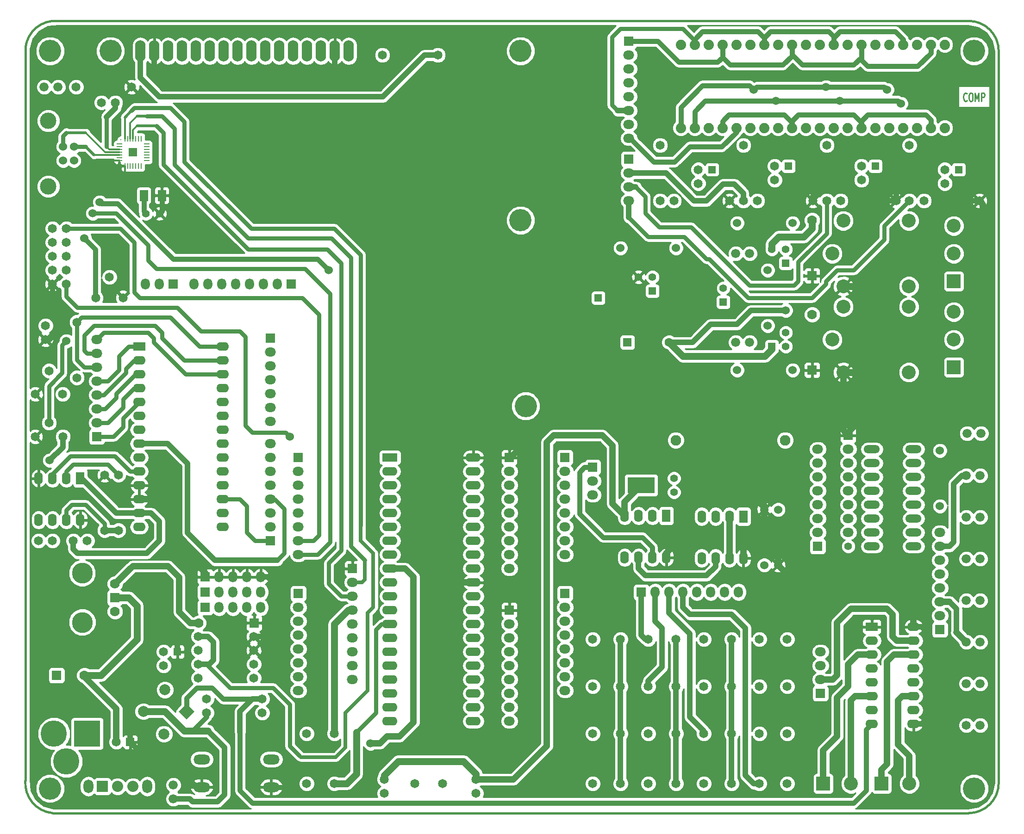
<source format=gtl>
G04 #@! TF.FileFunction,Copper,L1,Top,Signal*
%FSLAX46Y46*%
G04 Gerber Fmt 4.6, Leading zero omitted, Abs format (unit mm)*
G04 Created by KiCad (PCBNEW (2015-01-16 BZR 5376)-product) date 1/19/2016 10:56:03 AM*
%MOMM*%
G01*
G04 APERTURE LIST*
%ADD10C,0.150000*%
%ADD11C,0.381000*%
%ADD12C,0.254000*%
%ADD13C,1.778000*%
%ADD14R,1.778000X1.778000*%
%ADD15C,3.810000*%
%ADD16C,3.800000*%
%ADD17C,1.397000*%
%ADD18R,5.000000X3.000000*%
%ADD19C,1.651000*%
%ADD20C,1.524000*%
%ADD21C,3.000000*%
%ADD22C,4.800600*%
%ADD23R,4.800600X4.800600*%
%ADD24R,2.794000X1.574800*%
%ADD25O,2.794000X1.574800*%
%ADD26O,2.032000X1.651000*%
%ADD27R,1.524000X1.524000*%
%ADD28R,2.286000X1.574800*%
%ADD29O,2.286000X1.574800*%
%ADD30C,1.676400*%
%ADD31O,1.651000X2.032000*%
%ADD32O,3.048000X1.800000*%
%ADD33C,2.000000*%
%ADD34O,2.954020X1.475740*%
%ADD35O,1.930400X3.860800*%
%ADD36C,1.879600*%
%ADD37C,4.064000*%
%ADD38R,2.032000X2.032000*%
%ADD39C,2.032000*%
%ADD40O,1.800000X2.500000*%
%ADD41C,2.540000*%
%ADD42R,1.600000X1.600000*%
%ADD43C,1.600000*%
%ADD44R,1.397000X1.397000*%
%ADD45R,1.000760X0.231140*%
%ADD46R,0.231140X1.000760*%
%ADD47R,1.501140X1.501140*%
%ADD48C,0.299720*%
%ADD49R,2.540000X2.540000*%
%ADD50R,1.574800X2.286000*%
%ADD51O,1.574800X2.286000*%
%ADD52C,1.948180*%
%ADD53R,1.524000X2.032000*%
%ADD54C,1.143000*%
%ADD55C,1.016000*%
%ADD56C,0.304800*%
%ADD57C,0.889000*%
%ADD58C,1.270000*%
%ADD59C,0.762000*%
%ADD60C,0.635000*%
%ADD61C,0.508000*%
G04 APERTURE END LIST*
D10*
D11*
X59500000Y-34500000D02*
X59500000Y-168500000D01*
X232000000Y-29500000D02*
X65500000Y-29500000D01*
X237500000Y-169000000D02*
X237500000Y-35000000D01*
X64500000Y-174500000D02*
X232000000Y-174500000D01*
X59500000Y-168500000D02*
G75*
G03X64500000Y-174500000I5500000J-500000D01*
G01*
X65500000Y-29500000D02*
G75*
G03X59500000Y-34500000I-500000J-5500000D01*
G01*
X237500000Y-35000000D02*
G75*
G03X232000000Y-29500000I-5500000J0D01*
G01*
X232000000Y-174500000D02*
G75*
G03X237500000Y-169000000I0J5500000D01*
G01*
D12*
X231693714Y-44044286D02*
X231645333Y-44116857D01*
X231500190Y-44189429D01*
X231403428Y-44189429D01*
X231258286Y-44116857D01*
X231161524Y-43971714D01*
X231113143Y-43826571D01*
X231064762Y-43536286D01*
X231064762Y-43318571D01*
X231113143Y-43028286D01*
X231161524Y-42883143D01*
X231258286Y-42738000D01*
X231403428Y-42665429D01*
X231500190Y-42665429D01*
X231645333Y-42738000D01*
X231693714Y-42810571D01*
X232322667Y-42665429D02*
X232516190Y-42665429D01*
X232612952Y-42738000D01*
X232709714Y-42883143D01*
X232758095Y-43173429D01*
X232758095Y-43681429D01*
X232709714Y-43971714D01*
X232612952Y-44116857D01*
X232516190Y-44189429D01*
X232322667Y-44189429D01*
X232225905Y-44116857D01*
X232129143Y-43971714D01*
X232080762Y-43681429D01*
X232080762Y-43173429D01*
X232129143Y-42883143D01*
X232225905Y-42738000D01*
X232322667Y-42665429D01*
X233193524Y-44189429D02*
X233193524Y-42665429D01*
X233532190Y-43754000D01*
X233870857Y-42665429D01*
X233870857Y-44189429D01*
X234354667Y-44189429D02*
X234354667Y-42665429D01*
X234741714Y-42665429D01*
X234838476Y-42738000D01*
X234886857Y-42810571D01*
X234935238Y-42955714D01*
X234935238Y-43173429D01*
X234886857Y-43318571D01*
X234838476Y-43391143D01*
X234741714Y-43463714D01*
X234354667Y-43463714D01*
D13*
X75880000Y-137604000D03*
D14*
X75880000Y-135064000D03*
D13*
X75880000Y-132524000D03*
D15*
X69880000Y-139664000D03*
D16*
X69880000Y-130564000D03*
D17*
X178115000Y-115760000D03*
X178115000Y-113220000D03*
D18*
X172115000Y-114490000D03*
D19*
X61315000Y-97805000D03*
X63815000Y-93535000D03*
X66315000Y-97805000D03*
X72364000Y-80160000D03*
X74864000Y-76390000D03*
X77364000Y-80160000D03*
D20*
X68387000Y-55054000D03*
X68387000Y-52514000D03*
X66388020Y-52514000D03*
X66388020Y-55054000D03*
D21*
X63688000Y-59783480D03*
X63688000Y-47784520D03*
D22*
X64704000Y-159956000D03*
D23*
X70800000Y-159956000D03*
D22*
X66990000Y-165036000D03*
D24*
X126172000Y-109410000D03*
D25*
X126172000Y-111950000D03*
X126172000Y-114490000D03*
X126172000Y-117030000D03*
X126172000Y-119570000D03*
X126172000Y-122110000D03*
X126172000Y-124650000D03*
X126172000Y-127190000D03*
X126172000Y-129730000D03*
X126172000Y-132270000D03*
X126172000Y-134810000D03*
X126172000Y-137350000D03*
X126172000Y-139890000D03*
X126172000Y-142430000D03*
X126172000Y-144970000D03*
X126172000Y-147510000D03*
X126172000Y-150050000D03*
X126172000Y-152590000D03*
X126172000Y-155130000D03*
X126172000Y-157670000D03*
X141412000Y-157670000D03*
X141412000Y-155130000D03*
X141412000Y-152590000D03*
X141412000Y-150050000D03*
X141412000Y-147510000D03*
X141412000Y-144970000D03*
X141412000Y-142430000D03*
X141412000Y-139890000D03*
X141412000Y-137350000D03*
X141412000Y-134810000D03*
X141412000Y-132270000D03*
X141412000Y-129730000D03*
X141412000Y-127190000D03*
X141412000Y-124650000D03*
X141412000Y-122110000D03*
X141412000Y-119570000D03*
X141412000Y-117030000D03*
X141412000Y-114490000D03*
X141412000Y-111950000D03*
X141412000Y-109410000D03*
D14*
X119314000Y-129730000D03*
D26*
X119314000Y-132270000D03*
X119314000Y-134810000D03*
X119314000Y-137350000D03*
X119314000Y-139890000D03*
X119314000Y-142430000D03*
X119314000Y-144970000D03*
X119314000Y-147510000D03*
X119314000Y-150050000D03*
D14*
X148016000Y-137350000D03*
D26*
X148016000Y-139890000D03*
X148016000Y-142430000D03*
X148016000Y-144970000D03*
X148016000Y-147510000D03*
X148016000Y-150050000D03*
X148016000Y-152590000D03*
X148016000Y-155130000D03*
X148016000Y-157670000D03*
D19*
X206055000Y-52260000D03*
X206055000Y-62420000D03*
X190815000Y-52260000D03*
X190815000Y-62420000D03*
D20*
X168336000Y-71056000D03*
X178496000Y-71056000D03*
D19*
X175575000Y-52260000D03*
X175575000Y-62420000D03*
D14*
X209992000Y-105346000D03*
D26*
X209992000Y-107886000D03*
X209992000Y-110426000D03*
X209992000Y-112966000D03*
X209992000Y-115506000D03*
X209992000Y-118046000D03*
X209992000Y-120586000D03*
X209992000Y-123126000D03*
D17*
X209992000Y-125666000D03*
D19*
X64450000Y-124650000D03*
X61910000Y-124650000D03*
X70800000Y-124650000D03*
X68260000Y-124650000D03*
X125156000Y-170878000D03*
X125156000Y-168338000D03*
X141920000Y-170878000D03*
X141920000Y-168338000D03*
D27*
X78674000Y-161480000D03*
D19*
X76134000Y-161480000D03*
D14*
X65212000Y-149288000D03*
D13*
X70292000Y-149288000D03*
X203388000Y-83248000D03*
D14*
X203388000Y-93408000D03*
D28*
X214310000Y-140398000D03*
D29*
X214310000Y-142938000D03*
X214310000Y-145478000D03*
X214310000Y-148018000D03*
X214310000Y-150558000D03*
X214310000Y-153098000D03*
X214310000Y-155638000D03*
X214310000Y-158178000D03*
X221930000Y-158178000D03*
X221930000Y-155638000D03*
X221930000Y-153098000D03*
X221930000Y-150558000D03*
X221930000Y-148018000D03*
X221930000Y-145478000D03*
X221930000Y-142938000D03*
X221930000Y-140398000D03*
D30*
X189418000Y-88328000D03*
X191958000Y-88328000D03*
X86548000Y-169354000D03*
X86548000Y-171894000D03*
D20*
X195260000Y-75120000D03*
X195260000Y-85280000D03*
D19*
X92644000Y-153606000D03*
X102804000Y-153606000D03*
X76515000Y-122745000D03*
X76515000Y-112585000D03*
X73975000Y-112585000D03*
X73975000Y-122745000D03*
X102804000Y-156146000D03*
X92644000Y-156146000D03*
D20*
X226756000Y-118300000D03*
X226756000Y-108140000D03*
X189672000Y-93408000D03*
X199832000Y-93408000D03*
X189672000Y-66484000D03*
X199832000Y-66484000D03*
D19*
X61275000Y-105600000D03*
X63815000Y-103060000D03*
X66355000Y-105600000D03*
D14*
X163256000Y-111188000D03*
D26*
X163256000Y-113728000D03*
X163256000Y-116268000D03*
D14*
X92390000Y-131254000D03*
D31*
X94930000Y-131254000D03*
X97470000Y-131254000D03*
X100010000Y-131254000D03*
X102550000Y-131254000D03*
D14*
X92390000Y-134048000D03*
D31*
X94930000Y-134048000D03*
X97470000Y-134048000D03*
X100010000Y-134048000D03*
X102550000Y-134048000D03*
D14*
X92390000Y-136842000D03*
D31*
X94930000Y-136842000D03*
X97470000Y-136842000D03*
X100010000Y-136842000D03*
X102550000Y-136842000D03*
D14*
X169860000Y-33210000D03*
D26*
X169860000Y-35750000D03*
X169860000Y-38290000D03*
X169860000Y-40830000D03*
X169860000Y-43370000D03*
X169860000Y-45910000D03*
X169860000Y-48450000D03*
X169860000Y-50990000D03*
D14*
X158176000Y-109410000D03*
D26*
X158176000Y-111950000D03*
X158176000Y-114490000D03*
X158176000Y-117030000D03*
X158176000Y-119570000D03*
X158176000Y-122110000D03*
X158176000Y-124650000D03*
X158176000Y-127190000D03*
D14*
X158176000Y-134302000D03*
D26*
X158176000Y-136842000D03*
X158176000Y-139382000D03*
X158176000Y-141922000D03*
X158176000Y-144462000D03*
X158176000Y-147002000D03*
X158176000Y-149542000D03*
X158176000Y-152082000D03*
D14*
X109408000Y-134302000D03*
D26*
X109408000Y-136842000D03*
X109408000Y-139382000D03*
X109408000Y-141922000D03*
X109408000Y-144462000D03*
X109408000Y-147002000D03*
X109408000Y-149542000D03*
X109408000Y-152082000D03*
D14*
X109408000Y-109410000D03*
D26*
X109408000Y-111950000D03*
X109408000Y-114490000D03*
X109408000Y-117030000D03*
X109408000Y-119570000D03*
X109408000Y-122110000D03*
X109408000Y-124650000D03*
X109408000Y-127190000D03*
D14*
X226756000Y-140906000D03*
D26*
X226756000Y-138366000D03*
X226756000Y-135826000D03*
X226756000Y-133286000D03*
X226756000Y-130746000D03*
X226756000Y-128206000D03*
X226756000Y-125666000D03*
X226756000Y-123126000D03*
D14*
X148016000Y-109410000D03*
D26*
X148016000Y-111950000D03*
X148016000Y-114490000D03*
X148016000Y-117030000D03*
X148016000Y-119570000D03*
X148016000Y-122110000D03*
X148016000Y-124650000D03*
X148016000Y-127190000D03*
X148016000Y-129730000D03*
D32*
X104455000Y-164655000D03*
X104455000Y-169735000D03*
X91755000Y-164655000D03*
X91755000Y-169735000D03*
D33*
X81072687Y-155892000D03*
X85024000Y-151940687D03*
D10*
G36*
X90389527Y-155892000D02*
X88975313Y-157306214D01*
X87561099Y-155892000D01*
X88975313Y-154477786D01*
X90389527Y-155892000D01*
X90389527Y-155892000D01*
G37*
D33*
X84844395Y-160022918D03*
D34*
X214310000Y-107886000D03*
X214310000Y-110426000D03*
X214310000Y-112966000D03*
X214310000Y-115506000D03*
X214310000Y-118046000D03*
X214310000Y-120586000D03*
X214310000Y-123126000D03*
X214310000Y-125666000D03*
X221930000Y-125666000D03*
X221930000Y-123126000D03*
X221930000Y-120586000D03*
X221930000Y-118046000D03*
X221930000Y-115506000D03*
X221930000Y-112966000D03*
X221930000Y-110426000D03*
X221930000Y-107886000D03*
D35*
X80540000Y-35000000D03*
X83080000Y-35000000D03*
X85620000Y-35000000D03*
X88160000Y-35000000D03*
X90700000Y-35000000D03*
X93240000Y-35000000D03*
X95780000Y-35000000D03*
X98320000Y-35000000D03*
X100860000Y-35000000D03*
X103400000Y-35000000D03*
X105940000Y-35000000D03*
X108480000Y-35000000D03*
X111020000Y-35000000D03*
X113560000Y-35000000D03*
X116100000Y-35000000D03*
X118640000Y-35000000D03*
D36*
X179385000Y-49085000D03*
X181925000Y-49085000D03*
X184465000Y-49085000D03*
X187005000Y-49085000D03*
X189545000Y-49085000D03*
X189545000Y-33845000D03*
X187005000Y-33845000D03*
X184465000Y-33845000D03*
X181925000Y-33845000D03*
X179385000Y-33845000D03*
X192085000Y-49085000D03*
X194625000Y-49085000D03*
X197165000Y-49085000D03*
X199705000Y-49085000D03*
X202245000Y-49085000D03*
X202245000Y-33845000D03*
X199705000Y-33845000D03*
X197165000Y-33845000D03*
X194625000Y-33845000D03*
X192085000Y-33845000D03*
X204785000Y-49085000D03*
X207325000Y-49085000D03*
X209865000Y-49085000D03*
X212405000Y-49085000D03*
X214945000Y-49085000D03*
X214945000Y-33845000D03*
X212405000Y-33845000D03*
X209865000Y-33845000D03*
X207325000Y-33845000D03*
X204785000Y-33845000D03*
X217485000Y-49085000D03*
X220025000Y-49085000D03*
X222565000Y-49085000D03*
X225105000Y-49085000D03*
X227645000Y-49085000D03*
X227645000Y-33845000D03*
X225105000Y-33845000D03*
X222565000Y-33845000D03*
X220025000Y-33845000D03*
X217485000Y-33845000D03*
D19*
X221168000Y-52260000D03*
X221168000Y-62420000D03*
D37*
X233000000Y-170000000D03*
X64000000Y-170000000D03*
X233000000Y-35000000D03*
X64000000Y-35000000D03*
D19*
X135824000Y-169100000D03*
X130744000Y-169100000D03*
X173416000Y-142684000D03*
X178496000Y-142684000D03*
X163256000Y-142684000D03*
X168336000Y-142684000D03*
X183576000Y-142684000D03*
X188656000Y-142684000D03*
X193736000Y-142684000D03*
X198816000Y-142684000D03*
X163256000Y-151320000D03*
X168336000Y-151320000D03*
X173416000Y-151320000D03*
X178496000Y-151320000D03*
X183576000Y-151320000D03*
X188656000Y-151320000D03*
X193736000Y-151320000D03*
X198816000Y-151320000D03*
X163256000Y-159956000D03*
X168336000Y-159956000D03*
X173416000Y-159956000D03*
X178496000Y-159956000D03*
X183576000Y-159956000D03*
X188656000Y-159956000D03*
X193736000Y-159956000D03*
X198816000Y-159956000D03*
X163256000Y-169100000D03*
X168336000Y-169100000D03*
X173416000Y-169100000D03*
X178496000Y-169100000D03*
X183576000Y-169100000D03*
X188656000Y-169100000D03*
X193736000Y-169100000D03*
X198816000Y-169100000D03*
X110932000Y-159956000D03*
X116012000Y-159956000D03*
X110932000Y-169100000D03*
X116012000Y-169100000D03*
D38*
X73588920Y-169608000D03*
D39*
X76388000Y-169608000D03*
X79182000Y-169608000D03*
D40*
X81788040Y-169608000D03*
X70987960Y-169608000D03*
D41*
X209072520Y-81820520D03*
X207071000Y-87820000D03*
X221071480Y-81820520D03*
X221071480Y-93819480D03*
X209072520Y-93819480D03*
X209072520Y-66072520D03*
X207071000Y-72072000D03*
X221071480Y-66072520D03*
X221071480Y-78071480D03*
X209072520Y-78071480D03*
D42*
X169606000Y-88328000D03*
D43*
X177226000Y-88328000D03*
D44*
X87310000Y-144970000D03*
D19*
X84770000Y-144970000D03*
X84770000Y-147510000D03*
X91120000Y-147256000D03*
X101280000Y-147256000D03*
X101280000Y-142176000D03*
X91120000Y-142176000D03*
X101280000Y-144716000D03*
X91120000Y-144716000D03*
X91120000Y-149796000D03*
X101280000Y-149796000D03*
D45*
X76682640Y-55031140D03*
X76682640Y-54530760D03*
X76682640Y-54030380D03*
X76682640Y-53530000D03*
X76682640Y-53029620D03*
X76682640Y-52529240D03*
X76682640Y-52028860D03*
D46*
X77680860Y-51030640D03*
X78181240Y-51030640D03*
X78681620Y-51030640D03*
X79182000Y-51030640D03*
X79682380Y-51030640D03*
X80182760Y-51030640D03*
X80683140Y-51030640D03*
D45*
X81681360Y-52028860D03*
X81681360Y-52529240D03*
X81681360Y-53029620D03*
X81681360Y-53530000D03*
X81681360Y-54030380D03*
X81681360Y-54530760D03*
X81681360Y-55031140D03*
D46*
X80683140Y-56029360D03*
X80182760Y-56029360D03*
X79682380Y-56029360D03*
X79182000Y-56029360D03*
X78681620Y-56029360D03*
X78181240Y-56029360D03*
X77680860Y-56029360D03*
D47*
X79182000Y-53530000D03*
D48*
X76931560Y-51279560D03*
D19*
X73406000Y-44450000D03*
X75946000Y-44450000D03*
D44*
X174178000Y-78930000D03*
D17*
X174178000Y-76390000D03*
X171638000Y-76390000D03*
D44*
X230185000Y-56705000D03*
D19*
X227645000Y-56705000D03*
X227645000Y-59245000D03*
D44*
X199070000Y-56070000D03*
D19*
X196530000Y-56070000D03*
X196530000Y-58610000D03*
D44*
X185100000Y-56705000D03*
D19*
X182560000Y-56705000D03*
X182560000Y-59245000D03*
D44*
X214945000Y-56070000D03*
D19*
X212405000Y-56070000D03*
X212405000Y-58610000D03*
D44*
X198562000Y-73850000D03*
D17*
X198562000Y-71310000D03*
X196022000Y-71310000D03*
D44*
X196022000Y-89090000D03*
D17*
X198562000Y-89090000D03*
X198562000Y-86550000D03*
D14*
X104328000Y-124650000D03*
D26*
X104328000Y-122110000D03*
X104328000Y-119570000D03*
X104328000Y-117030000D03*
X104328000Y-114490000D03*
X104328000Y-111950000D03*
X104328000Y-109410000D03*
X104328000Y-106870000D03*
D14*
X104328000Y-87566000D03*
D26*
X104328000Y-90106000D03*
X104328000Y-92646000D03*
X104328000Y-95186000D03*
X104328000Y-97726000D03*
X104328000Y-100266000D03*
X104328000Y-102806000D03*
D20*
X194625000Y-118935000D03*
X194625000Y-129095000D03*
D19*
X68895000Y-84645000D03*
X68895000Y-94805000D03*
X134935000Y-35750000D03*
X124775000Y-35750000D03*
D20*
X197165000Y-129095000D03*
X197165000Y-118935000D03*
D19*
X223835000Y-62420000D03*
X233995000Y-62420000D03*
X208595000Y-62420000D03*
X218755000Y-62420000D03*
X193355000Y-62420000D03*
X203515000Y-62420000D03*
X178115000Y-62420000D03*
X188275000Y-62420000D03*
D30*
X231582000Y-150812000D03*
X234122000Y-150812000D03*
X231582000Y-143192000D03*
X234122000Y-143192000D03*
X231582000Y-135572000D03*
X234122000Y-135572000D03*
X231582000Y-127952000D03*
X234122000Y-127952000D03*
X231582000Y-120332000D03*
X234122000Y-120332000D03*
X231582000Y-112712000D03*
X234122000Y-112712000D03*
D19*
X63180000Y-87820000D03*
X63180000Y-85280000D03*
D17*
X81534000Y-64770000D03*
X84074000Y-64770000D03*
D14*
X108138000Y-77660000D03*
D31*
X105598000Y-77660000D03*
X103058000Y-77660000D03*
X100518000Y-77660000D03*
X97978000Y-77660000D03*
X95438000Y-77660000D03*
X92898000Y-77660000D03*
X90358000Y-77660000D03*
D49*
X216088000Y-169100000D03*
D41*
X221168000Y-169100000D03*
D19*
X66990000Y-77660000D03*
X64450000Y-77660000D03*
X66990000Y-75120000D03*
X64450000Y-75120000D03*
X66990000Y-72580000D03*
X64450000Y-72580000D03*
X66990000Y-70040000D03*
X64450000Y-70040000D03*
X66990000Y-67500000D03*
X64450000Y-67500000D03*
D30*
X189418000Y-72072000D03*
X191958000Y-72072000D03*
X231730000Y-105000000D03*
X234270000Y-105000000D03*
D50*
X190815000Y-120205000D03*
D51*
X188275000Y-120205000D03*
X185735000Y-120205000D03*
X183195000Y-120205000D03*
X183195000Y-127825000D03*
X185735000Y-127825000D03*
X188275000Y-127825000D03*
X190815000Y-127825000D03*
D50*
X176718000Y-120078000D03*
D51*
X174178000Y-120078000D03*
X171638000Y-120078000D03*
X169098000Y-120078000D03*
X169098000Y-127698000D03*
X171638000Y-127698000D03*
X174178000Y-127698000D03*
X176718000Y-127698000D03*
D52*
X178435040Y-106235000D03*
X198435000Y-106235000D03*
D13*
X203388000Y-65976000D03*
D14*
X203388000Y-76136000D03*
X204404000Y-125666000D03*
D26*
X204404000Y-123126000D03*
X204404000Y-120586000D03*
X204404000Y-118046000D03*
X204404000Y-115506000D03*
X204404000Y-112966000D03*
X204404000Y-110426000D03*
X204404000Y-107886000D03*
D49*
X229296000Y-77152000D03*
D41*
X229296000Y-72072000D03*
X229296000Y-66992000D03*
D14*
X86548000Y-77660000D03*
D31*
X84008000Y-77660000D03*
X81468000Y-77660000D03*
D14*
X172146000Y-134048000D03*
D31*
X174686000Y-134048000D03*
X177226000Y-134048000D03*
X179766000Y-134048000D03*
X182306000Y-134048000D03*
X184846000Y-134048000D03*
X187386000Y-134048000D03*
X189926000Y-134048000D03*
D14*
X169860000Y-54800000D03*
D26*
X169860000Y-57340000D03*
X169860000Y-59880000D03*
X169860000Y-62420000D03*
D49*
X229296000Y-92900000D03*
D41*
X229296000Y-87820000D03*
X229296000Y-82740000D03*
D49*
X205420000Y-169100000D03*
D41*
X210500000Y-169100000D03*
D44*
X187132000Y-80962000D03*
D17*
X187132000Y-78422000D03*
D14*
X204912000Y-152590000D03*
D26*
X204912000Y-150050000D03*
X204912000Y-147510000D03*
X204912000Y-144970000D03*
D28*
X80325000Y-89090000D03*
D29*
X80325000Y-91630000D03*
X80325000Y-94170000D03*
X80325000Y-96710000D03*
X80325000Y-99250000D03*
X80325000Y-101790000D03*
X80325000Y-104330000D03*
X80325000Y-106870000D03*
X80325000Y-109410000D03*
X80325000Y-111950000D03*
X80325000Y-114490000D03*
X80325000Y-117030000D03*
X80325000Y-119570000D03*
X80325000Y-122110000D03*
X95565000Y-122110000D03*
X95565000Y-119570000D03*
X95565000Y-117030000D03*
X95565000Y-114490000D03*
X95565000Y-111950000D03*
X95565000Y-109410000D03*
X95565000Y-106870000D03*
X95565000Y-104330000D03*
X95565000Y-101790000D03*
X95565000Y-99250000D03*
X95565000Y-96710000D03*
X95565000Y-94170000D03*
X95565000Y-91630000D03*
X95565000Y-89090000D03*
D50*
X69530000Y-113220000D03*
D51*
X66990000Y-113220000D03*
X64450000Y-113220000D03*
X61910000Y-113220000D03*
X61910000Y-120840000D03*
X64450000Y-120840000D03*
X66990000Y-120840000D03*
X69530000Y-120840000D03*
D14*
X72578000Y-105600000D03*
D26*
X72578000Y-103060000D03*
X72578000Y-100520000D03*
X72578000Y-97980000D03*
X72578000Y-95440000D03*
X72578000Y-92900000D03*
X72578000Y-90360000D03*
X72578000Y-87820000D03*
D19*
X231582000Y-158432000D03*
D30*
X234122000Y-158432000D03*
D44*
X164272000Y-80200000D03*
D19*
X68768000Y-41592000D03*
X78928000Y-41592000D03*
D30*
X65466000Y-41592000D03*
X62926000Y-41592000D03*
D53*
X81153000Y-61468000D03*
X84455000Y-61468000D03*
D13*
X91186000Y-139700000D03*
D14*
X101346000Y-139700000D03*
D37*
X151000000Y-100000000D03*
X150050500Y-34988500D03*
X150050500Y-65976500D03*
X75057000Y-34988500D03*
D20*
X82804000Y-131826000D03*
X196784000Y-44132000D03*
X208468000Y-44132000D03*
X219644000Y-44640000D03*
X192720000Y-42100000D03*
X205928000Y-41592000D03*
X217104000Y-42100000D03*
X107884000Y-105600000D03*
X122616000Y-161734000D03*
X73086000Y-62674000D03*
X114996000Y-75120000D03*
X71816000Y-64706000D03*
X198562000Y-82486000D03*
X63942000Y-109918000D03*
X70292000Y-69278000D03*
X66990000Y-88074000D03*
D54*
X233995000Y-62420000D02*
X234630000Y-63055000D01*
D55*
X82550000Y-143256000D02*
X82550000Y-132080000D01*
X82550000Y-132080000D02*
X82804000Y-131826000D01*
X78674000Y-161480000D02*
X78674000Y-157414000D01*
X87310000Y-142682000D02*
X87310000Y-144970000D01*
X86106000Y-141478000D02*
X87310000Y-142682000D01*
X83566000Y-141478000D02*
X86106000Y-141478000D01*
X82550000Y-142494000D02*
X83566000Y-141478000D01*
X82550000Y-144272000D02*
X82550000Y-143256000D01*
X82550000Y-143256000D02*
X82550000Y-142494000D01*
X78232000Y-148590000D02*
X82550000Y-144272000D01*
X78232000Y-156972000D02*
X78232000Y-148590000D01*
X78674000Y-157414000D02*
X78232000Y-156972000D01*
X101280000Y-142176000D02*
X104328000Y-142176000D01*
X104328000Y-142176000D02*
X105344000Y-141160000D01*
X105344000Y-141160000D02*
X105344000Y-132778000D01*
X105344000Y-132778000D02*
X103820000Y-131254000D01*
X103820000Y-131254000D02*
X102550000Y-131254000D01*
D56*
X74422000Y-56134000D02*
X74422000Y-57150000D01*
X75946000Y-58674000D02*
X78486000Y-58674000D01*
X74422000Y-57150000D02*
X75946000Y-58674000D01*
X77680860Y-56029360D02*
X77680860Y-58122860D01*
X77680860Y-58122860D02*
X78232000Y-58674000D01*
X78232000Y-58674000D02*
X78486000Y-58674000D01*
X84455000Y-59817000D02*
X84455000Y-61468000D01*
X78486000Y-58674000D02*
X83312000Y-58674000D01*
X83312000Y-58674000D02*
X84455000Y-59817000D01*
D57*
X84455000Y-61468000D02*
X84455000Y-64389000D01*
X84455000Y-64389000D02*
X84074000Y-64770000D01*
D56*
X77680860Y-56029360D02*
X77680860Y-57193140D01*
X76682640Y-55031140D02*
X75016860Y-55031140D01*
X74422000Y-55626000D02*
X74422000Y-56134000D01*
X74422000Y-56134000D02*
X74422000Y-56261000D01*
X75016860Y-55031140D02*
X74422000Y-55626000D01*
D55*
X218755000Y-62420000D02*
X212786000Y-62420000D01*
X203515000Y-61531000D02*
X203515000Y-62420000D01*
X205420000Y-59626000D02*
X203515000Y-61531000D01*
X209992000Y-59626000D02*
X205420000Y-59626000D01*
X212786000Y-62420000D02*
X209992000Y-59626000D01*
X233995000Y-62420000D02*
X227518000Y-62420000D01*
X218755000Y-60769000D02*
X218755000Y-62420000D01*
X219898000Y-59626000D02*
X218755000Y-60769000D01*
X224724000Y-59626000D02*
X219898000Y-59626000D01*
X227518000Y-62420000D02*
X224724000Y-59626000D01*
X209992000Y-105346000D02*
X209992000Y-104838000D01*
D54*
X234630000Y-97218000D02*
X234630000Y-63055000D01*
X230566000Y-101282000D02*
X234630000Y-97218000D01*
X213548000Y-101282000D02*
X230566000Y-101282000D01*
X209992000Y-104838000D02*
X213548000Y-101282000D01*
X209072520Y-93819480D02*
X209072520Y-104426520D01*
X209072520Y-104426520D02*
X209992000Y-105346000D01*
X221930000Y-140398000D02*
X221930000Y-136588000D01*
X200848000Y-132778000D02*
X197165000Y-129095000D01*
X218120000Y-132778000D02*
X200848000Y-132778000D01*
X221930000Y-136588000D02*
X218120000Y-132778000D01*
X194625000Y-118935000D02*
X194625000Y-118173000D01*
X186116000Y-109664000D02*
X178750000Y-109664000D01*
X194625000Y-118173000D02*
X186116000Y-109664000D01*
X176718000Y-127698000D02*
X176718000Y-126936000D01*
X176718000Y-126936000D02*
X179766000Y-123888000D01*
X179766000Y-123888000D02*
X179766000Y-119316000D01*
X179766000Y-119316000D02*
X182052000Y-117030000D01*
X182052000Y-117030000D02*
X182052000Y-111188000D01*
X182052000Y-111188000D02*
X180528000Y-109664000D01*
X180528000Y-109664000D02*
X178750000Y-109664000D01*
X148270000Y-109410000D02*
X148016000Y-109410000D01*
X178750000Y-109664000D02*
X174686000Y-109664000D01*
X174686000Y-109664000D02*
X166431500Y-101409500D01*
X166431500Y-101409500D02*
X156270500Y-101409500D01*
X156270500Y-101409500D02*
X148270000Y-109410000D01*
D55*
X116100000Y-35000000D02*
X116100000Y-38964000D01*
X83080000Y-39648000D02*
X83080000Y-35000000D01*
X84008000Y-40576000D02*
X83080000Y-39648000D01*
X114488000Y-40576000D02*
X84008000Y-40576000D01*
X116100000Y-38964000D02*
X114488000Y-40576000D01*
D57*
X104455000Y-169735000D02*
X106995000Y-169735000D01*
D54*
X138110000Y-132270000D02*
X141412000Y-132270000D01*
X136078000Y-134302000D02*
X138110000Y-132270000D01*
X136078000Y-157162000D02*
X136078000Y-134302000D01*
X130490000Y-162750000D02*
X136078000Y-157162000D01*
D57*
X126172000Y-162750000D02*
X130490000Y-162750000D01*
X123124000Y-165798000D02*
X126172000Y-162750000D01*
X123124000Y-167830000D02*
X123124000Y-165798000D01*
X119822000Y-171132000D02*
X123124000Y-167830000D01*
X108392000Y-171132000D02*
X119822000Y-171132000D01*
X106995000Y-169735000D02*
X108392000Y-171132000D01*
X92390000Y-131254000D02*
X92390000Y-130492000D01*
D54*
X92390000Y-130492000D02*
X86040000Y-124142000D01*
X86040000Y-124142000D02*
X86040000Y-119316000D01*
X86040000Y-119316000D02*
X83754000Y-117030000D01*
X83754000Y-117030000D02*
X80325000Y-117030000D01*
D57*
X63180000Y-87820000D02*
X63942000Y-87820000D01*
X64450000Y-80708000D02*
X64450000Y-77660000D01*
X65720000Y-81978000D02*
X64450000Y-80708000D01*
X65720000Y-86042000D02*
X65720000Y-81978000D01*
X63942000Y-87820000D02*
X65720000Y-86042000D01*
D55*
X84516000Y-165290000D02*
X82484000Y-165290000D01*
X82484000Y-165290000D02*
X78674000Y-161480000D01*
X102550000Y-131254000D02*
X103820000Y-131254000D01*
X105344000Y-141160000D02*
X104328000Y-142176000D01*
X105344000Y-132778000D02*
X105344000Y-141160000D01*
X103820000Y-131254000D02*
X105344000Y-132778000D01*
D54*
X91755000Y-169735000D02*
X90739000Y-169735000D01*
X86294000Y-165290000D02*
X84516000Y-165290000D01*
X90739000Y-169735000D02*
X86294000Y-165290000D01*
D58*
X209072520Y-78071480D02*
X212943480Y-78071480D01*
X212120520Y-93819480D02*
X209072520Y-93819480D01*
X215072000Y-90868000D02*
X212120520Y-93819480D01*
X215072000Y-80200000D02*
X215072000Y-90868000D01*
X212943480Y-78071480D02*
X215072000Y-80200000D01*
D54*
X194625000Y-118935000D02*
X194625000Y-120713000D01*
X194625000Y-120713000D02*
X197165000Y-123253000D01*
X197165000Y-123253000D02*
X197165000Y-129095000D01*
X190815000Y-127825000D02*
X190815000Y-124777000D01*
X194625000Y-120967000D02*
X194625000Y-118935000D01*
X190815000Y-124777000D02*
X194625000Y-120967000D01*
D55*
X221930000Y-140398000D02*
X223454000Y-140398000D01*
X223454000Y-158178000D02*
X221930000Y-158178000D01*
X224724000Y-156908000D02*
X223454000Y-158178000D01*
X224724000Y-141668000D02*
X224724000Y-156908000D01*
X223454000Y-140398000D02*
X224724000Y-141668000D01*
D57*
X88975313Y-155892000D02*
X88975313Y-153464687D01*
X95692000Y-153606000D02*
X102804000Y-153606000D01*
X93660000Y-151574000D02*
X95692000Y-153606000D01*
X90866000Y-151574000D02*
X93660000Y-151574000D01*
X88975313Y-153464687D02*
X90866000Y-151574000D01*
D55*
X98740000Y-159702000D02*
X98740000Y-155892000D01*
X98740000Y-155892000D02*
X101026000Y-153606000D01*
X101026000Y-153606000D02*
X102804000Y-153606000D01*
D57*
X213294000Y-159194000D02*
X214310000Y-158178000D01*
X213294000Y-170370000D02*
X213294000Y-159194000D01*
X211008000Y-172656000D02*
X213294000Y-170370000D01*
X101026000Y-172656000D02*
X211008000Y-172656000D01*
X98740000Y-170370000D02*
X101026000Y-172656000D01*
X98740000Y-159448000D02*
X98740000Y-159702000D01*
X98740000Y-159702000D02*
X98740000Y-170370000D01*
X189545000Y-49085000D02*
X189545000Y-49847000D01*
X170114000Y-50990000D02*
X169860000Y-50990000D01*
X174432000Y-55308000D02*
X170114000Y-50990000D01*
X178242000Y-55308000D02*
X174432000Y-55308000D01*
X181036000Y-52514000D02*
X178242000Y-55308000D01*
X186878000Y-52514000D02*
X181036000Y-52514000D01*
X189545000Y-49847000D02*
X186878000Y-52514000D01*
X169860000Y-33210000D02*
X175194000Y-33210000D01*
X179004000Y-37020000D02*
X180528000Y-37020000D01*
X175194000Y-33210000D02*
X179004000Y-37020000D01*
X187005000Y-33845000D02*
X187005000Y-36131000D01*
X187005000Y-36131000D02*
X186116000Y-37020000D01*
X186116000Y-37020000D02*
X180528000Y-37020000D01*
X199705000Y-33845000D02*
X199705000Y-35877000D01*
X188402000Y-37528000D02*
X187005000Y-36131000D01*
X198054000Y-37528000D02*
X188402000Y-37528000D01*
X199705000Y-35877000D02*
X198054000Y-37528000D01*
X212405000Y-33845000D02*
X212405000Y-36131000D01*
X199705000Y-35623000D02*
X199705000Y-33845000D01*
X201610000Y-37528000D02*
X199705000Y-35623000D01*
X211008000Y-37528000D02*
X201610000Y-37528000D01*
X212405000Y-36131000D02*
X211008000Y-37528000D01*
X225105000Y-33845000D02*
X225105000Y-35369000D01*
X212405000Y-36639000D02*
X212405000Y-33845000D01*
X213548000Y-37782000D02*
X212405000Y-36639000D01*
X222692000Y-37782000D02*
X213548000Y-37782000D01*
X225105000Y-35369000D02*
X222692000Y-37782000D01*
X199705000Y-49085000D02*
X199705000Y-48069000D01*
X187005000Y-47815000D02*
X187005000Y-49085000D01*
X188148000Y-46672000D02*
X187005000Y-47815000D01*
X198308000Y-46672000D02*
X188148000Y-46672000D01*
X199705000Y-48069000D02*
X198308000Y-46672000D01*
X212405000Y-49085000D02*
X212405000Y-48069000D01*
X199705000Y-47815000D02*
X199705000Y-49085000D01*
X200848000Y-46672000D02*
X199705000Y-47815000D01*
X211008000Y-46672000D02*
X200848000Y-46672000D01*
X212405000Y-48069000D02*
X211008000Y-46672000D01*
X225105000Y-49085000D02*
X225105000Y-47561000D01*
X212405000Y-47815000D02*
X212405000Y-49085000D01*
X213548000Y-46672000D02*
X212405000Y-47815000D01*
X224216000Y-46672000D02*
X213548000Y-46672000D01*
X225105000Y-47561000D02*
X224216000Y-46672000D01*
X196784000Y-44132000D02*
X183830000Y-44132000D01*
X181925000Y-46037000D02*
X181925000Y-49085000D01*
X183830000Y-44132000D02*
X181925000Y-46037000D01*
X208468000Y-44132000D02*
X196784000Y-44132000D01*
X219136000Y-44132000D02*
X208468000Y-44132000D01*
X219644000Y-44640000D02*
X219136000Y-44132000D01*
X192720000Y-42100000D02*
X191958000Y-41338000D01*
X179385000Y-45275000D02*
X179385000Y-49085000D01*
X183322000Y-41338000D02*
X179385000Y-45275000D01*
X191958000Y-41338000D02*
X183322000Y-41338000D01*
X205928000Y-41592000D02*
X193228000Y-41592000D01*
X193228000Y-41592000D02*
X192720000Y-42100000D01*
X216596000Y-41592000D02*
X205928000Y-41592000D01*
X217104000Y-42100000D02*
X216596000Y-41592000D01*
D59*
X181925000Y-33845000D02*
X181925000Y-33083000D01*
D55*
X167828000Y-45910000D02*
X169860000Y-45910000D01*
D59*
X166812000Y-44894000D02*
X167828000Y-45910000D01*
X166812000Y-32448000D02*
X166812000Y-44894000D01*
X168336000Y-30924000D02*
X166812000Y-32448000D01*
X179766000Y-30924000D02*
X168336000Y-30924000D01*
X181925000Y-33083000D02*
X179766000Y-30924000D01*
D57*
X194625000Y-33845000D02*
X194625000Y-32575000D01*
X194625000Y-32575000D02*
X193482000Y-31432000D01*
X181925000Y-32829000D02*
X181925000Y-33845000D01*
X183322000Y-31432000D02*
X181925000Y-32829000D01*
X193482000Y-31432000D02*
X183322000Y-31432000D01*
X207325000Y-33845000D02*
X207325000Y-32321000D01*
X195768000Y-31432000D02*
X194625000Y-32575000D01*
X206436000Y-31432000D02*
X195768000Y-31432000D01*
X207325000Y-32321000D02*
X206436000Y-31432000D01*
X220025000Y-33845000D02*
X220025000Y-32829000D01*
X207325000Y-32575000D02*
X207325000Y-33845000D01*
X208468000Y-31432000D02*
X207325000Y-32575000D01*
X218628000Y-31432000D02*
X208468000Y-31432000D01*
X220025000Y-32829000D02*
X218628000Y-31432000D01*
D59*
X68895000Y-84645000D02*
X68895000Y-91503000D01*
X70292000Y-92900000D02*
X72578000Y-92900000D01*
X68895000Y-91503000D02*
X70292000Y-92900000D01*
X95565000Y-89090000D02*
X91374000Y-89090000D01*
X69784000Y-83756000D02*
X68895000Y-84645000D01*
X86040000Y-83756000D02*
X69784000Y-83756000D01*
X91374000Y-89090000D02*
X86040000Y-83756000D01*
X109662000Y-164020000D02*
X107884000Y-162242000D01*
X96962000Y-151574000D02*
X92644000Y-147256000D01*
X104836000Y-151574000D02*
X96962000Y-151574000D01*
X107884000Y-154622000D02*
X104836000Y-151574000D01*
X107884000Y-162242000D02*
X107884000Y-154622000D01*
X92644000Y-147256000D02*
X91120000Y-147256000D01*
D60*
X122362000Y-137604000D02*
X122108000Y-137858000D01*
X120838000Y-124650000D02*
X123124000Y-126936000D01*
X123124000Y-126936000D02*
X123124000Y-136842000D01*
X123124000Y-136842000D02*
X122362000Y-137604000D01*
X120838000Y-121602000D02*
X120838000Y-124650000D01*
X109916000Y-164274000D02*
X109662000Y-164020000D01*
X116266000Y-164274000D02*
X109916000Y-164274000D01*
X118044000Y-162496000D02*
X116266000Y-164274000D01*
X118044000Y-156146000D02*
X118044000Y-162496000D01*
X122108000Y-152082000D02*
X118044000Y-156146000D01*
X122108000Y-137858000D02*
X122108000Y-152082000D01*
D59*
X120838000Y-72326000D02*
X120838000Y-121602000D01*
X120838000Y-121602000D02*
X120838000Y-121856000D01*
X116012000Y-67500000D02*
X120838000Y-72326000D01*
X100794000Y-67500000D02*
X116012000Y-67500000D01*
X88580000Y-55286000D02*
X100794000Y-67500000D01*
X88580000Y-47942000D02*
X88580000Y-55286000D01*
D60*
X92644000Y-147256000D02*
X91120000Y-147256000D01*
D59*
X78928000Y-45910000D02*
X79436000Y-45402000D01*
D61*
X77680860Y-47157140D02*
X78928000Y-45910000D01*
D56*
X77680860Y-51030640D02*
X77680860Y-47157140D01*
D59*
X86040000Y-45402000D02*
X88580000Y-47942000D01*
X79436000Y-45402000D02*
X86040000Y-45402000D01*
D55*
X91120000Y-142176000D02*
X92898000Y-142176000D01*
X92898000Y-142176000D02*
X93914000Y-143192000D01*
X93914000Y-143192000D02*
X93914000Y-146494000D01*
X93914000Y-146494000D02*
X93152000Y-147256000D01*
X93152000Y-147256000D02*
X91120000Y-147256000D01*
D58*
X119314000Y-137350000D02*
X118552000Y-137350000D01*
X116012000Y-139890000D02*
X116012000Y-159956000D01*
X118552000Y-137350000D02*
X116012000Y-139890000D01*
D59*
X126172000Y-139890000D02*
X124648000Y-139890000D01*
X123632000Y-156146000D02*
X120076000Y-159702000D01*
X123632000Y-140906000D02*
X123632000Y-156146000D01*
X124648000Y-139890000D02*
X123632000Y-140906000D01*
D58*
X118298000Y-169100000D02*
X116012000Y-169100000D01*
X120076000Y-159702000D02*
X120076000Y-167322000D01*
X120076000Y-167322000D02*
X118298000Y-169100000D01*
D54*
X214310000Y-145478000D02*
X211770000Y-145478000D01*
X205420000Y-163004000D02*
X205420000Y-169100000D01*
X207960000Y-160464000D02*
X205420000Y-163004000D01*
X207960000Y-153352000D02*
X207960000Y-160464000D01*
X209992000Y-151320000D02*
X207960000Y-153352000D01*
X209992000Y-147256000D02*
X209992000Y-151320000D01*
X211770000Y-145478000D02*
X209992000Y-147256000D01*
X214310000Y-153098000D02*
X211262000Y-153098000D01*
X210500000Y-153860000D02*
X210500000Y-169100000D01*
X211262000Y-153098000D02*
X210500000Y-153860000D01*
X204912000Y-150050000D02*
X207198000Y-150050000D01*
X218882000Y-142938000D02*
X221930000Y-142938000D01*
X218120000Y-142176000D02*
X218882000Y-142938000D01*
X218120000Y-138112000D02*
X218120000Y-142176000D01*
X217104000Y-137096000D02*
X218120000Y-138112000D01*
X210500000Y-137096000D02*
X217104000Y-137096000D01*
X207960000Y-139636000D02*
X210500000Y-137096000D01*
X207960000Y-149288000D02*
X207960000Y-139636000D01*
X207198000Y-150050000D02*
X207960000Y-149288000D01*
X221930000Y-145478000D02*
X218374000Y-145478000D01*
X216088000Y-166560000D02*
X216088000Y-169100000D01*
X217104000Y-165544000D02*
X216088000Y-166560000D01*
X217104000Y-146748000D02*
X217104000Y-165544000D01*
X218374000Y-145478000D02*
X217104000Y-146748000D01*
X221930000Y-153098000D02*
X219898000Y-153098000D01*
X221168000Y-164020000D02*
X221168000Y-169100000D01*
X219136000Y-161988000D02*
X221168000Y-164020000D01*
X219136000Y-153860000D02*
X219136000Y-161988000D01*
X219898000Y-153098000D02*
X219136000Y-153860000D01*
D57*
X161735000Y-111188000D02*
X160845500Y-112077500D01*
X160845500Y-112077500D02*
X160845500Y-119697500D01*
X160845500Y-119697500D02*
X165163500Y-124015500D01*
X165163500Y-124015500D02*
X172339000Y-124015500D01*
X172339000Y-124015500D02*
X174178000Y-125854500D01*
X174178000Y-125854500D02*
X174178000Y-127698000D01*
X163256000Y-111188000D02*
X161735000Y-111188000D01*
D55*
X185735000Y-127825000D02*
X185735000Y-129349000D01*
X171638000Y-129730000D02*
X171638000Y-127698000D01*
X172908000Y-131000000D02*
X171638000Y-129730000D01*
X184084000Y-131000000D02*
X172908000Y-131000000D01*
X185735000Y-129349000D02*
X184084000Y-131000000D01*
D59*
X109408000Y-124650000D02*
X112202000Y-124650000D01*
X76896000Y-67500000D02*
X66990000Y-67500000D01*
X79436000Y-70040000D02*
X76896000Y-67500000D01*
X79436000Y-79184000D02*
X79436000Y-70040000D01*
X80452000Y-80200000D02*
X79436000Y-79184000D01*
X110170000Y-80200000D02*
X80452000Y-80200000D01*
X113218000Y-83248000D02*
X110170000Y-80200000D01*
X113218000Y-123634000D02*
X113218000Y-83248000D01*
X112202000Y-124650000D02*
X113218000Y-123634000D01*
X66990000Y-79946000D02*
X66990000Y-77660000D01*
X69022000Y-81978000D02*
X66990000Y-79946000D01*
X87310000Y-81978000D02*
X69022000Y-81978000D01*
X91628000Y-86296000D02*
X87310000Y-81978000D01*
X98740000Y-86296000D02*
X91628000Y-86296000D01*
X99756000Y-87312000D02*
X98740000Y-86296000D01*
X99756000Y-103568000D02*
X99756000Y-87312000D01*
X101026000Y-104838000D02*
X99756000Y-103568000D01*
X107122000Y-104838000D02*
X101026000Y-104838000D01*
X107884000Y-105600000D02*
X107122000Y-104838000D01*
D54*
X122616000Y-161734000D02*
X124394000Y-161734000D01*
X127950000Y-160464000D02*
X130490000Y-157924000D01*
X125664000Y-160464000D02*
X127950000Y-160464000D01*
X124394000Y-161734000D02*
X125664000Y-160464000D01*
X128966000Y-129730000D02*
X126172000Y-129730000D01*
X130490000Y-131254000D02*
X128966000Y-129730000D01*
X130490000Y-157924000D02*
X130490000Y-131254000D01*
D57*
X73340000Y-62928000D02*
X73086000Y-62674000D01*
X76388000Y-62928000D02*
X73340000Y-62928000D01*
X86548000Y-73088000D02*
X76388000Y-62928000D01*
X112964000Y-73088000D02*
X86548000Y-73088000D01*
X114996000Y-75120000D02*
X112964000Y-73088000D01*
D60*
X119314000Y-132270000D02*
X121092000Y-132270000D01*
X121600000Y-131762000D02*
X121600000Y-128206000D01*
X121092000Y-132270000D02*
X121600000Y-131762000D01*
D56*
X78681620Y-51030640D02*
X78681620Y-48188380D01*
X78681620Y-48188380D02*
X79944000Y-46926000D01*
D61*
X79944000Y-46926000D02*
X81722000Y-46926000D01*
D59*
X84516000Y-46926000D02*
X81722000Y-46926000D01*
X86802000Y-49212000D02*
X84516000Y-46926000D01*
X86802000Y-55816000D02*
X86802000Y-49212000D01*
X100264000Y-69278000D02*
X86802000Y-55816000D01*
X115504000Y-69278000D02*
X100264000Y-69278000D01*
X119060000Y-72834000D02*
X115504000Y-69278000D01*
X119060000Y-125666000D02*
X119060000Y-72834000D01*
X121600000Y-128206000D02*
X119060000Y-125666000D01*
X109408000Y-127190000D02*
X112964000Y-127190000D01*
X76134000Y-64706000D02*
X71816000Y-64706000D01*
X81976000Y-70548000D02*
X76134000Y-64706000D01*
X81976000Y-73342000D02*
X81976000Y-70548000D01*
X83500000Y-74866000D02*
X81976000Y-73342000D01*
X110678000Y-74866000D02*
X83500000Y-74866000D01*
X115250000Y-79438000D02*
X110678000Y-74866000D01*
X115250000Y-124904000D02*
X115250000Y-79438000D01*
X112964000Y-127190000D02*
X115250000Y-124904000D01*
D56*
X79182000Y-51030640D02*
X79182000Y-49466000D01*
D59*
X117282000Y-134810000D02*
X114996000Y-132524000D01*
X114996000Y-132524000D02*
X114996000Y-128714000D01*
X114996000Y-128714000D02*
X117282000Y-126428000D01*
X117282000Y-126428000D02*
X117282000Y-73850000D01*
X117282000Y-73850000D02*
X114742000Y-71310000D01*
X114742000Y-71310000D02*
X100264000Y-71310000D01*
X100264000Y-71310000D02*
X84770000Y-55816000D01*
X84770000Y-55816000D02*
X84770000Y-49974000D01*
X84770000Y-49974000D02*
X83500000Y-48704000D01*
X117282000Y-134810000D02*
X119314000Y-134810000D01*
D61*
X79944000Y-48704000D02*
X83500000Y-48704000D01*
D56*
X79182000Y-49466000D02*
X79944000Y-48704000D01*
D57*
X72324000Y-78232000D02*
X72324000Y-80120000D01*
X72324000Y-80120000D02*
X72364000Y-80160000D01*
D59*
X74356000Y-47498000D02*
X74356000Y-47056000D01*
D55*
X75946000Y-45466000D02*
X75946000Y-44450000D01*
X74356000Y-47056000D02*
X75946000Y-45466000D01*
D57*
X92644000Y-156146000D02*
X92644000Y-156908000D01*
X92644000Y-156908000D02*
X90104000Y-159448000D01*
D55*
X177226000Y-88328000D02*
X181544000Y-88328000D01*
X192212000Y-82486000D02*
X198562000Y-82486000D01*
X189672000Y-85026000D02*
X192212000Y-82486000D01*
X184846000Y-85026000D02*
X189672000Y-85026000D01*
X181544000Y-88328000D02*
X184846000Y-85026000D01*
D54*
X148778000Y-168338000D02*
X141920000Y-168338000D01*
X154874000Y-162242000D02*
X148778000Y-168338000D01*
X154874000Y-106616000D02*
X154874000Y-162242000D01*
X156144000Y-105346000D02*
X154874000Y-106616000D01*
X163639500Y-105346000D02*
X156144000Y-105346000D01*
D55*
X134935000Y-35750000D02*
X132522000Y-35750000D01*
X132522000Y-35750000D02*
X124902000Y-43370000D01*
X124902000Y-43370000D02*
X84008000Y-43370000D01*
X84008000Y-43370000D02*
X80540000Y-39902000D01*
X80540000Y-39902000D02*
X80540000Y-35000000D01*
X80325000Y-119570000D02*
X82484000Y-119570000D01*
X68260000Y-126174000D02*
X68260000Y-124650000D01*
X69022000Y-126936000D02*
X68260000Y-126174000D01*
X81722000Y-126936000D02*
X69022000Y-126936000D01*
X84008000Y-124650000D02*
X81722000Y-126936000D01*
X84008000Y-121094000D02*
X84008000Y-124650000D01*
X82484000Y-119570000D02*
X84008000Y-121094000D01*
X66355000Y-107505000D02*
X66355000Y-105600000D01*
X63942000Y-109918000D02*
X66355000Y-107505000D01*
D57*
X72324000Y-78930000D02*
X72324000Y-78232000D01*
X72324000Y-78232000D02*
X72324000Y-71310000D01*
X72324000Y-71310000D02*
X70292000Y-69278000D01*
D56*
X76682640Y-53029620D02*
X74871620Y-53029620D01*
D59*
X74356000Y-52514000D02*
X74356000Y-47498000D01*
X74356000Y-47498000D02*
X74356000Y-47180000D01*
D56*
X74871620Y-53029620D02*
X74356000Y-52514000D01*
D55*
X80325000Y-119570000D02*
X76134000Y-119570000D01*
X69784000Y-113220000D02*
X69530000Y-113220000D01*
X76134000Y-119570000D02*
X69784000Y-113220000D01*
D54*
X70292000Y-149288000D02*
X70292000Y-149542000D01*
X76134000Y-155384000D02*
X76134000Y-161480000D01*
X70292000Y-149542000D02*
X76134000Y-155384000D01*
D55*
X86548000Y-171894000D02*
X89596000Y-171894000D01*
X95946000Y-162496000D02*
X92898000Y-159448000D01*
X95946000Y-171132000D02*
X95946000Y-162496000D01*
X94676000Y-172402000D02*
X95946000Y-171132000D01*
X90104000Y-172402000D02*
X94676000Y-172402000D01*
X89596000Y-171894000D02*
X90104000Y-172402000D01*
D58*
X92898000Y-159448000D02*
X90104000Y-159448000D01*
X90104000Y-159448000D02*
X88580000Y-159448000D01*
X85024000Y-155892000D02*
X81072687Y-155892000D01*
X88580000Y-159448000D02*
X85024000Y-155892000D01*
X70292000Y-149288000D02*
X73340000Y-149288000D01*
X78420000Y-135064000D02*
X75880000Y-135064000D01*
X79944000Y-136588000D02*
X78420000Y-135064000D01*
X79944000Y-142684000D02*
X79944000Y-136588000D01*
X73340000Y-149288000D02*
X79944000Y-142684000D01*
X141920000Y-168338000D02*
X141920000Y-167322000D01*
X141920000Y-167322000D02*
X139634000Y-165036000D01*
X139634000Y-165036000D02*
X127696000Y-165036000D01*
X127696000Y-165036000D02*
X125156000Y-167576000D01*
X125156000Y-167576000D02*
X125156000Y-168338000D01*
X196022000Y-89090000D02*
X196022000Y-89598000D01*
X179766000Y-90868000D02*
X177226000Y-88328000D01*
X194752000Y-90868000D02*
X179766000Y-90868000D01*
X196022000Y-89598000D02*
X194752000Y-90868000D01*
D54*
X188275000Y-127825000D02*
X188275000Y-120205000D01*
X165036000Y-105346000D02*
X166878000Y-107188000D01*
X166878000Y-107188000D02*
X166878000Y-117858000D01*
X166878000Y-117858000D02*
X169098000Y-120078000D01*
X163639500Y-105346000D02*
X165036000Y-105346000D01*
X169098000Y-117507000D02*
X172115000Y-114490000D01*
X169098000Y-120078000D02*
X169098000Y-117507000D01*
D59*
X68387000Y-52514000D02*
X70546000Y-52514000D01*
D56*
X76682640Y-54030380D02*
X72062380Y-54030380D01*
D61*
X72062380Y-54030380D02*
X70546000Y-52514000D01*
D55*
X226756000Y-125666000D02*
X228534000Y-125666000D01*
X230820000Y-112712000D02*
X231582000Y-112712000D01*
X229296000Y-114236000D02*
X230820000Y-112712000D01*
X229296000Y-124904000D02*
X229296000Y-114236000D01*
X228534000Y-125666000D02*
X229296000Y-124904000D01*
D54*
X226756000Y-135826000D02*
X228534000Y-135826000D01*
X229804000Y-141414000D02*
X231582000Y-143192000D01*
D55*
X229804000Y-137096000D02*
X229804000Y-141414000D01*
X228534000Y-135826000D02*
X229804000Y-137096000D01*
X188656000Y-159956000D02*
X188656000Y-169100000D01*
X188656000Y-151320000D02*
X188656000Y-159956000D01*
X188656000Y-142684000D02*
X188656000Y-151320000D01*
X168336000Y-159956000D02*
X168336000Y-169100000D01*
X168336000Y-151320000D02*
X168336000Y-159956000D01*
X168336000Y-142684000D02*
X168336000Y-151320000D01*
X178496000Y-159956000D02*
X178496000Y-169100000D01*
X178496000Y-151320000D02*
X178496000Y-159956000D01*
X178496000Y-142684000D02*
X178496000Y-151320000D01*
X183576000Y-159956000D02*
X183576000Y-159448000D01*
X177226000Y-137858000D02*
X177226000Y-134048000D01*
X181036000Y-141668000D02*
X177226000Y-137858000D01*
X181036000Y-156908000D02*
X181036000Y-141668000D01*
X183576000Y-159448000D02*
X181036000Y-156908000D01*
X173416000Y-151320000D02*
X173416000Y-150304000D01*
X174686000Y-139382000D02*
X174686000Y-134048000D01*
X175956000Y-140652000D02*
X174686000Y-139382000D01*
X175956000Y-147764000D02*
X175956000Y-140652000D01*
X173416000Y-150304000D02*
X175956000Y-147764000D01*
X193736000Y-169100000D02*
X192720000Y-169100000D01*
X179766000Y-136842000D02*
X179766000Y-134048000D01*
X181036000Y-138112000D02*
X179766000Y-136842000D01*
X188656000Y-138112000D02*
X181036000Y-138112000D01*
X191196000Y-140652000D02*
X188656000Y-138112000D01*
X191196000Y-167576000D02*
X191196000Y-140652000D01*
X192720000Y-169100000D02*
X191196000Y-167576000D01*
X173416000Y-142684000D02*
X172908000Y-142684000D01*
X172146000Y-141922000D02*
X172146000Y-134048000D01*
X172908000Y-142684000D02*
X172146000Y-141922000D01*
D59*
X73975000Y-122745000D02*
X73975000Y-121475000D01*
X66990000Y-119062000D02*
X66990000Y-120840000D01*
X68006000Y-118046000D02*
X66990000Y-119062000D01*
X70546000Y-118046000D02*
X68006000Y-118046000D01*
X73975000Y-121475000D02*
X70546000Y-118046000D01*
D55*
X76515000Y-122745000D02*
X73975000Y-122745000D01*
D59*
X63815000Y-96329000D02*
X63815000Y-103060000D01*
X66228000Y-93916000D02*
X63815000Y-96329000D01*
X66228000Y-88836000D02*
X66228000Y-93916000D01*
X66990000Y-88074000D02*
X66228000Y-88836000D01*
X95565000Y-94170000D02*
X88834000Y-94170000D01*
X73848000Y-86550000D02*
X72578000Y-87820000D01*
X81976000Y-86550000D02*
X73848000Y-86550000D01*
X82992000Y-87566000D02*
X81976000Y-86550000D01*
X82992000Y-88328000D02*
X82992000Y-87566000D01*
X88834000Y-94170000D02*
X82992000Y-88328000D01*
X95565000Y-91630000D02*
X88580000Y-91630000D01*
X70800000Y-90360000D02*
X72578000Y-90360000D01*
X70292000Y-89852000D02*
X70800000Y-90360000D01*
X70292000Y-87058000D02*
X70292000Y-89852000D01*
X72070000Y-85280000D02*
X70292000Y-87058000D01*
X83246000Y-85280000D02*
X72070000Y-85280000D01*
X84516000Y-86550000D02*
X83246000Y-85280000D01*
X84516000Y-87566000D02*
X84516000Y-86550000D01*
X88580000Y-91630000D02*
X84516000Y-87566000D01*
X80325000Y-111950000D02*
X78674000Y-111950000D01*
X64450000Y-112458000D02*
X64450000Y-113220000D01*
X67752000Y-109156000D02*
X64450000Y-112458000D01*
X75880000Y-109156000D02*
X67752000Y-109156000D01*
X78674000Y-111950000D02*
X75880000Y-109156000D01*
X95565000Y-117030000D02*
X98740000Y-117030000D01*
X101534000Y-124650000D02*
X104328000Y-124650000D01*
X100010000Y-123126000D02*
X101534000Y-124650000D01*
X100010000Y-118300000D02*
X100010000Y-123126000D01*
X98740000Y-117030000D02*
X100010000Y-118300000D01*
X76515000Y-112585000D02*
X74864000Y-110934000D01*
X66990000Y-111950000D02*
X66990000Y-113220000D01*
X68260000Y-110680000D02*
X66990000Y-111950000D01*
X74610000Y-110680000D02*
X68260000Y-110680000D01*
X74864000Y-110934000D02*
X74610000Y-110680000D01*
X72578000Y-103060000D02*
X74610000Y-103060000D01*
X79436000Y-96710000D02*
X80325000Y-96710000D01*
X77404000Y-98742000D02*
X79436000Y-96710000D01*
X77404000Y-100266000D02*
X77404000Y-98742000D01*
X74610000Y-103060000D02*
X77404000Y-100266000D01*
X72578000Y-95440000D02*
X74610000Y-95440000D01*
X78420000Y-89090000D02*
X80325000Y-89090000D01*
X76642000Y-90868000D02*
X78420000Y-89090000D01*
X76642000Y-93408000D02*
X76642000Y-90868000D01*
X74610000Y-95440000D02*
X76642000Y-93408000D01*
X72578000Y-97980000D02*
X73848000Y-97980000D01*
X79436000Y-91630000D02*
X80325000Y-91630000D01*
X77912000Y-93154000D02*
X79436000Y-91630000D01*
X77912000Y-93916000D02*
X77912000Y-93154000D01*
X73848000Y-97980000D02*
X77912000Y-93916000D01*
X72578000Y-100520000D02*
X74102000Y-100520000D01*
X79690000Y-94170000D02*
X80325000Y-94170000D01*
X76134000Y-97726000D02*
X79690000Y-94170000D01*
X76134000Y-98488000D02*
X76134000Y-97726000D01*
X74102000Y-100520000D02*
X76134000Y-98488000D01*
X72578000Y-105600000D02*
X75626000Y-105600000D01*
X77404000Y-102171000D02*
X80325000Y-99250000D01*
X77404000Y-103822000D02*
X77404000Y-102171000D01*
X75626000Y-105600000D02*
X77404000Y-103822000D01*
X104328000Y-117030000D02*
X105090000Y-117030000D01*
D55*
X85532000Y-106870000D02*
X80325000Y-106870000D01*
X89154000Y-110492000D02*
X85532000Y-106870000D01*
X89154000Y-123192000D02*
X89154000Y-110492000D01*
X94168000Y-128206000D02*
X89154000Y-123192000D01*
X105598000Y-128206000D02*
X94168000Y-128206000D01*
D59*
X106868000Y-126936000D02*
X105598000Y-128206000D01*
X106868000Y-118808000D02*
X106868000Y-126936000D01*
X105090000Y-117030000D02*
X106868000Y-118808000D01*
D57*
X81153000Y-61468000D02*
X81153000Y-64389000D01*
X81153000Y-64389000D02*
X81534000Y-64770000D01*
D59*
X66388020Y-52514000D02*
X66388020Y-50575980D01*
X66388020Y-50575980D02*
X66990000Y-49974000D01*
D56*
X76682640Y-53530000D02*
X74102000Y-53530000D01*
X66990000Y-49974000D02*
X66388020Y-50575980D01*
D61*
X70546000Y-49974000D02*
X66990000Y-49974000D01*
D56*
X74102000Y-53530000D02*
X70546000Y-49974000D01*
D54*
X91186000Y-139700000D02*
X89662000Y-139700000D01*
X79118000Y-129286000D02*
X75880000Y-132524000D01*
X85598000Y-129286000D02*
X79118000Y-129286000D01*
X87630000Y-131318000D02*
X85598000Y-129286000D01*
X87630000Y-137668000D02*
X87630000Y-131318000D01*
X89662000Y-139700000D02*
X87630000Y-137668000D01*
D58*
X196022000Y-71310000D02*
X196022000Y-70294000D01*
X203388000Y-67500000D02*
X203388000Y-65976000D01*
X201864000Y-69024000D02*
X203388000Y-67500000D01*
X197292000Y-69024000D02*
X201864000Y-69024000D01*
X196022000Y-70294000D02*
X197292000Y-69024000D01*
D59*
X221168000Y-62420000D02*
X219136000Y-64452000D01*
D55*
X169860000Y-65468000D02*
X169860000Y-62420000D01*
D59*
X173416000Y-69024000D02*
X169860000Y-65468000D01*
X180020000Y-69024000D02*
X173416000Y-69024000D01*
X184084000Y-73088000D02*
X180020000Y-69024000D01*
X184592000Y-73088000D02*
X184084000Y-73088000D01*
X191704000Y-80200000D02*
X184592000Y-73088000D01*
X203388000Y-80200000D02*
X191704000Y-80200000D01*
X205928000Y-77660000D02*
X203388000Y-80200000D01*
X205928000Y-77152000D02*
X205928000Y-77660000D01*
X207960000Y-75120000D02*
X205928000Y-77152000D01*
X211008000Y-75120000D02*
X207960000Y-75120000D01*
X216596000Y-69532000D02*
X211008000Y-75120000D01*
X216596000Y-66992000D02*
X216596000Y-69532000D01*
X219136000Y-64452000D02*
X216596000Y-66992000D01*
X200848000Y-75882000D02*
X200848000Y-77152000D01*
D55*
X171130000Y-59880000D02*
X169860000Y-59880000D01*
D59*
X172908000Y-61658000D02*
X171130000Y-59880000D01*
X172908000Y-64706000D02*
X172908000Y-61658000D01*
X175448000Y-67246000D02*
X172908000Y-64706000D01*
X181290000Y-67246000D02*
X175448000Y-67246000D01*
X191958000Y-77914000D02*
X181290000Y-67246000D01*
X200086000Y-77914000D02*
X191958000Y-77914000D01*
X200848000Y-77152000D02*
X200086000Y-77914000D01*
X206055000Y-62420000D02*
X206055000Y-68389000D01*
X200848000Y-73596000D02*
X200848000Y-75882000D01*
X200848000Y-75882000D02*
X200848000Y-76136000D01*
X206055000Y-68389000D02*
X200848000Y-73596000D01*
D55*
X190815000Y-62420000D02*
X190815000Y-61023000D01*
X176718000Y-57340000D02*
X169860000Y-57340000D01*
X181798000Y-62420000D02*
X176718000Y-57340000D01*
X184084000Y-62420000D02*
X181798000Y-62420000D01*
X187132000Y-59372000D02*
X184084000Y-62420000D01*
X189164000Y-59372000D02*
X187132000Y-59372000D01*
X190815000Y-61023000D02*
X189164000Y-59372000D01*
D12*
G36*
X78449393Y-79331770D02*
X78390215Y-79313390D01*
X78210610Y-79492995D01*
X78210610Y-79133785D01*
X78133344Y-78885024D01*
X77586869Y-78687660D01*
X77006465Y-78714447D01*
X76594656Y-78885024D01*
X76517390Y-79133785D01*
X77364000Y-79980395D01*
X78210610Y-79133785D01*
X78210610Y-79492995D01*
X77543605Y-80160000D01*
X77557747Y-80174142D01*
X77378142Y-80353747D01*
X77364000Y-80339605D01*
X77349857Y-80353747D01*
X77170252Y-80174142D01*
X77184395Y-80160000D01*
X76337785Y-79313390D01*
X76089024Y-79390656D01*
X75891660Y-79937131D01*
X75918447Y-80517535D01*
X76089024Y-80929344D01*
X76194161Y-80962000D01*
X73612386Y-80962000D01*
X73824246Y-80451786D01*
X73824753Y-79870763D01*
X73602874Y-79333774D01*
X73403500Y-79134051D01*
X73403500Y-78930000D01*
X73403500Y-78232000D01*
X73403500Y-76679849D01*
X73625126Y-77216226D01*
X74035613Y-77627430D01*
X74572214Y-77850246D01*
X75153237Y-77850753D01*
X75690226Y-77628874D01*
X76101430Y-77218387D01*
X76324246Y-76681786D01*
X76324753Y-76100763D01*
X76102874Y-75563774D01*
X75692387Y-75152570D01*
X75155786Y-74929754D01*
X74574763Y-74929247D01*
X74037774Y-75151126D01*
X73626570Y-75561613D01*
X73403754Y-76098214D01*
X73403500Y-76389298D01*
X73403500Y-71310000D01*
X73321328Y-70896893D01*
X73087322Y-70546678D01*
X71689113Y-69148469D01*
X71689242Y-69001339D01*
X71488704Y-68516000D01*
X76475159Y-68516000D01*
X78420000Y-70460840D01*
X78420000Y-79184000D01*
X78449393Y-79331770D01*
X78449393Y-79331770D01*
G37*
X78449393Y-79331770D02*
X78390215Y-79313390D01*
X78210610Y-79492995D01*
X78210610Y-79133785D01*
X78133344Y-78885024D01*
X77586869Y-78687660D01*
X77006465Y-78714447D01*
X76594656Y-78885024D01*
X76517390Y-79133785D01*
X77364000Y-79980395D01*
X78210610Y-79133785D01*
X78210610Y-79492995D01*
X77543605Y-80160000D01*
X77557747Y-80174142D01*
X77378142Y-80353747D01*
X77364000Y-80339605D01*
X77349857Y-80353747D01*
X77170252Y-80174142D01*
X77184395Y-80160000D01*
X76337785Y-79313390D01*
X76089024Y-79390656D01*
X75891660Y-79937131D01*
X75918447Y-80517535D01*
X76089024Y-80929344D01*
X76194161Y-80962000D01*
X73612386Y-80962000D01*
X73824246Y-80451786D01*
X73824753Y-79870763D01*
X73602874Y-79333774D01*
X73403500Y-79134051D01*
X73403500Y-78930000D01*
X73403500Y-78232000D01*
X73403500Y-76679849D01*
X73625126Y-77216226D01*
X74035613Y-77627430D01*
X74572214Y-77850246D01*
X75153237Y-77850753D01*
X75690226Y-77628874D01*
X76101430Y-77218387D01*
X76324246Y-76681786D01*
X76324753Y-76100763D01*
X76102874Y-75563774D01*
X75692387Y-75152570D01*
X75155786Y-74929754D01*
X74574763Y-74929247D01*
X74037774Y-75151126D01*
X73626570Y-75561613D01*
X73403754Y-76098214D01*
X73403500Y-76389298D01*
X73403500Y-71310000D01*
X73321328Y-70896893D01*
X73087322Y-70546678D01*
X71689113Y-69148469D01*
X71689242Y-69001339D01*
X71488704Y-68516000D01*
X76475159Y-68516000D01*
X78420000Y-70460840D01*
X78420000Y-79184000D01*
X78449393Y-79331770D01*
G36*
X120163159Y-128206000D02*
X120076691Y-128206000D01*
X119599750Y-128206000D01*
X119441000Y-128364750D01*
X119441000Y-129603000D01*
X119461000Y-129603000D01*
X119461000Y-129857000D01*
X119441000Y-129857000D01*
X119441000Y-129877000D01*
X119187000Y-129877000D01*
X119187000Y-129857000D01*
X119187000Y-129603000D01*
X119187000Y-128364750D01*
X119028250Y-128206000D01*
X118551309Y-128206000D01*
X118298690Y-128206000D01*
X118065301Y-128302673D01*
X117886673Y-128481302D01*
X117790000Y-128714691D01*
X117790000Y-129444250D01*
X117948750Y-129603000D01*
X119187000Y-129603000D01*
X119187000Y-129857000D01*
X117948750Y-129857000D01*
X117790000Y-130015750D01*
X117790000Y-130745309D01*
X117886673Y-130978698D01*
X118065301Y-131157327D01*
X118134915Y-131186162D01*
X118058426Y-131237271D01*
X117741829Y-131711091D01*
X117630655Y-132270000D01*
X117741829Y-132828909D01*
X118058426Y-133302729D01*
X118413526Y-133540000D01*
X118058426Y-133777271D01*
X118047248Y-133794000D01*
X117702840Y-133794000D01*
X116012000Y-132103159D01*
X116012000Y-129134840D01*
X118000420Y-127146421D01*
X118000420Y-127146420D01*
X118147580Y-126926179D01*
X118220661Y-126816807D01*
X118220662Y-126816806D01*
X118297999Y-126428000D01*
X118298000Y-126428000D01*
X118298000Y-126319198D01*
X118341580Y-126384420D01*
X120163159Y-128206000D01*
X120163159Y-128206000D01*
G37*
X120163159Y-128206000D02*
X120076691Y-128206000D01*
X119599750Y-128206000D01*
X119441000Y-128364750D01*
X119441000Y-129603000D01*
X119461000Y-129603000D01*
X119461000Y-129857000D01*
X119441000Y-129857000D01*
X119441000Y-129877000D01*
X119187000Y-129877000D01*
X119187000Y-129857000D01*
X119187000Y-129603000D01*
X119187000Y-128364750D01*
X119028250Y-128206000D01*
X118551309Y-128206000D01*
X118298690Y-128206000D01*
X118065301Y-128302673D01*
X117886673Y-128481302D01*
X117790000Y-128714691D01*
X117790000Y-129444250D01*
X117948750Y-129603000D01*
X119187000Y-129603000D01*
X119187000Y-129857000D01*
X117948750Y-129857000D01*
X117790000Y-130015750D01*
X117790000Y-130745309D01*
X117886673Y-130978698D01*
X118065301Y-131157327D01*
X118134915Y-131186162D01*
X118058426Y-131237271D01*
X117741829Y-131711091D01*
X117630655Y-132270000D01*
X117741829Y-132828909D01*
X118058426Y-133302729D01*
X118413526Y-133540000D01*
X118058426Y-133777271D01*
X118047248Y-133794000D01*
X117702840Y-133794000D01*
X116012000Y-132103159D01*
X116012000Y-129134840D01*
X118000420Y-127146421D01*
X118000420Y-127146420D01*
X118147580Y-126926179D01*
X118220661Y-126816807D01*
X118220662Y-126816806D01*
X118297999Y-126428000D01*
X118298000Y-126428000D01*
X118298000Y-126319198D01*
X118341580Y-126384420D01*
X120163159Y-128206000D01*
G36*
X220929198Y-144208000D02*
X220834163Y-144271500D01*
X218374000Y-144271500D01*
X217912292Y-144363339D01*
X217520876Y-144624876D01*
X216250876Y-145894876D01*
X215989339Y-146286292D01*
X215897500Y-146748000D01*
X215897500Y-147298479D01*
X215706222Y-147012211D01*
X215310801Y-146748000D01*
X215706222Y-146483789D01*
X216014559Y-146022329D01*
X216122833Y-145478000D01*
X216014559Y-144933671D01*
X215706222Y-144472211D01*
X215310801Y-144208000D01*
X215706222Y-143943789D01*
X216014559Y-143482329D01*
X216122833Y-142938000D01*
X216014559Y-142393671D01*
X215706222Y-141932211D01*
X215538884Y-141820400D01*
X215579310Y-141820400D01*
X215812699Y-141723727D01*
X215991327Y-141545098D01*
X216088000Y-141311709D01*
X216088000Y-140683750D01*
X216088000Y-140112250D01*
X216088000Y-139484291D01*
X215991327Y-139250902D01*
X215812699Y-139072273D01*
X215579310Y-138975600D01*
X215326691Y-138975600D01*
X214595750Y-138975600D01*
X214437000Y-139134350D01*
X214437000Y-140271000D01*
X215929250Y-140271000D01*
X216088000Y-140112250D01*
X216088000Y-140683750D01*
X215929250Y-140525000D01*
X214437000Y-140525000D01*
X214437000Y-140545000D01*
X214183000Y-140545000D01*
X214183000Y-140525000D01*
X214183000Y-140271000D01*
X214183000Y-139134350D01*
X214024250Y-138975600D01*
X213293309Y-138975600D01*
X213040690Y-138975600D01*
X212807301Y-139072273D01*
X212628673Y-139250902D01*
X212532000Y-139484291D01*
X212532000Y-140112250D01*
X212690750Y-140271000D01*
X214183000Y-140271000D01*
X214183000Y-140525000D01*
X212690750Y-140525000D01*
X212532000Y-140683750D01*
X212532000Y-141311709D01*
X212628673Y-141545098D01*
X212807301Y-141723727D01*
X213040690Y-141820400D01*
X213081115Y-141820400D01*
X212913778Y-141932211D01*
X212605441Y-142393671D01*
X212497167Y-142938000D01*
X212605441Y-143482329D01*
X212913778Y-143943789D01*
X213309198Y-144208000D01*
X213214163Y-144271500D01*
X211770000Y-144271500D01*
X211308292Y-144363339D01*
X211151512Y-144468095D01*
X210916876Y-144624875D01*
X209166500Y-146375251D01*
X209166500Y-140135748D01*
X210999748Y-138302500D01*
X216604252Y-138302500D01*
X216913500Y-138611748D01*
X216913500Y-142176000D01*
X217005339Y-142637708D01*
X217266876Y-143029124D01*
X218028876Y-143791125D01*
X218263512Y-143947904D01*
X218420292Y-144052661D01*
X218420293Y-144052661D01*
X218882000Y-144144500D01*
X220834163Y-144144500D01*
X220929198Y-144208000D01*
X220929198Y-144208000D01*
G37*
X220929198Y-144208000D02*
X220834163Y-144271500D01*
X218374000Y-144271500D01*
X217912292Y-144363339D01*
X217520876Y-144624876D01*
X216250876Y-145894876D01*
X215989339Y-146286292D01*
X215897500Y-146748000D01*
X215897500Y-147298479D01*
X215706222Y-147012211D01*
X215310801Y-146748000D01*
X215706222Y-146483789D01*
X216014559Y-146022329D01*
X216122833Y-145478000D01*
X216014559Y-144933671D01*
X215706222Y-144472211D01*
X215310801Y-144208000D01*
X215706222Y-143943789D01*
X216014559Y-143482329D01*
X216122833Y-142938000D01*
X216014559Y-142393671D01*
X215706222Y-141932211D01*
X215538884Y-141820400D01*
X215579310Y-141820400D01*
X215812699Y-141723727D01*
X215991327Y-141545098D01*
X216088000Y-141311709D01*
X216088000Y-140683750D01*
X216088000Y-140112250D01*
X216088000Y-139484291D01*
X215991327Y-139250902D01*
X215812699Y-139072273D01*
X215579310Y-138975600D01*
X215326691Y-138975600D01*
X214595750Y-138975600D01*
X214437000Y-139134350D01*
X214437000Y-140271000D01*
X215929250Y-140271000D01*
X216088000Y-140112250D01*
X216088000Y-140683750D01*
X215929250Y-140525000D01*
X214437000Y-140525000D01*
X214437000Y-140545000D01*
X214183000Y-140545000D01*
X214183000Y-140525000D01*
X214183000Y-140271000D01*
X214183000Y-139134350D01*
X214024250Y-138975600D01*
X213293309Y-138975600D01*
X213040690Y-138975600D01*
X212807301Y-139072273D01*
X212628673Y-139250902D01*
X212532000Y-139484291D01*
X212532000Y-140112250D01*
X212690750Y-140271000D01*
X214183000Y-140271000D01*
X214183000Y-140525000D01*
X212690750Y-140525000D01*
X212532000Y-140683750D01*
X212532000Y-141311709D01*
X212628673Y-141545098D01*
X212807301Y-141723727D01*
X213040690Y-141820400D01*
X213081115Y-141820400D01*
X212913778Y-141932211D01*
X212605441Y-142393671D01*
X212497167Y-142938000D01*
X212605441Y-143482329D01*
X212913778Y-143943789D01*
X213309198Y-144208000D01*
X213214163Y-144271500D01*
X211770000Y-144271500D01*
X211308292Y-144363339D01*
X211151512Y-144468095D01*
X210916876Y-144624875D01*
X209166500Y-146375251D01*
X209166500Y-140135748D01*
X210999748Y-138302500D01*
X216604252Y-138302500D01*
X216913500Y-138611748D01*
X216913500Y-142176000D01*
X217005339Y-142637708D01*
X217266876Y-143029124D01*
X218028876Y-143791125D01*
X218263512Y-143947904D01*
X218420292Y-144052661D01*
X218420293Y-144052661D01*
X218882000Y-144144500D01*
X220834163Y-144144500D01*
X220929198Y-144208000D01*
G36*
X236674500Y-168918696D02*
X236303733Y-170782664D01*
X235890762Y-171400718D01*
X235890762Y-45328800D01*
X235890762Y-41417200D01*
X235667462Y-41417200D01*
X235667462Y-34471828D01*
X235262291Y-33491239D01*
X234512707Y-32740345D01*
X233532827Y-32333464D01*
X232471828Y-32332538D01*
X231491239Y-32737709D01*
X230740345Y-33487293D01*
X230333464Y-34467173D01*
X230332538Y-35528172D01*
X230737709Y-36508761D01*
X231487293Y-37259655D01*
X232467173Y-37666536D01*
X233528172Y-37667462D01*
X234508761Y-37262291D01*
X235259655Y-36512707D01*
X235666536Y-35532827D01*
X235667462Y-34471828D01*
X235667462Y-41417200D01*
X230109238Y-41417200D01*
X230109238Y-45328800D01*
X235890762Y-45328800D01*
X235890762Y-171400718D01*
X235743455Y-171621178D01*
X235743455Y-104708248D01*
X235519647Y-104166589D01*
X235467340Y-104114190D01*
X235467340Y-62642869D01*
X235440553Y-62062465D01*
X235269976Y-61650656D01*
X235021215Y-61573390D01*
X234841610Y-61752995D01*
X234841610Y-61393785D01*
X234764344Y-61145024D01*
X234217869Y-60947660D01*
X233637465Y-60974447D01*
X233225656Y-61145024D01*
X233148390Y-61393785D01*
X233995000Y-62240395D01*
X234841610Y-61393785D01*
X234841610Y-61752995D01*
X234174605Y-62420000D01*
X235021215Y-63266610D01*
X235269976Y-63189344D01*
X235467340Y-62642869D01*
X235467340Y-104114190D01*
X235105591Y-103751810D01*
X234841610Y-103642195D01*
X234841610Y-63446215D01*
X233995000Y-62599605D01*
X233815395Y-62779210D01*
X233815395Y-62420000D01*
X232968785Y-61573390D01*
X232720024Y-61650656D01*
X232522660Y-62197131D01*
X232549447Y-62777535D01*
X232720024Y-63189344D01*
X232968785Y-63266610D01*
X233815395Y-62420000D01*
X233815395Y-62779210D01*
X233148390Y-63446215D01*
X233225656Y-63694976D01*
X233772131Y-63892340D01*
X234352535Y-63865553D01*
X234764344Y-63694976D01*
X234841610Y-63446215D01*
X234841610Y-103642195D01*
X234564323Y-103527056D01*
X233978248Y-103526545D01*
X233436589Y-103750353D01*
X233021810Y-104164409D01*
X233000224Y-104216391D01*
X232979647Y-104166589D01*
X232565591Y-103751810D01*
X232024323Y-103527056D01*
X231530940Y-103526625D01*
X231530940Y-57403500D01*
X231530940Y-56006500D01*
X231483963Y-55764377D01*
X231344173Y-55551573D01*
X231133140Y-55409123D01*
X230883500Y-55359060D01*
X229486500Y-55359060D01*
X229244377Y-55406037D01*
X229031573Y-55545827D01*
X228889123Y-55756860D01*
X228867886Y-55862758D01*
X228473387Y-55467570D01*
X227936786Y-55244754D01*
X227355763Y-55244247D01*
X226818774Y-55466126D01*
X226407570Y-55876613D01*
X226184754Y-56413214D01*
X226184247Y-56994237D01*
X226406126Y-57531226D01*
X226816613Y-57942430D01*
X226894578Y-57974804D01*
X226818774Y-58006126D01*
X226407570Y-58416613D01*
X226184754Y-58953214D01*
X226184247Y-59534237D01*
X226406126Y-60071226D01*
X226816613Y-60482430D01*
X227353214Y-60705246D01*
X227934237Y-60705753D01*
X228471226Y-60483874D01*
X228882430Y-60073387D01*
X229105246Y-59536786D01*
X229105753Y-58955763D01*
X228883874Y-58418774D01*
X228473387Y-58007570D01*
X228395421Y-57975195D01*
X228471226Y-57943874D01*
X228867208Y-57548581D01*
X228886037Y-57645623D01*
X229025827Y-57858427D01*
X229236860Y-58000877D01*
X229486500Y-58050940D01*
X230883500Y-58050940D01*
X231125623Y-58003963D01*
X231338427Y-57864173D01*
X231480877Y-57653140D01*
X231530940Y-57403500D01*
X231530940Y-103526625D01*
X231438248Y-103526545D01*
X231213440Y-103619433D01*
X231213440Y-94170000D01*
X231213440Y-91630000D01*
X231213440Y-78422000D01*
X231213440Y-75882000D01*
X231201330Y-75819584D01*
X231201330Y-71694735D01*
X231201330Y-66614735D01*
X230911922Y-65914314D01*
X230376505Y-65377961D01*
X229676590Y-65087332D01*
X228918735Y-65086670D01*
X228218314Y-65376078D01*
X227681961Y-65911495D01*
X227391332Y-66611410D01*
X227390670Y-67369265D01*
X227680078Y-68069686D01*
X228215495Y-68606039D01*
X228915410Y-68896668D01*
X229673265Y-68897330D01*
X230373686Y-68607922D01*
X230910039Y-68072505D01*
X231200668Y-67372590D01*
X231201330Y-66614735D01*
X231201330Y-71694735D01*
X230911922Y-70994314D01*
X230376505Y-70457961D01*
X229676590Y-70167332D01*
X228918735Y-70166670D01*
X228218314Y-70456078D01*
X227681961Y-70991495D01*
X227391332Y-71691410D01*
X227390670Y-72449265D01*
X227680078Y-73149686D01*
X228215495Y-73686039D01*
X228915410Y-73976668D01*
X229673265Y-73977330D01*
X230373686Y-73687922D01*
X230910039Y-73152505D01*
X231200668Y-72452590D01*
X231201330Y-71694735D01*
X231201330Y-75819584D01*
X231166463Y-75639877D01*
X231026673Y-75427073D01*
X230815640Y-75284623D01*
X230566000Y-75234560D01*
X228026000Y-75234560D01*
X227783877Y-75281537D01*
X227571073Y-75421327D01*
X227428623Y-75632360D01*
X227378560Y-75882000D01*
X227378560Y-78422000D01*
X227425537Y-78664123D01*
X227565327Y-78876927D01*
X227776360Y-79019377D01*
X228026000Y-79069440D01*
X230566000Y-79069440D01*
X230808123Y-79022463D01*
X231020927Y-78882673D01*
X231163377Y-78671640D01*
X231213440Y-78422000D01*
X231213440Y-91630000D01*
X231201330Y-91567584D01*
X231201330Y-87442735D01*
X231201330Y-82362735D01*
X230911922Y-81662314D01*
X230376505Y-81125961D01*
X229676590Y-80835332D01*
X228918735Y-80834670D01*
X228218314Y-81124078D01*
X227681961Y-81659495D01*
X227391332Y-82359410D01*
X227390670Y-83117265D01*
X227680078Y-83817686D01*
X228215495Y-84354039D01*
X228915410Y-84644668D01*
X229673265Y-84645330D01*
X230373686Y-84355922D01*
X230910039Y-83820505D01*
X231200668Y-83120590D01*
X231201330Y-82362735D01*
X231201330Y-87442735D01*
X230911922Y-86742314D01*
X230376505Y-86205961D01*
X229676590Y-85915332D01*
X228918735Y-85914670D01*
X228218314Y-86204078D01*
X227681961Y-86739495D01*
X227391332Y-87439410D01*
X227390670Y-88197265D01*
X227680078Y-88897686D01*
X228215495Y-89434039D01*
X228915410Y-89724668D01*
X229673265Y-89725330D01*
X230373686Y-89435922D01*
X230910039Y-88900505D01*
X231200668Y-88200590D01*
X231201330Y-87442735D01*
X231201330Y-91567584D01*
X231166463Y-91387877D01*
X231026673Y-91175073D01*
X230815640Y-91032623D01*
X230566000Y-90982560D01*
X228026000Y-90982560D01*
X227783877Y-91029537D01*
X227571073Y-91169327D01*
X227428623Y-91380360D01*
X227378560Y-91630000D01*
X227378560Y-94170000D01*
X227425537Y-94412123D01*
X227565327Y-94624927D01*
X227776360Y-94767377D01*
X228026000Y-94817440D01*
X230566000Y-94817440D01*
X230808123Y-94770463D01*
X231020927Y-94630673D01*
X231163377Y-94419640D01*
X231213440Y-94170000D01*
X231213440Y-103619433D01*
X230896589Y-103750353D01*
X230481810Y-104164409D01*
X230257056Y-104705677D01*
X230256545Y-105291752D01*
X230480353Y-105833411D01*
X230894409Y-106248190D01*
X231435677Y-106472944D01*
X232021752Y-106473455D01*
X232563411Y-106249647D01*
X232978190Y-105835591D01*
X232999775Y-105783608D01*
X233020353Y-105833411D01*
X233434409Y-106248190D01*
X233975677Y-106472944D01*
X234561752Y-106473455D01*
X235103411Y-106249647D01*
X235518190Y-105835591D01*
X235742944Y-105294323D01*
X235743455Y-104708248D01*
X235743455Y-171621178D01*
X235667462Y-171734910D01*
X235667462Y-169471828D01*
X235595455Y-169297557D01*
X235595455Y-158140248D01*
X235595455Y-150520248D01*
X235595455Y-142900248D01*
X235371647Y-142358589D01*
X234957591Y-141943810D01*
X234416323Y-141719056D01*
X233830248Y-141718545D01*
X233288589Y-141942353D01*
X232873810Y-142356409D01*
X232852224Y-142408391D01*
X232831647Y-142358589D01*
X232417591Y-141943810D01*
X231876323Y-141719056D01*
X231815251Y-141719002D01*
X230947000Y-140850751D01*
X230947000Y-137096000D01*
X230905258Y-136886149D01*
X231287677Y-137044944D01*
X231873752Y-137045455D01*
X232415411Y-136821647D01*
X232830190Y-136407591D01*
X232851775Y-136355608D01*
X232872353Y-136405411D01*
X233286409Y-136820190D01*
X233827677Y-137044944D01*
X234413752Y-137045455D01*
X234955411Y-136821647D01*
X235370190Y-136407591D01*
X235594944Y-135866323D01*
X235595455Y-135280248D01*
X235595455Y-127660248D01*
X235371647Y-127118589D01*
X234957591Y-126703810D01*
X234416323Y-126479056D01*
X233830248Y-126478545D01*
X233288589Y-126702353D01*
X232873810Y-127116409D01*
X232852224Y-127168391D01*
X232831647Y-127118589D01*
X232417591Y-126703810D01*
X231876323Y-126479056D01*
X231290248Y-126478545D01*
X230748589Y-126702353D01*
X230333810Y-127116409D01*
X230109056Y-127657677D01*
X230108545Y-128243752D01*
X230332353Y-128785411D01*
X230746409Y-129200190D01*
X231287677Y-129424944D01*
X231873752Y-129425455D01*
X232415411Y-129201647D01*
X232830190Y-128787591D01*
X232851775Y-128735608D01*
X232872353Y-128785411D01*
X233286409Y-129200190D01*
X233827677Y-129424944D01*
X234413752Y-129425455D01*
X234955411Y-129201647D01*
X235370190Y-128787591D01*
X235594944Y-128246323D01*
X235595455Y-127660248D01*
X235595455Y-135280248D01*
X235371647Y-134738589D01*
X234957591Y-134323810D01*
X234416323Y-134099056D01*
X233830248Y-134098545D01*
X233288589Y-134322353D01*
X232873810Y-134736409D01*
X232852224Y-134788391D01*
X232831647Y-134738589D01*
X232417591Y-134323810D01*
X231876323Y-134099056D01*
X231290248Y-134098545D01*
X230748589Y-134322353D01*
X230333810Y-134736409D01*
X230109056Y-135277677D01*
X230108614Y-135784168D01*
X229567958Y-135243512D01*
X229387124Y-134972876D01*
X228995708Y-134711339D01*
X228534000Y-134619500D01*
X227751507Y-134619500D01*
X227656473Y-134556000D01*
X228011574Y-134318729D01*
X228328171Y-133844909D01*
X228439345Y-133286000D01*
X228328171Y-132727091D01*
X228011574Y-132253271D01*
X227656473Y-132016000D01*
X228011574Y-131778729D01*
X228328171Y-131304909D01*
X228439345Y-130746000D01*
X228328171Y-130187091D01*
X228011574Y-129713271D01*
X227656473Y-129476000D01*
X228011574Y-129238729D01*
X228328171Y-128764909D01*
X228439345Y-128206000D01*
X228328171Y-127647091D01*
X228011574Y-127173271D01*
X227656473Y-126936000D01*
X227846542Y-126809000D01*
X228534000Y-126809000D01*
X228971407Y-126721994D01*
X229342223Y-126474223D01*
X230104223Y-125712223D01*
X230351994Y-125341407D01*
X230439000Y-124904000D01*
X230439000Y-121272244D01*
X230746409Y-121580190D01*
X231287677Y-121804944D01*
X231873752Y-121805455D01*
X232415411Y-121581647D01*
X232830190Y-121167591D01*
X232851775Y-121115608D01*
X232872353Y-121165411D01*
X233286409Y-121580190D01*
X233827677Y-121804944D01*
X234413752Y-121805455D01*
X234955411Y-121581647D01*
X235370190Y-121167591D01*
X235594944Y-120626323D01*
X235595455Y-120040248D01*
X235371647Y-119498589D01*
X234957591Y-119083810D01*
X234416323Y-118859056D01*
X233830248Y-118858545D01*
X233288589Y-119082353D01*
X232873810Y-119496409D01*
X232852224Y-119548391D01*
X232831647Y-119498589D01*
X232417591Y-119083810D01*
X231876323Y-118859056D01*
X231290248Y-118858545D01*
X230748589Y-119082353D01*
X230439000Y-119391402D01*
X230439000Y-114709446D01*
X231058616Y-114089829D01*
X231287677Y-114184944D01*
X231873752Y-114185455D01*
X232415411Y-113961647D01*
X232830190Y-113547591D01*
X232851775Y-113495608D01*
X232872353Y-113545411D01*
X233286409Y-113960190D01*
X233827677Y-114184944D01*
X234413752Y-114185455D01*
X234955411Y-113961647D01*
X235370190Y-113547591D01*
X235594944Y-113006323D01*
X235595455Y-112420248D01*
X235371647Y-111878589D01*
X234957591Y-111463810D01*
X234416323Y-111239056D01*
X233830248Y-111238545D01*
X233288589Y-111462353D01*
X232873810Y-111876409D01*
X232852224Y-111928391D01*
X232831647Y-111878589D01*
X232417591Y-111463810D01*
X231876323Y-111239056D01*
X231290248Y-111238545D01*
X230748589Y-111462353D01*
X230597400Y-111613277D01*
X230382593Y-111656006D01*
X230011777Y-111903777D01*
X228487777Y-113427777D01*
X228240006Y-113798593D01*
X228153242Y-114234783D01*
X228153242Y-107863339D01*
X227941010Y-107349697D01*
X227548370Y-106956371D01*
X227035100Y-106743243D01*
X226479339Y-106742758D01*
X225965697Y-106954990D01*
X225572371Y-107347630D01*
X225359243Y-107860900D01*
X225358758Y-108416661D01*
X225570990Y-108930303D01*
X225963630Y-109323629D01*
X226476900Y-109536757D01*
X227032661Y-109537242D01*
X227546303Y-109325010D01*
X227939629Y-108932370D01*
X228152757Y-108419100D01*
X228153242Y-107863339D01*
X228153242Y-114234783D01*
X228153000Y-114236000D01*
X228153000Y-118022753D01*
X227941010Y-117509697D01*
X227548370Y-117116371D01*
X227035100Y-116903243D01*
X226479339Y-116902758D01*
X225965697Y-117114990D01*
X225572371Y-117507630D01*
X225359243Y-118020900D01*
X225358758Y-118576661D01*
X225570990Y-119090303D01*
X225963630Y-119483629D01*
X226476900Y-119696757D01*
X227032661Y-119697242D01*
X227546303Y-119485010D01*
X227939629Y-119092370D01*
X228152757Y-118579100D01*
X228153000Y-118300646D01*
X228153000Y-122304929D01*
X228011574Y-122093271D01*
X227537754Y-121776674D01*
X226978845Y-121665500D01*
X226533155Y-121665500D01*
X225974246Y-121776674D01*
X225500426Y-122093271D01*
X225183829Y-122567091D01*
X225072655Y-123126000D01*
X225183829Y-123684909D01*
X225500426Y-124158729D01*
X225855526Y-124396000D01*
X225500426Y-124633271D01*
X225183829Y-125107091D01*
X225072655Y-125666000D01*
X225183829Y-126224909D01*
X225500426Y-126698729D01*
X225855526Y-126936000D01*
X225500426Y-127173271D01*
X225183829Y-127647091D01*
X225072655Y-128206000D01*
X225183829Y-128764909D01*
X225500426Y-129238729D01*
X225855526Y-129476000D01*
X225500426Y-129713271D01*
X225183829Y-130187091D01*
X225072655Y-130746000D01*
X225183829Y-131304909D01*
X225500426Y-131778729D01*
X225855526Y-132016000D01*
X225500426Y-132253271D01*
X225183829Y-132727091D01*
X225072655Y-133286000D01*
X225183829Y-133844909D01*
X225500426Y-134318729D01*
X225855526Y-134556000D01*
X225500426Y-134793271D01*
X225183829Y-135267091D01*
X225072655Y-135826000D01*
X225183829Y-136384909D01*
X225500426Y-136858729D01*
X225855526Y-137096000D01*
X225500426Y-137333271D01*
X225183829Y-137807091D01*
X225072655Y-138366000D01*
X225183829Y-138924909D01*
X225500426Y-139398729D01*
X225575560Y-139448932D01*
X225412073Y-139556327D01*
X225269623Y-139767360D01*
X225219560Y-140017000D01*
X225219560Y-141795000D01*
X225266537Y-142037123D01*
X225406327Y-142249927D01*
X225617360Y-142392377D01*
X225867000Y-142442440D01*
X227645000Y-142442440D01*
X227887123Y-142395463D01*
X228099927Y-142255673D01*
X228242377Y-142044640D01*
X228292440Y-141795000D01*
X228292440Y-140017000D01*
X228245463Y-139774877D01*
X228105673Y-139562073D01*
X227937254Y-139448388D01*
X228011574Y-139398729D01*
X228328171Y-138924909D01*
X228439345Y-138366000D01*
X228328171Y-137807091D01*
X228011574Y-137333271D01*
X227656473Y-137096000D01*
X227751507Y-137032500D01*
X228124054Y-137032500D01*
X228661000Y-137569446D01*
X228661000Y-141094763D01*
X228597500Y-141414000D01*
X228689339Y-141875707D01*
X228950876Y-142267124D01*
X230108596Y-143424845D01*
X230108545Y-143483752D01*
X230332353Y-144025411D01*
X230746409Y-144440190D01*
X231287677Y-144664944D01*
X231873752Y-144665455D01*
X232415411Y-144441647D01*
X232830190Y-144027591D01*
X232851775Y-143975608D01*
X232872353Y-144025411D01*
X233286409Y-144440190D01*
X233827677Y-144664944D01*
X234413752Y-144665455D01*
X234955411Y-144441647D01*
X235370190Y-144027591D01*
X235594944Y-143486323D01*
X235595455Y-142900248D01*
X235595455Y-150520248D01*
X235371647Y-149978589D01*
X234957591Y-149563810D01*
X234416323Y-149339056D01*
X233830248Y-149338545D01*
X233288589Y-149562353D01*
X232873810Y-149976409D01*
X232852224Y-150028391D01*
X232831647Y-149978589D01*
X232417591Y-149563810D01*
X231876323Y-149339056D01*
X231290248Y-149338545D01*
X230748589Y-149562353D01*
X230333810Y-149976409D01*
X230109056Y-150517677D01*
X230108545Y-151103752D01*
X230332353Y-151645411D01*
X230746409Y-152060190D01*
X231287677Y-152284944D01*
X231873752Y-152285455D01*
X232415411Y-152061647D01*
X232830190Y-151647591D01*
X232851775Y-151595608D01*
X232872353Y-151645411D01*
X233286409Y-152060190D01*
X233827677Y-152284944D01*
X234413752Y-152285455D01*
X234955411Y-152061647D01*
X235370190Y-151647591D01*
X235594944Y-151106323D01*
X235595455Y-150520248D01*
X235595455Y-158140248D01*
X235371647Y-157598589D01*
X234957591Y-157183810D01*
X234416323Y-156959056D01*
X233830248Y-156958545D01*
X233288589Y-157182353D01*
X232873810Y-157596409D01*
X232845337Y-157664979D01*
X232820874Y-157605774D01*
X232410387Y-157194570D01*
X231873786Y-156971754D01*
X231292763Y-156971247D01*
X230755774Y-157193126D01*
X230344570Y-157603613D01*
X230121754Y-158140214D01*
X230121247Y-158721237D01*
X230343126Y-159258226D01*
X230753613Y-159669430D01*
X231290214Y-159892246D01*
X231871237Y-159892753D01*
X232408226Y-159670874D01*
X232819430Y-159260387D01*
X232844916Y-159199008D01*
X232872353Y-159265411D01*
X233286409Y-159680190D01*
X233827677Y-159904944D01*
X234413752Y-159905455D01*
X234955411Y-159681647D01*
X235370190Y-159267591D01*
X235594944Y-158726323D01*
X235595455Y-158140248D01*
X235595455Y-169297557D01*
X235262291Y-168491239D01*
X234512707Y-167740345D01*
X233532827Y-167333464D01*
X232471828Y-167332538D01*
X231491239Y-167737709D01*
X230740345Y-168487293D01*
X230333464Y-169467173D01*
X230332538Y-170528172D01*
X230737709Y-171508761D01*
X231487293Y-172259655D01*
X232467173Y-172666536D01*
X233528172Y-172667462D01*
X234508761Y-172262291D01*
X235259655Y-171512707D01*
X235666536Y-170532827D01*
X235667462Y-169471828D01*
X235667462Y-171734910D01*
X235293934Y-172293934D01*
X233782664Y-173303733D01*
X231918696Y-173674500D01*
X224083387Y-173674500D01*
X224083387Y-125666000D01*
X223978883Y-125140625D01*
X223681283Y-124695234D01*
X223235892Y-124397634D01*
X223227677Y-124396000D01*
X223235892Y-124394366D01*
X223681283Y-124096766D01*
X223978883Y-123651375D01*
X224083387Y-123126000D01*
X223978883Y-122600625D01*
X223681283Y-122155234D01*
X223235892Y-121857634D01*
X223227677Y-121856000D01*
X223235892Y-121854366D01*
X223681283Y-121556766D01*
X223978883Y-121111375D01*
X224083387Y-120586000D01*
X223978883Y-120060625D01*
X223681283Y-119615234D01*
X223235892Y-119317634D01*
X223227677Y-119316000D01*
X223235892Y-119314366D01*
X223681283Y-119016766D01*
X223978883Y-118571375D01*
X224083387Y-118046000D01*
X223978883Y-117520625D01*
X223681283Y-117075234D01*
X223235892Y-116777634D01*
X223227677Y-116776000D01*
X223235892Y-116774366D01*
X223681283Y-116476766D01*
X223978883Y-116031375D01*
X224083387Y-115506000D01*
X223978883Y-114980625D01*
X223681283Y-114535234D01*
X223235892Y-114237634D01*
X223227677Y-114236000D01*
X223235892Y-114234366D01*
X223681283Y-113936766D01*
X223978883Y-113491375D01*
X224083387Y-112966000D01*
X223978883Y-112440625D01*
X223681283Y-111995234D01*
X223235892Y-111697634D01*
X223227677Y-111696000D01*
X223235892Y-111694366D01*
X223681283Y-111396766D01*
X223978883Y-110951375D01*
X224083387Y-110426000D01*
X223978883Y-109900625D01*
X223681283Y-109455234D01*
X223235892Y-109157634D01*
X223227677Y-109156000D01*
X223235892Y-109154366D01*
X223681283Y-108856766D01*
X223978883Y-108411375D01*
X224083387Y-107886000D01*
X223978883Y-107360625D01*
X223681283Y-106915234D01*
X223235892Y-106617634D01*
X222976810Y-106566099D01*
X222976810Y-93442215D01*
X222976810Y-81443255D01*
X222687402Y-80742834D01*
X222151985Y-80206481D01*
X221523994Y-79945717D01*
X222149166Y-79687402D01*
X222685519Y-79151985D01*
X222976148Y-78452070D01*
X222976810Y-77694215D01*
X222687402Y-76993794D01*
X222151985Y-76457441D01*
X221452070Y-76166812D01*
X220694215Y-76166150D01*
X219993794Y-76455558D01*
X219457441Y-76990975D01*
X219166812Y-77690890D01*
X219166150Y-78448745D01*
X219455558Y-79149166D01*
X219990975Y-79685519D01*
X220618965Y-79946282D01*
X219993794Y-80204598D01*
X219457441Y-80740015D01*
X219166812Y-81439930D01*
X219166150Y-82197785D01*
X219455558Y-82898206D01*
X219990975Y-83434559D01*
X220690890Y-83725188D01*
X221448745Y-83725850D01*
X222149166Y-83436442D01*
X222685519Y-82901025D01*
X222976148Y-82201110D01*
X222976810Y-81443255D01*
X222976810Y-93442215D01*
X222687402Y-92741794D01*
X222151985Y-92205441D01*
X221452070Y-91914812D01*
X220694215Y-91914150D01*
X219993794Y-92203558D01*
X219457441Y-92738975D01*
X219166812Y-93438890D01*
X219166150Y-94196745D01*
X219455558Y-94897166D01*
X219990975Y-95433519D01*
X220690890Y-95724148D01*
X221448745Y-95724810D01*
X222149166Y-95435402D01*
X222685519Y-94899985D01*
X222976148Y-94200070D01*
X222976810Y-93442215D01*
X222976810Y-106566099D01*
X222710517Y-106513130D01*
X221149483Y-106513130D01*
X220624108Y-106617634D01*
X220178717Y-106915234D01*
X219881117Y-107360625D01*
X219776613Y-107886000D01*
X219881117Y-108411375D01*
X220178717Y-108856766D01*
X220624108Y-109154366D01*
X220632322Y-109156000D01*
X220624108Y-109157634D01*
X220178717Y-109455234D01*
X219881117Y-109900625D01*
X219776613Y-110426000D01*
X219881117Y-110951375D01*
X220178717Y-111396766D01*
X220624108Y-111694366D01*
X220632322Y-111696000D01*
X220624108Y-111697634D01*
X220178717Y-111995234D01*
X219881117Y-112440625D01*
X219776613Y-112966000D01*
X219881117Y-113491375D01*
X220178717Y-113936766D01*
X220624108Y-114234366D01*
X220632322Y-114236000D01*
X220624108Y-114237634D01*
X220178717Y-114535234D01*
X219881117Y-114980625D01*
X219776613Y-115506000D01*
X219881117Y-116031375D01*
X220178717Y-116476766D01*
X220624108Y-116774366D01*
X220632322Y-116776000D01*
X220624108Y-116777634D01*
X220178717Y-117075234D01*
X219881117Y-117520625D01*
X219776613Y-118046000D01*
X219881117Y-118571375D01*
X220178717Y-119016766D01*
X220624108Y-119314366D01*
X220632322Y-119316000D01*
X220624108Y-119317634D01*
X220178717Y-119615234D01*
X219881117Y-120060625D01*
X219776613Y-120586000D01*
X219881117Y-121111375D01*
X220178717Y-121556766D01*
X220624108Y-121854366D01*
X220632322Y-121856000D01*
X220624108Y-121857634D01*
X220178717Y-122155234D01*
X219881117Y-122600625D01*
X219776613Y-123126000D01*
X219881117Y-123651375D01*
X220178717Y-124096766D01*
X220624108Y-124394366D01*
X220632322Y-124396000D01*
X220624108Y-124397634D01*
X220178717Y-124695234D01*
X219881117Y-125140625D01*
X219776613Y-125666000D01*
X219881117Y-126191375D01*
X220178717Y-126636766D01*
X220624108Y-126934366D01*
X221149483Y-127038870D01*
X222710517Y-127038870D01*
X223235892Y-126934366D01*
X223681283Y-126636766D01*
X223978883Y-126191375D01*
X224083387Y-125666000D01*
X224083387Y-173674500D01*
X223665010Y-173674500D01*
X223665010Y-158525060D01*
X223542852Y-158305000D01*
X222057000Y-158305000D01*
X222057000Y-159600400D01*
X222412600Y-159600400D01*
X222947262Y-159443525D01*
X223381191Y-159093986D01*
X223648327Y-158604996D01*
X223665010Y-158525060D01*
X223665010Y-173674500D01*
X211314668Y-173674500D01*
X211421107Y-173653328D01*
X211771322Y-173419322D01*
X214057322Y-171133322D01*
X214291328Y-170783107D01*
X214300282Y-170738087D01*
X214357327Y-170824927D01*
X214568360Y-170967377D01*
X214818000Y-171017440D01*
X217358000Y-171017440D01*
X217600123Y-170970463D01*
X217812927Y-170830673D01*
X217955377Y-170619640D01*
X218005440Y-170370000D01*
X218005440Y-167830000D01*
X217958463Y-167587877D01*
X217818673Y-167375073D01*
X217607640Y-167232623D01*
X217358000Y-167182560D01*
X217294500Y-167182560D01*
X217294500Y-167059748D01*
X217957124Y-166397124D01*
X218218661Y-166005708D01*
X218218661Y-166005707D01*
X218310500Y-165544000D01*
X218310500Y-162868748D01*
X219961500Y-164519748D01*
X219961500Y-167612667D01*
X219553961Y-168019495D01*
X219263332Y-168719410D01*
X219262670Y-169477265D01*
X219552078Y-170177686D01*
X220087495Y-170714039D01*
X220787410Y-171004668D01*
X221545265Y-171005330D01*
X222245686Y-170715922D01*
X222782039Y-170180505D01*
X223072668Y-169480590D01*
X223073330Y-168722735D01*
X222783922Y-168022314D01*
X222374500Y-167612176D01*
X222374500Y-164020000D01*
X222282661Y-163558293D01*
X222282661Y-163558292D01*
X222021124Y-163166876D01*
X220342500Y-161488252D01*
X220342500Y-158844473D01*
X220478809Y-159093986D01*
X220912738Y-159443525D01*
X221447400Y-159600400D01*
X221803000Y-159600400D01*
X221803000Y-158305000D01*
X221783000Y-158305000D01*
X221783000Y-158051000D01*
X221803000Y-158051000D01*
X221803000Y-158031000D01*
X222057000Y-158031000D01*
X222057000Y-158051000D01*
X223542852Y-158051000D01*
X223665010Y-157830940D01*
X223648327Y-157751004D01*
X223381191Y-157262014D01*
X222947262Y-156912475D01*
X222931170Y-156907753D01*
X223326222Y-156643789D01*
X223634559Y-156182329D01*
X223742833Y-155638000D01*
X223634559Y-155093671D01*
X223326222Y-154632211D01*
X222930801Y-154368000D01*
X223326222Y-154103789D01*
X223634559Y-153642329D01*
X223742833Y-153098000D01*
X223634559Y-152553671D01*
X223326222Y-152092211D01*
X222930801Y-151828000D01*
X223326222Y-151563789D01*
X223634559Y-151102329D01*
X223742833Y-150558000D01*
X223634559Y-150013671D01*
X223326222Y-149552211D01*
X222930801Y-149288000D01*
X223326222Y-149023789D01*
X223634559Y-148562329D01*
X223742833Y-148018000D01*
X223634559Y-147473671D01*
X223326222Y-147012211D01*
X222930801Y-146748000D01*
X223326222Y-146483789D01*
X223634559Y-146022329D01*
X223742833Y-145478000D01*
X223634559Y-144933671D01*
X223326222Y-144472211D01*
X222930801Y-144208000D01*
X223326222Y-143943789D01*
X223634559Y-143482329D01*
X223742833Y-142938000D01*
X223634559Y-142393671D01*
X223326222Y-141932211D01*
X222931170Y-141668246D01*
X222947262Y-141663525D01*
X223381191Y-141313986D01*
X223648327Y-140824996D01*
X223665010Y-140745060D01*
X223665010Y-140050940D01*
X223648327Y-139971004D01*
X223381191Y-139482014D01*
X222947262Y-139132475D01*
X222412600Y-138975600D01*
X222057000Y-138975600D01*
X222057000Y-140271000D01*
X223542852Y-140271000D01*
X223665010Y-140050940D01*
X223665010Y-140745060D01*
X223542852Y-140525000D01*
X222057000Y-140525000D01*
X222057000Y-140545000D01*
X221803000Y-140545000D01*
X221803000Y-140525000D01*
X221803000Y-140271000D01*
X221803000Y-138975600D01*
X221447400Y-138975600D01*
X220912738Y-139132475D01*
X220478809Y-139482014D01*
X220211673Y-139971004D01*
X220194990Y-140050940D01*
X220317148Y-140271000D01*
X221803000Y-140271000D01*
X221803000Y-140525000D01*
X220317148Y-140525000D01*
X220194990Y-140745060D01*
X220211673Y-140824996D01*
X220478809Y-141313986D01*
X220912738Y-141663525D01*
X220928829Y-141668246D01*
X220834163Y-141731500D01*
X219381748Y-141731500D01*
X219326500Y-141676251D01*
X219326500Y-138112000D01*
X219234661Y-137650293D01*
X219234661Y-137650292D01*
X218973124Y-137258876D01*
X217957124Y-136242876D01*
X217565708Y-135981339D01*
X217104000Y-135889500D01*
X216463387Y-135889500D01*
X216463387Y-125666000D01*
X216358883Y-125140625D01*
X216061283Y-124695234D01*
X215615892Y-124397634D01*
X215607677Y-124396000D01*
X215615892Y-124394366D01*
X216061283Y-124096766D01*
X216358883Y-123651375D01*
X216463387Y-123126000D01*
X216358883Y-122600625D01*
X216061283Y-122155234D01*
X215615892Y-121857634D01*
X215607677Y-121856000D01*
X215615892Y-121854366D01*
X216061283Y-121556766D01*
X216358883Y-121111375D01*
X216463387Y-120586000D01*
X216358883Y-120060625D01*
X216061283Y-119615234D01*
X215615892Y-119317634D01*
X215607677Y-119316000D01*
X215615892Y-119314366D01*
X216061283Y-119016766D01*
X216358883Y-118571375D01*
X216463387Y-118046000D01*
X216358883Y-117520625D01*
X216061283Y-117075234D01*
X215615892Y-116777634D01*
X215607677Y-116776000D01*
X215615892Y-116774366D01*
X216061283Y-116476766D01*
X216358883Y-116031375D01*
X216463387Y-115506000D01*
X216358883Y-114980625D01*
X216061283Y-114535234D01*
X215615892Y-114237634D01*
X215607677Y-114236000D01*
X215615892Y-114234366D01*
X216061283Y-113936766D01*
X216358883Y-113491375D01*
X216463387Y-112966000D01*
X216358883Y-112440625D01*
X216061283Y-111995234D01*
X215615892Y-111697634D01*
X215607677Y-111696000D01*
X215615892Y-111694366D01*
X216061283Y-111396766D01*
X216358883Y-110951375D01*
X216463387Y-110426000D01*
X216358883Y-109900625D01*
X216061283Y-109455234D01*
X215615892Y-109157634D01*
X215607677Y-109156000D01*
X215615892Y-109154366D01*
X216061283Y-108856766D01*
X216358883Y-108411375D01*
X216463387Y-107886000D01*
X216358883Y-107360625D01*
X216061283Y-106915234D01*
X215615892Y-106617634D01*
X215090517Y-106513130D01*
X213529483Y-106513130D01*
X213004108Y-106617634D01*
X212558717Y-106915234D01*
X212261117Y-107360625D01*
X212156613Y-107886000D01*
X212261117Y-108411375D01*
X212558717Y-108856766D01*
X213004108Y-109154366D01*
X213012322Y-109156000D01*
X213004108Y-109157634D01*
X212558717Y-109455234D01*
X212261117Y-109900625D01*
X212156613Y-110426000D01*
X212261117Y-110951375D01*
X212558717Y-111396766D01*
X213004108Y-111694366D01*
X213012322Y-111696000D01*
X213004108Y-111697634D01*
X212558717Y-111995234D01*
X212261117Y-112440625D01*
X212156613Y-112966000D01*
X212261117Y-113491375D01*
X212558717Y-113936766D01*
X213004108Y-114234366D01*
X213012322Y-114236000D01*
X213004108Y-114237634D01*
X212558717Y-114535234D01*
X212261117Y-114980625D01*
X212156613Y-115506000D01*
X212261117Y-116031375D01*
X212558717Y-116476766D01*
X213004108Y-116774366D01*
X213012322Y-116776000D01*
X213004108Y-116777634D01*
X212558717Y-117075234D01*
X212261117Y-117520625D01*
X212156613Y-118046000D01*
X212261117Y-118571375D01*
X212558717Y-119016766D01*
X213004108Y-119314366D01*
X213012322Y-119316000D01*
X213004108Y-119317634D01*
X212558717Y-119615234D01*
X212261117Y-120060625D01*
X212156613Y-120586000D01*
X212261117Y-121111375D01*
X212558717Y-121556766D01*
X213004108Y-121854366D01*
X213012322Y-121856000D01*
X213004108Y-121857634D01*
X212558717Y-122155234D01*
X212261117Y-122600625D01*
X212156613Y-123126000D01*
X212261117Y-123651375D01*
X212558717Y-124096766D01*
X213004108Y-124394366D01*
X213012322Y-124396000D01*
X213004108Y-124397634D01*
X212558717Y-124695234D01*
X212261117Y-125140625D01*
X212156613Y-125666000D01*
X212261117Y-126191375D01*
X212558717Y-126636766D01*
X213004108Y-126934366D01*
X213529483Y-127038870D01*
X215090517Y-127038870D01*
X215615892Y-126934366D01*
X216061283Y-126636766D01*
X216358883Y-126191375D01*
X216463387Y-125666000D01*
X216463387Y-135889500D01*
X211675345Y-135889500D01*
X211675345Y-123126000D01*
X211564171Y-122567091D01*
X211247574Y-122093271D01*
X210892473Y-121855999D01*
X211247574Y-121618729D01*
X211564171Y-121144909D01*
X211675345Y-120586000D01*
X211564171Y-120027091D01*
X211247574Y-119553271D01*
X210892473Y-119315999D01*
X211247574Y-119078729D01*
X211564171Y-118604909D01*
X211675345Y-118046000D01*
X211564171Y-117487091D01*
X211247574Y-117013271D01*
X210892473Y-116775999D01*
X211247574Y-116538729D01*
X211564171Y-116064909D01*
X211675345Y-115506000D01*
X211564171Y-114947091D01*
X211247574Y-114473271D01*
X210892473Y-114235999D01*
X211247574Y-113998729D01*
X211564171Y-113524909D01*
X211675345Y-112966000D01*
X211564171Y-112407091D01*
X211247574Y-111933271D01*
X210892473Y-111695999D01*
X211247574Y-111458729D01*
X211564171Y-110984909D01*
X211675345Y-110426000D01*
X211564171Y-109867091D01*
X211247574Y-109393271D01*
X210892473Y-109155999D01*
X211247574Y-108918729D01*
X211564171Y-108444909D01*
X211675345Y-107886000D01*
X211564171Y-107327091D01*
X211247574Y-106853271D01*
X211171084Y-106802162D01*
X211240699Y-106773327D01*
X211419327Y-106594698D01*
X211516000Y-106361309D01*
X211516000Y-105631750D01*
X211516000Y-105060250D01*
X211516000Y-104330691D01*
X211419327Y-104097302D01*
X211240699Y-103918673D01*
X211007310Y-103822000D01*
X210986781Y-103822000D01*
X210986781Y-94148444D01*
X210986781Y-78400444D01*
X210966956Y-77642848D01*
X210715177Y-77035000D01*
X210420297Y-76903308D01*
X209252125Y-78071480D01*
X210420297Y-79239652D01*
X210715177Y-79107960D01*
X210986781Y-78400444D01*
X210986781Y-94148444D01*
X210977850Y-93807153D01*
X210977850Y-81443255D01*
X210688442Y-80742834D01*
X210153025Y-80206481D01*
X209537459Y-79950876D01*
X210109000Y-79714137D01*
X210240692Y-79419257D01*
X209072520Y-78251085D01*
X207904348Y-79419257D01*
X208036040Y-79714137D01*
X208630005Y-79942150D01*
X207994834Y-80204598D01*
X207458481Y-80740015D01*
X207167852Y-81439930D01*
X207167190Y-82197785D01*
X207456598Y-82898206D01*
X207992015Y-83434559D01*
X208691930Y-83725188D01*
X209449785Y-83725850D01*
X210150206Y-83436442D01*
X210686559Y-82901025D01*
X210977188Y-82201110D01*
X210977850Y-81443255D01*
X210977850Y-93807153D01*
X210966956Y-93390848D01*
X210715177Y-92783000D01*
X210420297Y-92651308D01*
X210240692Y-92830913D01*
X210240692Y-92471703D01*
X210109000Y-92176823D01*
X209401484Y-91905219D01*
X208976330Y-91916344D01*
X208976330Y-87442735D01*
X208686922Y-86742314D01*
X208151505Y-86205961D01*
X207451590Y-85915332D01*
X206693735Y-85914670D01*
X205993314Y-86204078D01*
X205456961Y-86739495D01*
X205166332Y-87439410D01*
X205165670Y-88197265D01*
X205455078Y-88897686D01*
X205990495Y-89434039D01*
X206690410Y-89724668D01*
X207448265Y-89725330D01*
X208148686Y-89435922D01*
X208685039Y-88900505D01*
X208975668Y-88200590D01*
X208976330Y-87442735D01*
X208976330Y-91916344D01*
X208643888Y-91925044D01*
X208036040Y-92176823D01*
X207904348Y-92471703D01*
X209072520Y-93639875D01*
X210240692Y-92471703D01*
X210240692Y-92830913D01*
X209252125Y-93819480D01*
X210420297Y-94987652D01*
X210715177Y-94855960D01*
X210986781Y-94148444D01*
X210986781Y-103822000D01*
X210754691Y-103822000D01*
X210277750Y-103822000D01*
X210240692Y-103859058D01*
X210240692Y-95167257D01*
X209072520Y-93999085D01*
X208892915Y-94178690D01*
X208892915Y-93819480D01*
X207724743Y-92651308D01*
X207429863Y-92783000D01*
X207158259Y-93490516D01*
X207178084Y-94248112D01*
X207429863Y-94855960D01*
X207724743Y-94987652D01*
X208892915Y-93819480D01*
X208892915Y-94178690D01*
X207904348Y-95167257D01*
X208036040Y-95462137D01*
X208743556Y-95733741D01*
X209501152Y-95713916D01*
X210109000Y-95462137D01*
X210240692Y-95167257D01*
X210240692Y-103859058D01*
X210119000Y-103980750D01*
X210119000Y-105219000D01*
X211357250Y-105219000D01*
X211516000Y-105060250D01*
X211516000Y-105631750D01*
X211357250Y-105473000D01*
X210119000Y-105473000D01*
X210119000Y-105493000D01*
X209865000Y-105493000D01*
X209865000Y-105473000D01*
X209865000Y-105219000D01*
X209865000Y-103980750D01*
X209706250Y-103822000D01*
X209229309Y-103822000D01*
X208976690Y-103822000D01*
X208743301Y-103918673D01*
X208564673Y-104097302D01*
X208468000Y-104330691D01*
X208468000Y-105060250D01*
X208626750Y-105219000D01*
X209865000Y-105219000D01*
X209865000Y-105473000D01*
X208626750Y-105473000D01*
X208468000Y-105631750D01*
X208468000Y-106361309D01*
X208564673Y-106594698D01*
X208743301Y-106773327D01*
X208812915Y-106802162D01*
X208736426Y-106853271D01*
X208419829Y-107327091D01*
X208308655Y-107886000D01*
X208419829Y-108444909D01*
X208736426Y-108918729D01*
X209091526Y-109155999D01*
X208736426Y-109393271D01*
X208419829Y-109867091D01*
X208308655Y-110426000D01*
X208419829Y-110984909D01*
X208736426Y-111458729D01*
X209091526Y-111695999D01*
X208736426Y-111933271D01*
X208419829Y-112407091D01*
X208308655Y-112966000D01*
X208419829Y-113524909D01*
X208736426Y-113998729D01*
X209091526Y-114235999D01*
X208736426Y-114473271D01*
X208419829Y-114947091D01*
X208308655Y-115506000D01*
X208419829Y-116064909D01*
X208736426Y-116538729D01*
X209091526Y-116775999D01*
X208736426Y-117013271D01*
X208419829Y-117487091D01*
X208308655Y-118046000D01*
X208419829Y-118604909D01*
X208736426Y-119078729D01*
X209091526Y-119315999D01*
X208736426Y-119553271D01*
X208419829Y-120027091D01*
X208308655Y-120586000D01*
X208419829Y-121144909D01*
X208736426Y-121618729D01*
X209091526Y-121855999D01*
X208736426Y-122093271D01*
X208419829Y-122567091D01*
X208308655Y-123126000D01*
X208419829Y-123684909D01*
X208736426Y-124158729D01*
X209210246Y-124475326D01*
X209325975Y-124498346D01*
X209237620Y-124534854D01*
X208862173Y-124909647D01*
X208658732Y-125399587D01*
X208658269Y-125930086D01*
X208860854Y-126420380D01*
X209235647Y-126795827D01*
X209725587Y-126999268D01*
X210256086Y-126999731D01*
X210746380Y-126797146D01*
X211121827Y-126422353D01*
X211325268Y-125932413D01*
X211325731Y-125401914D01*
X211123146Y-124911620D01*
X210748353Y-124536173D01*
X210657504Y-124498449D01*
X210773754Y-124475326D01*
X211247574Y-124158729D01*
X211564171Y-123684909D01*
X211675345Y-123126000D01*
X211675345Y-135889500D01*
X210500000Y-135889500D01*
X210038292Y-135981339D01*
X209646875Y-136242876D01*
X207106876Y-138782876D01*
X206845339Y-139174292D01*
X206753500Y-139636000D01*
X206753500Y-148788251D01*
X206698251Y-148843500D01*
X205907507Y-148843500D01*
X205812473Y-148780000D01*
X206167574Y-148542729D01*
X206484171Y-148068909D01*
X206595345Y-147510000D01*
X206484171Y-146951091D01*
X206167574Y-146477271D01*
X205812473Y-146240000D01*
X206167574Y-146002729D01*
X206484171Y-145528909D01*
X206595345Y-144970000D01*
X206484171Y-144411091D01*
X206167574Y-143937271D01*
X206087345Y-143883663D01*
X206087345Y-123126000D01*
X205976171Y-122567091D01*
X205659574Y-122093271D01*
X205304473Y-121855999D01*
X205659574Y-121618729D01*
X205976171Y-121144909D01*
X206087345Y-120586000D01*
X205976171Y-120027091D01*
X205659574Y-119553271D01*
X205304473Y-119315999D01*
X205659574Y-119078729D01*
X205976171Y-118604909D01*
X206087345Y-118046000D01*
X205976171Y-117487091D01*
X205659574Y-117013271D01*
X205304473Y-116775999D01*
X205659574Y-116538729D01*
X205976171Y-116064909D01*
X206087345Y-115506000D01*
X205976171Y-114947091D01*
X205659574Y-114473271D01*
X205304473Y-114235999D01*
X205659574Y-113998729D01*
X205976171Y-113524909D01*
X206087345Y-112966000D01*
X205976171Y-112407091D01*
X205659574Y-111933271D01*
X205304473Y-111695999D01*
X205659574Y-111458729D01*
X205976171Y-110984909D01*
X206087345Y-110426000D01*
X205976171Y-109867091D01*
X205659574Y-109393271D01*
X205304473Y-109155999D01*
X205659574Y-108918729D01*
X205976171Y-108444909D01*
X206087345Y-107886000D01*
X205976171Y-107327091D01*
X205659574Y-106853271D01*
X205185754Y-106536674D01*
X204912264Y-106482273D01*
X204912264Y-82946188D01*
X204680738Y-82385851D01*
X204252404Y-81956769D01*
X203692472Y-81724265D01*
X203086188Y-81723736D01*
X202525851Y-81955262D01*
X202096769Y-82383596D01*
X201864265Y-82943528D01*
X201863736Y-83549812D01*
X202095262Y-84110149D01*
X202523596Y-84539231D01*
X203083528Y-84771735D01*
X203689812Y-84772264D01*
X204250149Y-84540738D01*
X204679231Y-84112404D01*
X204911735Y-83552472D01*
X204912264Y-82946188D01*
X204912264Y-106482273D01*
X204912000Y-106482220D01*
X204912000Y-94423309D01*
X204912000Y-93693750D01*
X204912000Y-93122250D01*
X204912000Y-92392691D01*
X204815327Y-92159302D01*
X204636699Y-91980673D01*
X204403310Y-91884000D01*
X204150691Y-91884000D01*
X203673750Y-91884000D01*
X203515000Y-92042750D01*
X203515000Y-93281000D01*
X204753250Y-93281000D01*
X204912000Y-93122250D01*
X204912000Y-93693750D01*
X204753250Y-93535000D01*
X203515000Y-93535000D01*
X203515000Y-94773250D01*
X203673750Y-94932000D01*
X204150691Y-94932000D01*
X204403310Y-94932000D01*
X204636699Y-94835327D01*
X204815327Y-94656698D01*
X204912000Y-94423309D01*
X204912000Y-106482220D01*
X204626845Y-106425500D01*
X204181155Y-106425500D01*
X203622246Y-106536674D01*
X203261000Y-106778051D01*
X203261000Y-94773250D01*
X203261000Y-93535000D01*
X203261000Y-93281000D01*
X203261000Y-92042750D01*
X203102250Y-91884000D01*
X202625309Y-91884000D01*
X202372690Y-91884000D01*
X202139301Y-91980673D01*
X201960673Y-92159302D01*
X201864000Y-92392691D01*
X201864000Y-93122250D01*
X202022750Y-93281000D01*
X203261000Y-93281000D01*
X203261000Y-93535000D01*
X202022750Y-93535000D01*
X201864000Y-93693750D01*
X201864000Y-94423309D01*
X201960673Y-94656698D01*
X202139301Y-94835327D01*
X202372690Y-94932000D01*
X202625309Y-94932000D01*
X203102250Y-94932000D01*
X203261000Y-94773250D01*
X203261000Y-106778051D01*
X203148426Y-106853271D01*
X202831829Y-107327091D01*
X202720655Y-107886000D01*
X202831829Y-108444909D01*
X203148426Y-108918729D01*
X203503526Y-109155999D01*
X203148426Y-109393271D01*
X202831829Y-109867091D01*
X202720655Y-110426000D01*
X202831829Y-110984909D01*
X203148426Y-111458729D01*
X203503526Y-111695999D01*
X203148426Y-111933271D01*
X202831829Y-112407091D01*
X202720655Y-112966000D01*
X202831829Y-113524909D01*
X203148426Y-113998729D01*
X203503526Y-114235999D01*
X203148426Y-114473271D01*
X202831829Y-114947091D01*
X202720655Y-115506000D01*
X202831829Y-116064909D01*
X203148426Y-116538729D01*
X203503526Y-116775999D01*
X203148426Y-117013271D01*
X202831829Y-117487091D01*
X202720655Y-118046000D01*
X202831829Y-118604909D01*
X203148426Y-119078729D01*
X203503526Y-119315999D01*
X203148426Y-119553271D01*
X202831829Y-120027091D01*
X202720655Y-120586000D01*
X202831829Y-121144909D01*
X203148426Y-121618729D01*
X203503526Y-121855999D01*
X203148426Y-122093271D01*
X202831829Y-122567091D01*
X202720655Y-123126000D01*
X202831829Y-123684909D01*
X203148426Y-124158729D01*
X203223560Y-124208932D01*
X203060073Y-124316327D01*
X202917623Y-124527360D01*
X202867560Y-124777000D01*
X202867560Y-126555000D01*
X202914537Y-126797123D01*
X203054327Y-127009927D01*
X203265360Y-127152377D01*
X203515000Y-127202440D01*
X205293000Y-127202440D01*
X205535123Y-127155463D01*
X205747927Y-127015673D01*
X205890377Y-126804640D01*
X205940440Y-126555000D01*
X205940440Y-124777000D01*
X205893463Y-124534877D01*
X205753673Y-124322073D01*
X205585254Y-124208388D01*
X205659574Y-124158729D01*
X205976171Y-123684909D01*
X206087345Y-123126000D01*
X206087345Y-143883663D01*
X205693754Y-143620674D01*
X205134845Y-143509500D01*
X204689155Y-143509500D01*
X204130246Y-143620674D01*
X203656426Y-143937271D01*
X203339829Y-144411091D01*
X203228655Y-144970000D01*
X203339829Y-145528909D01*
X203656426Y-146002729D01*
X204011526Y-146240000D01*
X203656426Y-146477271D01*
X203339829Y-146951091D01*
X203228655Y-147510000D01*
X203339829Y-148068909D01*
X203656426Y-148542729D01*
X204011526Y-148780000D01*
X203656426Y-149017271D01*
X203339829Y-149491091D01*
X203228655Y-150050000D01*
X203339829Y-150608909D01*
X203656426Y-151082729D01*
X203731560Y-151132932D01*
X203568073Y-151240327D01*
X203425623Y-151451360D01*
X203375560Y-151701000D01*
X203375560Y-153479000D01*
X203422537Y-153721123D01*
X203562327Y-153933927D01*
X203773360Y-154076377D01*
X204023000Y-154126440D01*
X205801000Y-154126440D01*
X206043123Y-154079463D01*
X206255927Y-153939673D01*
X206398377Y-153728640D01*
X206448440Y-153479000D01*
X206448440Y-151701000D01*
X206401463Y-151458877D01*
X206268522Y-151256500D01*
X207198000Y-151256500D01*
X207659707Y-151164661D01*
X207659708Y-151164661D01*
X208051124Y-150903124D01*
X208785500Y-150168748D01*
X208785500Y-150820252D01*
X207106876Y-152498876D01*
X206845339Y-152890292D01*
X206753500Y-153352000D01*
X206753500Y-159964251D01*
X204566876Y-162150876D01*
X204305339Y-162542292D01*
X204213500Y-163004000D01*
X204213500Y-167182560D01*
X204150000Y-167182560D01*
X203907877Y-167229537D01*
X203695073Y-167369327D01*
X203552623Y-167580360D01*
X203502560Y-167830000D01*
X203502560Y-170370000D01*
X203549537Y-170612123D01*
X203689327Y-170824927D01*
X203900360Y-170967377D01*
X204150000Y-171017440D01*
X206690000Y-171017440D01*
X206932123Y-170970463D01*
X207144927Y-170830673D01*
X207287377Y-170619640D01*
X207337440Y-170370000D01*
X207337440Y-167830000D01*
X207290463Y-167587877D01*
X207150673Y-167375073D01*
X206939640Y-167232623D01*
X206690000Y-167182560D01*
X206626500Y-167182560D01*
X206626500Y-163503748D01*
X208813124Y-161317125D01*
X208813124Y-161317124D01*
X209074661Y-160925708D01*
X209166499Y-160464000D01*
X209166500Y-160464000D01*
X209166500Y-153851748D01*
X209327083Y-153691164D01*
X209293500Y-153860000D01*
X209293500Y-167612667D01*
X208885961Y-168019495D01*
X208595332Y-168719410D01*
X208594670Y-169477265D01*
X208884078Y-170177686D01*
X209419495Y-170714039D01*
X210119410Y-171004668D01*
X210877265Y-171005330D01*
X211311411Y-170825944D01*
X210560855Y-171576500D01*
X201229242Y-171576500D01*
X201229242Y-93131339D01*
X201017010Y-92617697D01*
X200624370Y-92224371D01*
X200111100Y-92011243D01*
X199555339Y-92010758D01*
X199041697Y-92222990D01*
X198648371Y-92615630D01*
X198435243Y-93128900D01*
X198434758Y-93684661D01*
X198646990Y-94198303D01*
X199039630Y-94591629D01*
X199552900Y-94804757D01*
X200108661Y-94805242D01*
X200622303Y-94593010D01*
X201015629Y-94200370D01*
X201228757Y-93687100D01*
X201229242Y-93131339D01*
X201229242Y-171576500D01*
X200276753Y-171576500D01*
X200276753Y-168810763D01*
X200276753Y-159666763D01*
X200276753Y-151030763D01*
X200276753Y-142394763D01*
X200054874Y-141857774D01*
X200044369Y-141847250D01*
X200044369Y-105916336D01*
X199799916Y-105324714D01*
X199347666Y-104871675D01*
X198756472Y-104626190D01*
X198116336Y-104625631D01*
X197524714Y-104870084D01*
X197071675Y-105322334D01*
X196826190Y-105913528D01*
X196825631Y-106553664D01*
X197070084Y-107145286D01*
X197522334Y-107598325D01*
X198113528Y-107843810D01*
X198753664Y-107844369D01*
X199345286Y-107599916D01*
X199798325Y-107147666D01*
X200043810Y-106556472D01*
X200044369Y-105916336D01*
X200044369Y-141847250D01*
X199644387Y-141446570D01*
X199107786Y-141223754D01*
X198574144Y-141223288D01*
X198574144Y-129302698D01*
X198562242Y-129064903D01*
X198562242Y-118658339D01*
X198350010Y-118144697D01*
X197957370Y-117751371D01*
X197444100Y-117538243D01*
X196888339Y-117537758D01*
X196374697Y-117749990D01*
X195981371Y-118142630D01*
X195901605Y-118334727D01*
X195847397Y-118203857D01*
X195605213Y-118134392D01*
X195425608Y-118313997D01*
X195425608Y-117954787D01*
X195356143Y-117712603D01*
X194832698Y-117525856D01*
X194277632Y-117553638D01*
X193893857Y-117712603D01*
X193824392Y-117954787D01*
X194625000Y-118755395D01*
X195425608Y-117954787D01*
X195425608Y-118313997D01*
X194804605Y-118935000D01*
X195605213Y-119735608D01*
X195847397Y-119666143D01*
X195897508Y-119525682D01*
X195979990Y-119725303D01*
X196372630Y-120118629D01*
X196885900Y-120331757D01*
X197441661Y-120332242D01*
X197955303Y-120120010D01*
X198348629Y-119727370D01*
X198561757Y-119214100D01*
X198562242Y-118658339D01*
X198562242Y-129064903D01*
X198546362Y-128747632D01*
X198387397Y-128363857D01*
X198145213Y-128294392D01*
X197965608Y-128473997D01*
X197965608Y-128114787D01*
X197896143Y-127872603D01*
X197372698Y-127685856D01*
X196817632Y-127713638D01*
X196433857Y-127872603D01*
X196364392Y-128114787D01*
X197165000Y-128915395D01*
X197965608Y-128114787D01*
X197965608Y-128473997D01*
X197344605Y-129095000D01*
X198145213Y-129895608D01*
X198387397Y-129826143D01*
X198574144Y-129302698D01*
X198574144Y-141223288D01*
X198526763Y-141223247D01*
X197989774Y-141445126D01*
X197965608Y-141469249D01*
X197965608Y-130075213D01*
X197165000Y-129274605D01*
X196985395Y-129454210D01*
X196985395Y-129095000D01*
X196184787Y-128294392D01*
X195942603Y-128363857D01*
X195892491Y-128504317D01*
X195810010Y-128304697D01*
X195425608Y-127919623D01*
X195425608Y-119915213D01*
X194625000Y-119114605D01*
X194445395Y-119294210D01*
X194445395Y-118935000D01*
X193644787Y-118134392D01*
X193402603Y-118203857D01*
X193215856Y-118727302D01*
X193243638Y-119282368D01*
X193402603Y-119666143D01*
X193644787Y-119735608D01*
X194445395Y-118935000D01*
X194445395Y-119294210D01*
X193824392Y-119915213D01*
X193893857Y-120157397D01*
X194417302Y-120344144D01*
X194972368Y-120316362D01*
X195356143Y-120157397D01*
X195425608Y-119915213D01*
X195425608Y-127919623D01*
X195417370Y-127911371D01*
X194904100Y-127698243D01*
X194348339Y-127697758D01*
X193834697Y-127909990D01*
X193441371Y-128302630D01*
X193228243Y-128815900D01*
X193227758Y-129371661D01*
X193439990Y-129885303D01*
X193832630Y-130278629D01*
X194345900Y-130491757D01*
X194901661Y-130492242D01*
X195415303Y-130280010D01*
X195808629Y-129887370D01*
X195888394Y-129695272D01*
X195942603Y-129826143D01*
X196184787Y-129895608D01*
X196985395Y-129095000D01*
X196985395Y-129454210D01*
X196364392Y-130075213D01*
X196433857Y-130317397D01*
X196957302Y-130504144D01*
X197512368Y-130476362D01*
X197896143Y-130317397D01*
X197965608Y-130075213D01*
X197965608Y-141469249D01*
X197578570Y-141855613D01*
X197355754Y-142392214D01*
X197355247Y-142973237D01*
X197577126Y-143510226D01*
X197987613Y-143921430D01*
X198524214Y-144144246D01*
X199105237Y-144144753D01*
X199642226Y-143922874D01*
X200053430Y-143512387D01*
X200276246Y-142975786D01*
X200276753Y-142394763D01*
X200276753Y-151030763D01*
X200054874Y-150493774D01*
X199644387Y-150082570D01*
X199107786Y-149859754D01*
X198526763Y-149859247D01*
X197989774Y-150081126D01*
X197578570Y-150491613D01*
X197355754Y-151028214D01*
X197355247Y-151609237D01*
X197577126Y-152146226D01*
X197987613Y-152557430D01*
X198524214Y-152780246D01*
X199105237Y-152780753D01*
X199642226Y-152558874D01*
X200053430Y-152148387D01*
X200276246Y-151611786D01*
X200276753Y-151030763D01*
X200276753Y-159666763D01*
X200054874Y-159129774D01*
X199644387Y-158718570D01*
X199107786Y-158495754D01*
X198526763Y-158495247D01*
X197989774Y-158717126D01*
X197578570Y-159127613D01*
X197355754Y-159664214D01*
X197355247Y-160245237D01*
X197577126Y-160782226D01*
X197987613Y-161193430D01*
X198524214Y-161416246D01*
X199105237Y-161416753D01*
X199642226Y-161194874D01*
X200053430Y-160784387D01*
X200276246Y-160247786D01*
X200276753Y-159666763D01*
X200276753Y-168810763D01*
X200054874Y-168273774D01*
X199644387Y-167862570D01*
X199107786Y-167639754D01*
X198526763Y-167639247D01*
X197989774Y-167861126D01*
X197578570Y-168271613D01*
X197355754Y-168808214D01*
X197355247Y-169389237D01*
X197577126Y-169926226D01*
X197987613Y-170337430D01*
X198524214Y-170560246D01*
X199105237Y-170560753D01*
X199642226Y-170338874D01*
X200053430Y-169928387D01*
X200276246Y-169391786D01*
X200276753Y-168810763D01*
X200276753Y-171576500D01*
X195196753Y-171576500D01*
X195196753Y-168810763D01*
X194974874Y-168273774D01*
X194564387Y-167862570D01*
X194027786Y-167639754D01*
X193446763Y-167639247D01*
X193042663Y-167806217D01*
X192339000Y-167102554D01*
X192339000Y-160399531D01*
X192497126Y-160782226D01*
X192907613Y-161193430D01*
X193444214Y-161416246D01*
X194025237Y-161416753D01*
X194562226Y-161194874D01*
X194973430Y-160784387D01*
X195196246Y-160247786D01*
X195196753Y-159666763D01*
X194974874Y-159129774D01*
X194564387Y-158718570D01*
X194027786Y-158495754D01*
X193446763Y-158495247D01*
X192909774Y-158717126D01*
X192498570Y-159127613D01*
X192339000Y-159511900D01*
X192339000Y-151763531D01*
X192497126Y-152146226D01*
X192907613Y-152557430D01*
X193444214Y-152780246D01*
X194025237Y-152780753D01*
X194562226Y-152558874D01*
X194973430Y-152148387D01*
X195196246Y-151611786D01*
X195196753Y-151030763D01*
X194974874Y-150493774D01*
X194564387Y-150082570D01*
X194027786Y-149859754D01*
X193446763Y-149859247D01*
X192909774Y-150081126D01*
X192498570Y-150491613D01*
X192339000Y-150875900D01*
X192339000Y-143127531D01*
X192497126Y-143510226D01*
X192907613Y-143921430D01*
X193444214Y-144144246D01*
X194025237Y-144144753D01*
X194562226Y-143922874D01*
X194973430Y-143512387D01*
X195196246Y-142975786D01*
X195196753Y-142394763D01*
X194974874Y-141857774D01*
X194564387Y-141446570D01*
X194027786Y-141223754D01*
X193446763Y-141223247D01*
X192909774Y-141445126D01*
X192498570Y-141855613D01*
X192339000Y-142239900D01*
X192339000Y-140652000D01*
X192251994Y-140214593D01*
X192249840Y-140211369D01*
X192249840Y-121348000D01*
X192249840Y-119062000D01*
X192202863Y-118819877D01*
X192063073Y-118607073D01*
X191852040Y-118464623D01*
X191602400Y-118414560D01*
X190027600Y-118414560D01*
X189785477Y-118461537D01*
X189572673Y-118601327D01*
X189430223Y-118812360D01*
X189396279Y-118981621D01*
X189280789Y-118808778D01*
X188819329Y-118500441D01*
X188275000Y-118392167D01*
X187730671Y-118500441D01*
X187269211Y-118808778D01*
X187005000Y-119204198D01*
X186740789Y-118808778D01*
X186279329Y-118500441D01*
X185735000Y-118392167D01*
X185190671Y-118500441D01*
X184729211Y-118808778D01*
X184465000Y-119204198D01*
X184200789Y-118808778D01*
X183739329Y-118500441D01*
X183195000Y-118392167D01*
X182650671Y-118500441D01*
X182189211Y-118808778D01*
X181880874Y-119270238D01*
X181772600Y-119814567D01*
X181772600Y-120595433D01*
X181880874Y-121139762D01*
X182189211Y-121601222D01*
X182650671Y-121909559D01*
X183195000Y-122017833D01*
X183739329Y-121909559D01*
X184200789Y-121601222D01*
X184465000Y-121205801D01*
X184729211Y-121601222D01*
X185190671Y-121909559D01*
X185735000Y-122017833D01*
X186279329Y-121909559D01*
X186740789Y-121601222D01*
X187005000Y-121205801D01*
X187068500Y-121300836D01*
X187068500Y-126729163D01*
X187005000Y-126824198D01*
X186740789Y-126428778D01*
X186279329Y-126120441D01*
X185735000Y-126012167D01*
X185190671Y-126120441D01*
X184729211Y-126428778D01*
X184465000Y-126824198D01*
X184200789Y-126428778D01*
X183739329Y-126120441D01*
X183195000Y-126012167D01*
X182650671Y-126120441D01*
X182189211Y-126428778D01*
X181880874Y-126890238D01*
X181772600Y-127434567D01*
X181772600Y-128215433D01*
X181880874Y-128759762D01*
X182189211Y-129221222D01*
X182650671Y-129529559D01*
X183195000Y-129637833D01*
X183739329Y-129529559D01*
X184200789Y-129221222D01*
X184465000Y-128825801D01*
X184535797Y-128931756D01*
X183610554Y-129857000D01*
X180044409Y-129857000D01*
X180044409Y-105916336D01*
X179799956Y-105324714D01*
X179347706Y-104871675D01*
X178756512Y-104626190D01*
X178116376Y-104625631D01*
X177524754Y-104870084D01*
X177071715Y-105322334D01*
X176826230Y-105913528D01*
X176825671Y-106553664D01*
X177070124Y-107145286D01*
X177522374Y-107598325D01*
X178113568Y-107843810D01*
X178753704Y-107844369D01*
X179345326Y-107599916D01*
X179798365Y-107147666D01*
X180043850Y-106556472D01*
X180044409Y-105916336D01*
X180044409Y-129857000D01*
X179448731Y-129857000D01*
X179448731Y-115495914D01*
X179246146Y-115005620D01*
X178871353Y-114630173D01*
X178533553Y-114489906D01*
X178869380Y-114351146D01*
X179244827Y-113976353D01*
X179448268Y-113486413D01*
X179448731Y-112955914D01*
X179246146Y-112465620D01*
X178871353Y-112090173D01*
X178381413Y-111886732D01*
X177850914Y-111886269D01*
X177360620Y-112088854D01*
X176985173Y-112463647D01*
X176781732Y-112953587D01*
X176781269Y-113484086D01*
X176983854Y-113974380D01*
X177358647Y-114349827D01*
X177696446Y-114490093D01*
X177360620Y-114628854D01*
X176985173Y-115003647D01*
X176781732Y-115493587D01*
X176781269Y-116024086D01*
X176983854Y-116514380D01*
X177358647Y-116889827D01*
X177848587Y-117093268D01*
X178379086Y-117093731D01*
X178869380Y-116891146D01*
X179244827Y-116516353D01*
X179448268Y-116026413D01*
X179448731Y-115495914D01*
X179448731Y-129857000D01*
X178140400Y-129857000D01*
X178140400Y-128180600D01*
X178140400Y-127825000D01*
X178140400Y-127571000D01*
X178140400Y-127215400D01*
X177983525Y-126680738D01*
X177633986Y-126246809D01*
X177144996Y-125979673D01*
X177065060Y-125962990D01*
X176845000Y-126085148D01*
X176845000Y-127571000D01*
X178140400Y-127571000D01*
X178140400Y-127825000D01*
X176845000Y-127825000D01*
X176845000Y-129310852D01*
X177065060Y-129433010D01*
X177144996Y-129416327D01*
X177633986Y-129149191D01*
X177983525Y-128715262D01*
X178140400Y-128180600D01*
X178140400Y-129857000D01*
X173381446Y-129857000D01*
X172781000Y-129256554D01*
X172781000Y-128888870D01*
X172908000Y-128698801D01*
X173172211Y-129094222D01*
X173633671Y-129402559D01*
X174178000Y-129510833D01*
X174722329Y-129402559D01*
X175183789Y-129094222D01*
X175447753Y-128699170D01*
X175452475Y-128715262D01*
X175802014Y-129149191D01*
X176291004Y-129416327D01*
X176370940Y-129433010D01*
X176591000Y-129310852D01*
X176591000Y-127825000D01*
X176571000Y-127825000D01*
X176571000Y-127571000D01*
X176591000Y-127571000D01*
X176591000Y-126085148D01*
X176370940Y-125962990D01*
X176291004Y-125979673D01*
X175802014Y-126246809D01*
X175452475Y-126680738D01*
X175447753Y-126696829D01*
X175257500Y-126412094D01*
X175257500Y-125854505D01*
X175257500Y-125854500D01*
X175257501Y-125854500D01*
X175188961Y-125509932D01*
X175175328Y-125441394D01*
X175175328Y-125441393D01*
X174941322Y-125091178D01*
X173102322Y-123252178D01*
X172752107Y-123018172D01*
X172339000Y-122936000D01*
X165610644Y-122936000D01*
X161925000Y-119250356D01*
X161925000Y-117187846D01*
X162000426Y-117300729D01*
X162474246Y-117617326D01*
X163033155Y-117728500D01*
X163478845Y-117728500D01*
X164037754Y-117617326D01*
X164511574Y-117300729D01*
X164828171Y-116826909D01*
X164939345Y-116268000D01*
X164828171Y-115709091D01*
X164511574Y-115235271D01*
X164156473Y-114997999D01*
X164511574Y-114760729D01*
X164828171Y-114286909D01*
X164939345Y-113728000D01*
X164828171Y-113169091D01*
X164511574Y-112695271D01*
X164436439Y-112645067D01*
X164599927Y-112537673D01*
X164742377Y-112326640D01*
X164792440Y-112077000D01*
X164792440Y-110299000D01*
X164745463Y-110056877D01*
X164605673Y-109844073D01*
X164394640Y-109701623D01*
X164145000Y-109651560D01*
X162367000Y-109651560D01*
X162124877Y-109698537D01*
X161912073Y-109838327D01*
X161769623Y-110049360D01*
X161757763Y-110108500D01*
X161735000Y-110108500D01*
X161321893Y-110190672D01*
X160971678Y-110424678D01*
X160082178Y-111314178D01*
X159848172Y-111664393D01*
X159825353Y-111779111D01*
X159748171Y-111391091D01*
X159431574Y-110917271D01*
X159356439Y-110867067D01*
X159519927Y-110759673D01*
X159662377Y-110548640D01*
X159712440Y-110299000D01*
X159712440Y-108521000D01*
X159665463Y-108278877D01*
X159525673Y-108066073D01*
X159314640Y-107923623D01*
X159065000Y-107873560D01*
X157287000Y-107873560D01*
X157044877Y-107920537D01*
X156832073Y-108060327D01*
X156689623Y-108271360D01*
X156639560Y-108521000D01*
X156639560Y-110299000D01*
X156686537Y-110541123D01*
X156826327Y-110753927D01*
X156994745Y-110867611D01*
X156920426Y-110917271D01*
X156603829Y-111391091D01*
X156492655Y-111950000D01*
X156603829Y-112508909D01*
X156920426Y-112982729D01*
X157275526Y-113219999D01*
X156920426Y-113457271D01*
X156603829Y-113931091D01*
X156492655Y-114490000D01*
X156603829Y-115048909D01*
X156920426Y-115522729D01*
X157275526Y-115759999D01*
X156920426Y-115997271D01*
X156603829Y-116471091D01*
X156492655Y-117030000D01*
X156603829Y-117588909D01*
X156920426Y-118062729D01*
X157275526Y-118299999D01*
X156920426Y-118537271D01*
X156603829Y-119011091D01*
X156492655Y-119570000D01*
X156603829Y-120128909D01*
X156920426Y-120602729D01*
X157275526Y-120839999D01*
X156920426Y-121077271D01*
X156603829Y-121551091D01*
X156492655Y-122110000D01*
X156603829Y-122668909D01*
X156920426Y-123142729D01*
X157275526Y-123380000D01*
X156920426Y-123617271D01*
X156603829Y-124091091D01*
X156492655Y-124650000D01*
X156603829Y-125208909D01*
X156920426Y-125682729D01*
X157275526Y-125920000D01*
X156920426Y-126157271D01*
X156603829Y-126631091D01*
X156492655Y-127190000D01*
X156603829Y-127748909D01*
X156920426Y-128222729D01*
X157394246Y-128539326D01*
X157953155Y-128650500D01*
X158398845Y-128650500D01*
X158957754Y-128539326D01*
X159431574Y-128222729D01*
X159748171Y-127748909D01*
X159859345Y-127190000D01*
X159748171Y-126631091D01*
X159431574Y-126157271D01*
X159076473Y-125920000D01*
X159431574Y-125682729D01*
X159748171Y-125208909D01*
X159859345Y-124650000D01*
X159748171Y-124091091D01*
X159431574Y-123617271D01*
X159076473Y-123380000D01*
X159431574Y-123142729D01*
X159748171Y-122668909D01*
X159859345Y-122110000D01*
X159748171Y-121551091D01*
X159431574Y-121077271D01*
X159076473Y-120839999D01*
X159431574Y-120602729D01*
X159748171Y-120128909D01*
X159799991Y-119868388D01*
X159848172Y-120110607D01*
X160082178Y-120460822D01*
X164400178Y-124778822D01*
X164750393Y-125012828D01*
X165163500Y-125095000D01*
X171891856Y-125095000D01*
X173098500Y-126301644D01*
X173098500Y-126412094D01*
X172908000Y-126697198D01*
X172643789Y-126301778D01*
X172182329Y-125993441D01*
X171638000Y-125885167D01*
X171093671Y-125993441D01*
X170632211Y-126301778D01*
X170368000Y-126697198D01*
X170103789Y-126301778D01*
X169642329Y-125993441D01*
X169098000Y-125885167D01*
X168553671Y-125993441D01*
X168092211Y-126301778D01*
X167783874Y-126763238D01*
X167675600Y-127307567D01*
X167675600Y-128088433D01*
X167783874Y-128632762D01*
X168092211Y-129094222D01*
X168553671Y-129402559D01*
X169098000Y-129510833D01*
X169642329Y-129402559D01*
X170103789Y-129094222D01*
X170368000Y-128698801D01*
X170495000Y-128888870D01*
X170495000Y-129730000D01*
X170582006Y-130167407D01*
X170829777Y-130538223D01*
X172099777Y-131808223D01*
X172470593Y-132055994D01*
X172908000Y-132143000D01*
X184084000Y-132143000D01*
X184521407Y-132055994D01*
X184892223Y-131808223D01*
X186543223Y-130157223D01*
X186790994Y-129786407D01*
X186878000Y-129349000D01*
X186878000Y-129015870D01*
X187005000Y-128825801D01*
X187269211Y-129221222D01*
X187730671Y-129529559D01*
X188275000Y-129637833D01*
X188819329Y-129529559D01*
X189280789Y-129221222D01*
X189544753Y-128826170D01*
X189549475Y-128842262D01*
X189899014Y-129276191D01*
X190388004Y-129543327D01*
X190467940Y-129560010D01*
X190688000Y-129437852D01*
X190688000Y-127952000D01*
X190668000Y-127952000D01*
X190668000Y-127698000D01*
X190688000Y-127698000D01*
X190688000Y-126212148D01*
X190467940Y-126089990D01*
X190388004Y-126106673D01*
X189899014Y-126373809D01*
X189549475Y-126807738D01*
X189544753Y-126823829D01*
X189481500Y-126729163D01*
X189481500Y-121672880D01*
X189566927Y-121802927D01*
X189777960Y-121945377D01*
X190027600Y-121995440D01*
X191602400Y-121995440D01*
X191844523Y-121948463D01*
X192057327Y-121808673D01*
X192199777Y-121597640D01*
X192249840Y-121348000D01*
X192249840Y-140211369D01*
X192237400Y-140192751D01*
X192237400Y-128307600D01*
X192237400Y-127952000D01*
X192237400Y-127698000D01*
X192237400Y-127342400D01*
X192080525Y-126807738D01*
X191730986Y-126373809D01*
X191241996Y-126106673D01*
X191162060Y-126089990D01*
X190942000Y-126212148D01*
X190942000Y-127698000D01*
X192237400Y-127698000D01*
X192237400Y-127952000D01*
X190942000Y-127952000D01*
X190942000Y-129437852D01*
X191162060Y-129560010D01*
X191241996Y-129543327D01*
X191730986Y-129276191D01*
X192080525Y-128842262D01*
X192237400Y-128307600D01*
X192237400Y-140192751D01*
X192004223Y-139843777D01*
X189464223Y-137303777D01*
X189093407Y-137056006D01*
X188656000Y-136969000D01*
X181509446Y-136969000D01*
X180909000Y-136368554D01*
X180909000Y-135138542D01*
X181036000Y-134948473D01*
X181273271Y-135303574D01*
X181747091Y-135620171D01*
X182306000Y-135731345D01*
X182864909Y-135620171D01*
X183338729Y-135303574D01*
X183576000Y-134948473D01*
X183813271Y-135303574D01*
X184287091Y-135620171D01*
X184846000Y-135731345D01*
X185404909Y-135620171D01*
X185878729Y-135303574D01*
X186116000Y-134948473D01*
X186353271Y-135303574D01*
X186827091Y-135620171D01*
X187386000Y-135731345D01*
X187944909Y-135620171D01*
X188418729Y-135303574D01*
X188656000Y-134948473D01*
X188893271Y-135303574D01*
X189367091Y-135620171D01*
X189926000Y-135731345D01*
X190484909Y-135620171D01*
X190958729Y-135303574D01*
X191275326Y-134829754D01*
X191386500Y-134270845D01*
X191386500Y-133825155D01*
X191275326Y-133266246D01*
X190958729Y-132792426D01*
X190484909Y-132475829D01*
X189926000Y-132364655D01*
X189367091Y-132475829D01*
X188893271Y-132792426D01*
X188656000Y-133147526D01*
X188418729Y-132792426D01*
X187944909Y-132475829D01*
X187386000Y-132364655D01*
X186827091Y-132475829D01*
X186353271Y-132792426D01*
X186116000Y-133147526D01*
X185878729Y-132792426D01*
X185404909Y-132475829D01*
X184846000Y-132364655D01*
X184287091Y-132475829D01*
X183813271Y-132792426D01*
X183576000Y-133147526D01*
X183338729Y-132792426D01*
X182864909Y-132475829D01*
X182306000Y-132364655D01*
X181747091Y-132475829D01*
X181273271Y-132792426D01*
X181036000Y-133147526D01*
X180798729Y-132792426D01*
X180324909Y-132475829D01*
X179766000Y-132364655D01*
X179207091Y-132475829D01*
X178733271Y-132792426D01*
X178496000Y-133147526D01*
X178258729Y-132792426D01*
X177784909Y-132475829D01*
X177226000Y-132364655D01*
X176667091Y-132475829D01*
X176193271Y-132792426D01*
X175956000Y-133147526D01*
X175718729Y-132792426D01*
X175244909Y-132475829D01*
X174686000Y-132364655D01*
X174127091Y-132475829D01*
X173653271Y-132792426D01*
X173603067Y-132867560D01*
X173495673Y-132704073D01*
X173284640Y-132561623D01*
X173035000Y-132511560D01*
X171257000Y-132511560D01*
X171014877Y-132558537D01*
X170802073Y-132698327D01*
X170659623Y-132909360D01*
X170609560Y-133159000D01*
X170609560Y-134937000D01*
X170656537Y-135179123D01*
X170796327Y-135391927D01*
X171003000Y-135531433D01*
X171003000Y-141922000D01*
X171090006Y-142359407D01*
X171337777Y-142730223D01*
X172099777Y-143492223D01*
X172278094Y-143611370D01*
X172587613Y-143921430D01*
X173124214Y-144144246D01*
X173705237Y-144144753D01*
X174242226Y-143922874D01*
X174653430Y-143512387D01*
X174813000Y-143128099D01*
X174813000Y-147290554D01*
X172607777Y-149495777D01*
X172360006Y-149866593D01*
X172273000Y-150304000D01*
X172273000Y-150397347D01*
X172178570Y-150491613D01*
X171955754Y-151028214D01*
X171955247Y-151609237D01*
X172177126Y-152146226D01*
X172587613Y-152557430D01*
X173124214Y-152780246D01*
X173705237Y-152780753D01*
X174242226Y-152558874D01*
X174653430Y-152148387D01*
X174876246Y-151611786D01*
X174876753Y-151030763D01*
X174709782Y-150626663D01*
X176764223Y-148572223D01*
X177011994Y-148201407D01*
X177099000Y-147764000D01*
X177099000Y-143127531D01*
X177257126Y-143510226D01*
X177353000Y-143606267D01*
X177353000Y-150397347D01*
X177258570Y-150491613D01*
X177035754Y-151028214D01*
X177035247Y-151609237D01*
X177257126Y-152146226D01*
X177353000Y-152242267D01*
X177353000Y-159033347D01*
X177258570Y-159127613D01*
X177035754Y-159664214D01*
X177035247Y-160245237D01*
X177257126Y-160782226D01*
X177353000Y-160878267D01*
X177353000Y-168177347D01*
X177258570Y-168271613D01*
X177035754Y-168808214D01*
X177035247Y-169389237D01*
X177257126Y-169926226D01*
X177667613Y-170337430D01*
X178204214Y-170560246D01*
X178785237Y-170560753D01*
X179322226Y-170338874D01*
X179733430Y-169928387D01*
X179956246Y-169391786D01*
X179956753Y-168810763D01*
X179734874Y-168273774D01*
X179639000Y-168177732D01*
X179639000Y-160878652D01*
X179733430Y-160784387D01*
X179956246Y-160247786D01*
X179956753Y-159666763D01*
X179734874Y-159129774D01*
X179639000Y-159033732D01*
X179639000Y-152242652D01*
X179733430Y-152148387D01*
X179893000Y-151764099D01*
X179893000Y-156908000D01*
X179980006Y-157345407D01*
X180227777Y-157716223D01*
X182133362Y-159621808D01*
X182115754Y-159664214D01*
X182115247Y-160245237D01*
X182337126Y-160782226D01*
X182747613Y-161193430D01*
X183284214Y-161416246D01*
X183865237Y-161416753D01*
X184402226Y-161194874D01*
X184813430Y-160784387D01*
X185036246Y-160247786D01*
X185036753Y-159666763D01*
X184814874Y-159129774D01*
X184502627Y-158816982D01*
X184384223Y-158639777D01*
X182179000Y-156434554D01*
X182179000Y-151763531D01*
X182337126Y-152146226D01*
X182747613Y-152557430D01*
X183284214Y-152780246D01*
X183865237Y-152780753D01*
X184402226Y-152558874D01*
X184813430Y-152148387D01*
X185036246Y-151611786D01*
X185036753Y-151030763D01*
X184814874Y-150493774D01*
X184404387Y-150082570D01*
X183867786Y-149859754D01*
X183286763Y-149859247D01*
X182749774Y-150081126D01*
X182338570Y-150491613D01*
X182179000Y-150875900D01*
X182179000Y-143127531D01*
X182337126Y-143510226D01*
X182747613Y-143921430D01*
X183284214Y-144144246D01*
X183865237Y-144144753D01*
X184402226Y-143922874D01*
X184813430Y-143512387D01*
X185036246Y-142975786D01*
X185036753Y-142394763D01*
X184814874Y-141857774D01*
X184404387Y-141446570D01*
X183867786Y-141223754D01*
X183286763Y-141223247D01*
X182749774Y-141445126D01*
X182338570Y-141855613D01*
X182179000Y-142239900D01*
X182179000Y-141668000D01*
X182091994Y-141230593D01*
X181844223Y-140859777D01*
X178369000Y-137384554D01*
X178369000Y-135138542D01*
X178496000Y-134948473D01*
X178623000Y-135138542D01*
X178623000Y-136842000D01*
X178710006Y-137279407D01*
X178957777Y-137650223D01*
X180227777Y-138920223D01*
X180598593Y-139167994D01*
X181036000Y-139255000D01*
X188182554Y-139255000D01*
X190053000Y-141125446D01*
X190053000Y-142240468D01*
X189894874Y-141857774D01*
X189484387Y-141446570D01*
X188947786Y-141223754D01*
X188366763Y-141223247D01*
X187829774Y-141445126D01*
X187418570Y-141855613D01*
X187195754Y-142392214D01*
X187195247Y-142973237D01*
X187417126Y-143510226D01*
X187513000Y-143606267D01*
X187513000Y-150397347D01*
X187418570Y-150491613D01*
X187195754Y-151028214D01*
X187195247Y-151609237D01*
X187417126Y-152146226D01*
X187513000Y-152242267D01*
X187513000Y-159033347D01*
X187418570Y-159127613D01*
X187195754Y-159664214D01*
X187195247Y-160245237D01*
X187417126Y-160782226D01*
X187513000Y-160878267D01*
X187513000Y-168177347D01*
X187418570Y-168271613D01*
X187195754Y-168808214D01*
X187195247Y-169389237D01*
X187417126Y-169926226D01*
X187827613Y-170337430D01*
X188364214Y-170560246D01*
X188945237Y-170560753D01*
X189482226Y-170338874D01*
X189893430Y-169928387D01*
X190116246Y-169391786D01*
X190116753Y-168810763D01*
X189894874Y-168273774D01*
X189799000Y-168177732D01*
X189799000Y-160878652D01*
X189893430Y-160784387D01*
X190053000Y-160400099D01*
X190053000Y-167576000D01*
X190140006Y-168013407D01*
X190387777Y-168384223D01*
X191911777Y-169908223D01*
X192282593Y-170155994D01*
X192720000Y-170243000D01*
X192813347Y-170243000D01*
X192907613Y-170337430D01*
X193444214Y-170560246D01*
X194025237Y-170560753D01*
X194562226Y-170338874D01*
X194973430Y-169928387D01*
X195196246Y-169391786D01*
X195196753Y-168810763D01*
X195196753Y-171576500D01*
X185036753Y-171576500D01*
X185036753Y-168810763D01*
X184814874Y-168273774D01*
X184404387Y-167862570D01*
X183867786Y-167639754D01*
X183286763Y-167639247D01*
X182749774Y-167861126D01*
X182338570Y-168271613D01*
X182115754Y-168808214D01*
X182115247Y-169389237D01*
X182337126Y-169926226D01*
X182747613Y-170337430D01*
X183284214Y-170560246D01*
X183865237Y-170560753D01*
X184402226Y-170338874D01*
X184813430Y-169928387D01*
X185036246Y-169391786D01*
X185036753Y-168810763D01*
X185036753Y-171576500D01*
X174876753Y-171576500D01*
X174876753Y-168810763D01*
X174876753Y-159666763D01*
X174654874Y-159129774D01*
X174244387Y-158718570D01*
X173707786Y-158495754D01*
X173126763Y-158495247D01*
X172589774Y-158717126D01*
X172178570Y-159127613D01*
X171955754Y-159664214D01*
X171955247Y-160245237D01*
X172177126Y-160782226D01*
X172587613Y-161193430D01*
X173124214Y-161416246D01*
X173705237Y-161416753D01*
X174242226Y-161194874D01*
X174653430Y-160784387D01*
X174876246Y-160247786D01*
X174876753Y-159666763D01*
X174876753Y-168810763D01*
X174654874Y-168273774D01*
X174244387Y-167862570D01*
X173707786Y-167639754D01*
X173126763Y-167639247D01*
X172589774Y-167861126D01*
X172178570Y-168271613D01*
X171955754Y-168808214D01*
X171955247Y-169389237D01*
X172177126Y-169926226D01*
X172587613Y-170337430D01*
X173124214Y-170560246D01*
X173705237Y-170560753D01*
X174242226Y-170338874D01*
X174653430Y-169928387D01*
X174876246Y-169391786D01*
X174876753Y-168810763D01*
X174876753Y-171576500D01*
X169796753Y-171576500D01*
X169796753Y-168810763D01*
X169574874Y-168273774D01*
X169479000Y-168177732D01*
X169479000Y-160878652D01*
X169573430Y-160784387D01*
X169796246Y-160247786D01*
X169796753Y-159666763D01*
X169574874Y-159129774D01*
X169479000Y-159033732D01*
X169479000Y-152242652D01*
X169573430Y-152148387D01*
X169796246Y-151611786D01*
X169796753Y-151030763D01*
X169574874Y-150493774D01*
X169479000Y-150397732D01*
X169479000Y-143606652D01*
X169573430Y-143512387D01*
X169796246Y-142975786D01*
X169796753Y-142394763D01*
X169574874Y-141857774D01*
X169164387Y-141446570D01*
X168627786Y-141223754D01*
X168046763Y-141223247D01*
X167509774Y-141445126D01*
X167098570Y-141855613D01*
X166875754Y-142392214D01*
X166875247Y-142973237D01*
X167097126Y-143510226D01*
X167193000Y-143606267D01*
X167193000Y-150397347D01*
X167098570Y-150491613D01*
X166875754Y-151028214D01*
X166875247Y-151609237D01*
X167097126Y-152146226D01*
X167193000Y-152242267D01*
X167193000Y-159033347D01*
X167098570Y-159127613D01*
X166875754Y-159664214D01*
X166875247Y-160245237D01*
X167097126Y-160782226D01*
X167193000Y-160878267D01*
X167193000Y-168177347D01*
X167098570Y-168271613D01*
X166875754Y-168808214D01*
X166875247Y-169389237D01*
X167097126Y-169926226D01*
X167507613Y-170337430D01*
X168044214Y-170560246D01*
X168625237Y-170560753D01*
X169162226Y-170338874D01*
X169573430Y-169928387D01*
X169796246Y-169391786D01*
X169796753Y-168810763D01*
X169796753Y-171576500D01*
X164716753Y-171576500D01*
X164716753Y-168810763D01*
X164716753Y-159666763D01*
X164716753Y-151030763D01*
X164716753Y-142394763D01*
X164494874Y-141857774D01*
X164084387Y-141446570D01*
X163547786Y-141223754D01*
X162966763Y-141223247D01*
X162429774Y-141445126D01*
X162018570Y-141855613D01*
X161795754Y-142392214D01*
X161795247Y-142973237D01*
X162017126Y-143510226D01*
X162427613Y-143921430D01*
X162964214Y-144144246D01*
X163545237Y-144144753D01*
X164082226Y-143922874D01*
X164493430Y-143512387D01*
X164716246Y-142975786D01*
X164716753Y-142394763D01*
X164716753Y-151030763D01*
X164494874Y-150493774D01*
X164084387Y-150082570D01*
X163547786Y-149859754D01*
X162966763Y-149859247D01*
X162429774Y-150081126D01*
X162018570Y-150491613D01*
X161795754Y-151028214D01*
X161795247Y-151609237D01*
X162017126Y-152146226D01*
X162427613Y-152557430D01*
X162964214Y-152780246D01*
X163545237Y-152780753D01*
X164082226Y-152558874D01*
X164493430Y-152148387D01*
X164716246Y-151611786D01*
X164716753Y-151030763D01*
X164716753Y-159666763D01*
X164494874Y-159129774D01*
X164084387Y-158718570D01*
X163547786Y-158495754D01*
X162966763Y-158495247D01*
X162429774Y-158717126D01*
X162018570Y-159127613D01*
X161795754Y-159664214D01*
X161795247Y-160245237D01*
X162017126Y-160782226D01*
X162427613Y-161193430D01*
X162964214Y-161416246D01*
X163545237Y-161416753D01*
X164082226Y-161194874D01*
X164493430Y-160784387D01*
X164716246Y-160247786D01*
X164716753Y-159666763D01*
X164716753Y-168810763D01*
X164494874Y-168273774D01*
X164084387Y-167862570D01*
X163547786Y-167639754D01*
X162966763Y-167639247D01*
X162429774Y-167861126D01*
X162018570Y-168271613D01*
X161795754Y-168808214D01*
X161795247Y-169389237D01*
X162017126Y-169926226D01*
X162427613Y-170337430D01*
X162964214Y-170560246D01*
X163545237Y-170560753D01*
X164082226Y-170338874D01*
X164493430Y-169928387D01*
X164716246Y-169391786D01*
X164716753Y-168810763D01*
X164716753Y-171576500D01*
X159859345Y-171576500D01*
X159859345Y-152082000D01*
X159748171Y-151523091D01*
X159431574Y-151049271D01*
X159076473Y-150812000D01*
X159431574Y-150574729D01*
X159748171Y-150100909D01*
X159859345Y-149542000D01*
X159748171Y-148983091D01*
X159431574Y-148509271D01*
X159076473Y-148272000D01*
X159431574Y-148034729D01*
X159748171Y-147560909D01*
X159859345Y-147002000D01*
X159748171Y-146443091D01*
X159431574Y-145969271D01*
X159076473Y-145732000D01*
X159431574Y-145494729D01*
X159748171Y-145020909D01*
X159859345Y-144462000D01*
X159748171Y-143903091D01*
X159431574Y-143429271D01*
X159076473Y-143192000D01*
X159431574Y-142954729D01*
X159748171Y-142480909D01*
X159859345Y-141922000D01*
X159748171Y-141363091D01*
X159431574Y-140889271D01*
X159076473Y-140652000D01*
X159431574Y-140414729D01*
X159748171Y-139940909D01*
X159859345Y-139382000D01*
X159748171Y-138823091D01*
X159431574Y-138349271D01*
X159076473Y-138112000D01*
X159431574Y-137874729D01*
X159748171Y-137400909D01*
X159859345Y-136842000D01*
X159748171Y-136283091D01*
X159431574Y-135809271D01*
X159356439Y-135759067D01*
X159519927Y-135651673D01*
X159662377Y-135440640D01*
X159712440Y-135191000D01*
X159712440Y-133413000D01*
X159665463Y-133170877D01*
X159525673Y-132958073D01*
X159314640Y-132815623D01*
X159065000Y-132765560D01*
X157287000Y-132765560D01*
X157044877Y-132812537D01*
X156832073Y-132952327D01*
X156689623Y-133163360D01*
X156639560Y-133413000D01*
X156639560Y-135191000D01*
X156686537Y-135433123D01*
X156826327Y-135645927D01*
X156994745Y-135759611D01*
X156920426Y-135809271D01*
X156603829Y-136283091D01*
X156492655Y-136842000D01*
X156603829Y-137400909D01*
X156920426Y-137874729D01*
X157275526Y-138112000D01*
X156920426Y-138349271D01*
X156603829Y-138823091D01*
X156492655Y-139382000D01*
X156603829Y-139940909D01*
X156920426Y-140414729D01*
X157275526Y-140652000D01*
X156920426Y-140889271D01*
X156603829Y-141363091D01*
X156492655Y-141922000D01*
X156603829Y-142480909D01*
X156920426Y-142954729D01*
X157275526Y-143192000D01*
X156920426Y-143429271D01*
X156603829Y-143903091D01*
X156492655Y-144462000D01*
X156603829Y-145020909D01*
X156920426Y-145494729D01*
X157275526Y-145732000D01*
X156920426Y-145969271D01*
X156603829Y-146443091D01*
X156492655Y-147002000D01*
X156603829Y-147560909D01*
X156920426Y-148034729D01*
X157275526Y-148272000D01*
X156920426Y-148509271D01*
X156603829Y-148983091D01*
X156492655Y-149542000D01*
X156603829Y-150100909D01*
X156920426Y-150574729D01*
X157275526Y-150812000D01*
X156920426Y-151049271D01*
X156603829Y-151523091D01*
X156492655Y-152082000D01*
X156603829Y-152640909D01*
X156920426Y-153114729D01*
X157394246Y-153431326D01*
X157953155Y-153542500D01*
X158398845Y-153542500D01*
X158957754Y-153431326D01*
X159431574Y-153114729D01*
X159748171Y-152640909D01*
X159859345Y-152082000D01*
X159859345Y-171576500D01*
X143211363Y-171576500D01*
X143380246Y-171169786D01*
X143380753Y-170588763D01*
X143158874Y-170051774D01*
X142748387Y-169640570D01*
X142670421Y-169608195D01*
X142746226Y-169576874D01*
X142778656Y-169544500D01*
X148778000Y-169544500D01*
X149239707Y-169452661D01*
X149239708Y-169452661D01*
X149631124Y-169191124D01*
X155727124Y-163095124D01*
X155988661Y-162703708D01*
X155988661Y-162703707D01*
X156080500Y-162242000D01*
X156080500Y-107115748D01*
X156643748Y-106552500D01*
X163639500Y-106552500D01*
X164536251Y-106552500D01*
X165671500Y-107687748D01*
X165671500Y-117858000D01*
X165763339Y-118319708D01*
X166024876Y-118711124D01*
X167675600Y-120361848D01*
X167675600Y-120468433D01*
X167783874Y-121012762D01*
X168092211Y-121474222D01*
X168553671Y-121782559D01*
X169098000Y-121890833D01*
X169642329Y-121782559D01*
X170103789Y-121474222D01*
X170368000Y-121078801D01*
X170632211Y-121474222D01*
X171093671Y-121782559D01*
X171638000Y-121890833D01*
X172182329Y-121782559D01*
X172643789Y-121474222D01*
X172908000Y-121078801D01*
X173172211Y-121474222D01*
X173633671Y-121782559D01*
X174178000Y-121890833D01*
X174722329Y-121782559D01*
X175183789Y-121474222D01*
X175298873Y-121301986D01*
X175330137Y-121463123D01*
X175469927Y-121675927D01*
X175680960Y-121818377D01*
X175930600Y-121868440D01*
X177505400Y-121868440D01*
X177747523Y-121821463D01*
X177960327Y-121681673D01*
X178102777Y-121470640D01*
X178152840Y-121221000D01*
X178152840Y-118935000D01*
X178105863Y-118692877D01*
X177966073Y-118480073D01*
X177755040Y-118337623D01*
X177505400Y-118287560D01*
X175930600Y-118287560D01*
X175688477Y-118334537D01*
X175523940Y-118442620D01*
X175523940Y-79628500D01*
X175523940Y-78231500D01*
X175476963Y-77989377D01*
X175337173Y-77776573D01*
X175126140Y-77634123D01*
X174876500Y-77584060D01*
X174780116Y-77584060D01*
X174932380Y-77521146D01*
X175307827Y-77146353D01*
X175511268Y-76656413D01*
X175511731Y-76125914D01*
X175309146Y-75635620D01*
X174934353Y-75260173D01*
X174444413Y-75056732D01*
X173913914Y-75056269D01*
X173423620Y-75258854D01*
X173048173Y-75633647D01*
X172914686Y-75955118D01*
X172807800Y-75697071D01*
X172572188Y-75635417D01*
X172392583Y-75815022D01*
X172392583Y-75455812D01*
X172330929Y-75220200D01*
X171830520Y-75044073D01*
X171300801Y-75072852D01*
X170945071Y-75220200D01*
X170883417Y-75455812D01*
X171638000Y-76210395D01*
X172392583Y-75455812D01*
X172392583Y-75815022D01*
X171817605Y-76390000D01*
X172572188Y-77144583D01*
X172807800Y-77082929D01*
X172906083Y-76803688D01*
X173046854Y-77144380D01*
X173421647Y-77519827D01*
X173576337Y-77584060D01*
X173479500Y-77584060D01*
X173237377Y-77631037D01*
X173024573Y-77770827D01*
X172882123Y-77981860D01*
X172832060Y-78231500D01*
X172832060Y-79628500D01*
X172879037Y-79870623D01*
X173018827Y-80083427D01*
X173229860Y-80225877D01*
X173479500Y-80275940D01*
X174876500Y-80275940D01*
X175118623Y-80228963D01*
X175331427Y-80089173D01*
X175473877Y-79878140D01*
X175523940Y-79628500D01*
X175523940Y-118442620D01*
X175475673Y-118474327D01*
X175333223Y-118685360D01*
X175299279Y-118854621D01*
X175183789Y-118681778D01*
X174722329Y-118373441D01*
X174178000Y-118265167D01*
X173633671Y-118373441D01*
X173172211Y-118681778D01*
X172908000Y-119077198D01*
X172643789Y-118681778D01*
X172182329Y-118373441D01*
X171638000Y-118265167D01*
X171093671Y-118373441D01*
X170632211Y-118681778D01*
X170368000Y-119077198D01*
X170304500Y-118982163D01*
X170304500Y-118006748D01*
X171673808Y-116637440D01*
X174615000Y-116637440D01*
X174857123Y-116590463D01*
X175069927Y-116450673D01*
X175212377Y-116239640D01*
X175262440Y-115990000D01*
X175262440Y-112990000D01*
X175215463Y-112747877D01*
X175075673Y-112535073D01*
X174864640Y-112392623D01*
X174615000Y-112342560D01*
X172392583Y-112342560D01*
X172392583Y-77324188D01*
X171638000Y-76569605D01*
X171458395Y-76749210D01*
X171458395Y-76390000D01*
X170703812Y-75635417D01*
X170468200Y-75697071D01*
X170292073Y-76197480D01*
X170320852Y-76727199D01*
X170468200Y-77082929D01*
X170703812Y-77144583D01*
X171458395Y-76390000D01*
X171458395Y-76749210D01*
X170883417Y-77324188D01*
X170945071Y-77559800D01*
X171445480Y-77735927D01*
X171975199Y-77707148D01*
X172330929Y-77559800D01*
X172392583Y-77324188D01*
X172392583Y-112342560D01*
X171053440Y-112342560D01*
X171053440Y-89128000D01*
X171053440Y-87528000D01*
X171006463Y-87285877D01*
X170866673Y-87073073D01*
X170655640Y-86930623D01*
X170406000Y-86880560D01*
X169733242Y-86880560D01*
X169733242Y-70779339D01*
X169521010Y-70265697D01*
X169128370Y-69872371D01*
X168615100Y-69659243D01*
X168059339Y-69658758D01*
X167545697Y-69870990D01*
X167152371Y-70263630D01*
X166939243Y-70776900D01*
X166938758Y-71332661D01*
X167150990Y-71846303D01*
X167543630Y-72239629D01*
X168056900Y-72452757D01*
X168612661Y-72453242D01*
X169126303Y-72241010D01*
X169519629Y-71848370D01*
X169732757Y-71335100D01*
X169733242Y-70779339D01*
X169733242Y-86880560D01*
X168806000Y-86880560D01*
X168563877Y-86927537D01*
X168351073Y-87067327D01*
X168208623Y-87278360D01*
X168158560Y-87528000D01*
X168158560Y-89128000D01*
X168205537Y-89370123D01*
X168345327Y-89582927D01*
X168556360Y-89725377D01*
X168806000Y-89775440D01*
X170406000Y-89775440D01*
X170648123Y-89728463D01*
X170860927Y-89588673D01*
X171003377Y-89377640D01*
X171053440Y-89128000D01*
X171053440Y-112342560D01*
X169615000Y-112342560D01*
X169372877Y-112389537D01*
X169160073Y-112529327D01*
X169017623Y-112740360D01*
X168967560Y-112990000D01*
X168967560Y-115931191D01*
X168244876Y-116653876D01*
X168084500Y-116893894D01*
X168084500Y-107188000D01*
X167992661Y-106726292D01*
X167731124Y-106334876D01*
X167731124Y-106334875D01*
X165889124Y-104492876D01*
X165617940Y-104311675D01*
X165617940Y-80898500D01*
X165617940Y-79501500D01*
X165570963Y-79259377D01*
X165431173Y-79046573D01*
X165220140Y-78904123D01*
X164970500Y-78854060D01*
X163573500Y-78854060D01*
X163331377Y-78901037D01*
X163118573Y-79040827D01*
X162976123Y-79251860D01*
X162926060Y-79501500D01*
X162926060Y-80898500D01*
X162973037Y-81140623D01*
X163112827Y-81353427D01*
X163323860Y-81495877D01*
X163573500Y-81545940D01*
X164970500Y-81545940D01*
X165212623Y-81498963D01*
X165425427Y-81359173D01*
X165567877Y-81148140D01*
X165617940Y-80898500D01*
X165617940Y-104311675D01*
X165497708Y-104231339D01*
X165036000Y-104139500D01*
X163639500Y-104139500D01*
X156144000Y-104139500D01*
X155682292Y-104231339D01*
X155290876Y-104492876D01*
X154020876Y-105762876D01*
X153759339Y-106154292D01*
X153667500Y-106616000D01*
X153667500Y-161742252D01*
X153667462Y-161742290D01*
X153667462Y-99471828D01*
X153262291Y-98491239D01*
X152717962Y-97945958D01*
X152717962Y-65448328D01*
X152717962Y-34460328D01*
X152312791Y-33479739D01*
X151563207Y-32728845D01*
X150583327Y-32321964D01*
X149522328Y-32321038D01*
X148541739Y-32726209D01*
X147790845Y-33475793D01*
X147383964Y-34455673D01*
X147383038Y-35516672D01*
X147788209Y-36497261D01*
X148537793Y-37248155D01*
X149517673Y-37655036D01*
X150578672Y-37655962D01*
X151559261Y-37250791D01*
X152310155Y-36501207D01*
X152717036Y-35521327D01*
X152717962Y-34460328D01*
X152717962Y-65448328D01*
X152312791Y-64467739D01*
X151563207Y-63716845D01*
X150583327Y-63309964D01*
X149522328Y-63309038D01*
X148541739Y-63714209D01*
X147790845Y-64463793D01*
X147383964Y-65443673D01*
X147383038Y-66504672D01*
X147788209Y-67485261D01*
X148537793Y-68236155D01*
X149517673Y-68643036D01*
X150578672Y-68643962D01*
X151559261Y-68238791D01*
X152310155Y-67489207D01*
X152717036Y-66509327D01*
X152717962Y-65448328D01*
X152717962Y-97945958D01*
X152512707Y-97740345D01*
X151532827Y-97333464D01*
X150471828Y-97332538D01*
X149491239Y-97737709D01*
X148740345Y-98487293D01*
X148333464Y-99467173D01*
X148332538Y-100528172D01*
X148737709Y-101508761D01*
X149487293Y-102259655D01*
X150467173Y-102666536D01*
X151528172Y-102667462D01*
X152508761Y-102262291D01*
X153259655Y-101512707D01*
X153666536Y-100532827D01*
X153667462Y-99471828D01*
X153667462Y-161742290D01*
X149699345Y-165710407D01*
X149699345Y-157670000D01*
X149588171Y-157111091D01*
X149271574Y-156637271D01*
X148916473Y-156400000D01*
X149271574Y-156162729D01*
X149588171Y-155688909D01*
X149699345Y-155130000D01*
X149588171Y-154571091D01*
X149271574Y-154097271D01*
X148916473Y-153860000D01*
X149271574Y-153622729D01*
X149588171Y-153148909D01*
X149699345Y-152590000D01*
X149588171Y-152031091D01*
X149271574Y-151557271D01*
X148916473Y-151320000D01*
X149271574Y-151082729D01*
X149588171Y-150608909D01*
X149699345Y-150050000D01*
X149588171Y-149491091D01*
X149271574Y-149017271D01*
X148916473Y-148780000D01*
X149271574Y-148542729D01*
X149588171Y-148068909D01*
X149699345Y-147510000D01*
X149588171Y-146951091D01*
X149271574Y-146477271D01*
X148916473Y-146240000D01*
X149271574Y-146002729D01*
X149588171Y-145528909D01*
X149699345Y-144970000D01*
X149588171Y-144411091D01*
X149271574Y-143937271D01*
X148916473Y-143700000D01*
X149271574Y-143462729D01*
X149588171Y-142988909D01*
X149699345Y-142430000D01*
X149588171Y-141871091D01*
X149271574Y-141397271D01*
X148916473Y-141160000D01*
X149271574Y-140922729D01*
X149588171Y-140448909D01*
X149699345Y-139890000D01*
X149699345Y-129730000D01*
X149588171Y-129171091D01*
X149271574Y-128697271D01*
X148916473Y-128460000D01*
X149271574Y-128222729D01*
X149588171Y-127748909D01*
X149699345Y-127190000D01*
X149588171Y-126631091D01*
X149271574Y-126157271D01*
X148916473Y-125920000D01*
X149271574Y-125682729D01*
X149588171Y-125208909D01*
X149699345Y-124650000D01*
X149588171Y-124091091D01*
X149271574Y-123617271D01*
X148916473Y-123380000D01*
X149271574Y-123142729D01*
X149588171Y-122668909D01*
X149699345Y-122110000D01*
X149588171Y-121551091D01*
X149271574Y-121077271D01*
X148916473Y-120839999D01*
X149271574Y-120602729D01*
X149588171Y-120128909D01*
X149699345Y-119570000D01*
X149588171Y-119011091D01*
X149271574Y-118537271D01*
X148916473Y-118299999D01*
X149271574Y-118062729D01*
X149588171Y-117588909D01*
X149699345Y-117030000D01*
X149588171Y-116471091D01*
X149271574Y-115997271D01*
X148916473Y-115759999D01*
X149271574Y-115522729D01*
X149588171Y-115048909D01*
X149699345Y-114490000D01*
X149588171Y-113931091D01*
X149271574Y-113457271D01*
X148916473Y-113219999D01*
X149271574Y-112982729D01*
X149588171Y-112508909D01*
X149699345Y-111950000D01*
X149588171Y-111391091D01*
X149271574Y-110917271D01*
X149195084Y-110866162D01*
X149264699Y-110837327D01*
X149443327Y-110658698D01*
X149540000Y-110425309D01*
X149540000Y-109695750D01*
X149540000Y-109124250D01*
X149540000Y-108394691D01*
X149443327Y-108161302D01*
X149264699Y-107982673D01*
X149031310Y-107886000D01*
X148778691Y-107886000D01*
X148301750Y-107886000D01*
X148143000Y-108044750D01*
X148143000Y-109283000D01*
X149381250Y-109283000D01*
X149540000Y-109124250D01*
X149540000Y-109695750D01*
X149381250Y-109537000D01*
X148143000Y-109537000D01*
X148143000Y-109557000D01*
X147889000Y-109557000D01*
X147889000Y-109537000D01*
X147889000Y-109283000D01*
X147889000Y-108044750D01*
X147730250Y-107886000D01*
X147253309Y-107886000D01*
X147000690Y-107886000D01*
X146767301Y-107982673D01*
X146588673Y-108161302D01*
X146492000Y-108394691D01*
X146492000Y-109124250D01*
X146650750Y-109283000D01*
X147889000Y-109283000D01*
X147889000Y-109537000D01*
X146650750Y-109537000D01*
X146492000Y-109695750D01*
X146492000Y-110425309D01*
X146588673Y-110658698D01*
X146767301Y-110837327D01*
X146836915Y-110866162D01*
X146760426Y-110917271D01*
X146443829Y-111391091D01*
X146332655Y-111950000D01*
X146443829Y-112508909D01*
X146760426Y-112982729D01*
X147115526Y-113219999D01*
X146760426Y-113457271D01*
X146443829Y-113931091D01*
X146332655Y-114490000D01*
X146443829Y-115048909D01*
X146760426Y-115522729D01*
X147115526Y-115759999D01*
X146760426Y-115997271D01*
X146443829Y-116471091D01*
X146332655Y-117030000D01*
X146443829Y-117588909D01*
X146760426Y-118062729D01*
X147115526Y-118299999D01*
X146760426Y-118537271D01*
X146443829Y-119011091D01*
X146332655Y-119570000D01*
X146443829Y-120128909D01*
X146760426Y-120602729D01*
X147115526Y-120839999D01*
X146760426Y-121077271D01*
X146443829Y-121551091D01*
X146332655Y-122110000D01*
X146443829Y-122668909D01*
X146760426Y-123142729D01*
X147115526Y-123380000D01*
X146760426Y-123617271D01*
X146443829Y-124091091D01*
X146332655Y-124650000D01*
X146443829Y-125208909D01*
X146760426Y-125682729D01*
X147115526Y-125920000D01*
X146760426Y-126157271D01*
X146443829Y-126631091D01*
X146332655Y-127190000D01*
X146443829Y-127748909D01*
X146760426Y-128222729D01*
X147115526Y-128460000D01*
X146760426Y-128697271D01*
X146443829Y-129171091D01*
X146332655Y-129730000D01*
X146443829Y-130288909D01*
X146760426Y-130762729D01*
X147234246Y-131079326D01*
X147793155Y-131190500D01*
X148238845Y-131190500D01*
X148797754Y-131079326D01*
X149271574Y-130762729D01*
X149588171Y-130288909D01*
X149699345Y-129730000D01*
X149699345Y-139890000D01*
X149588171Y-139331091D01*
X149271574Y-138857271D01*
X149195084Y-138806162D01*
X149264699Y-138777327D01*
X149443327Y-138598698D01*
X149540000Y-138365309D01*
X149540000Y-137635750D01*
X149540000Y-137064250D01*
X149540000Y-136334691D01*
X149443327Y-136101302D01*
X149264699Y-135922673D01*
X149031310Y-135826000D01*
X148778691Y-135826000D01*
X148301750Y-135826000D01*
X148143000Y-135984750D01*
X148143000Y-137223000D01*
X149381250Y-137223000D01*
X149540000Y-137064250D01*
X149540000Y-137635750D01*
X149381250Y-137477000D01*
X148143000Y-137477000D01*
X148143000Y-137497000D01*
X147889000Y-137497000D01*
X147889000Y-137477000D01*
X147889000Y-137223000D01*
X147889000Y-135984750D01*
X147730250Y-135826000D01*
X147253309Y-135826000D01*
X147000690Y-135826000D01*
X146767301Y-135922673D01*
X146588673Y-136101302D01*
X146492000Y-136334691D01*
X146492000Y-137064250D01*
X146650750Y-137223000D01*
X147889000Y-137223000D01*
X147889000Y-137477000D01*
X146650750Y-137477000D01*
X146492000Y-137635750D01*
X146492000Y-138365309D01*
X146588673Y-138598698D01*
X146767301Y-138777327D01*
X146836915Y-138806162D01*
X146760426Y-138857271D01*
X146443829Y-139331091D01*
X146332655Y-139890000D01*
X146443829Y-140448909D01*
X146760426Y-140922729D01*
X147115526Y-141160000D01*
X146760426Y-141397271D01*
X146443829Y-141871091D01*
X146332655Y-142430000D01*
X146443829Y-142988909D01*
X146760426Y-143462729D01*
X147115526Y-143700000D01*
X146760426Y-143937271D01*
X146443829Y-144411091D01*
X146332655Y-144970000D01*
X146443829Y-145528909D01*
X146760426Y-146002729D01*
X147115526Y-146240000D01*
X146760426Y-146477271D01*
X146443829Y-146951091D01*
X146332655Y-147510000D01*
X146443829Y-148068909D01*
X146760426Y-148542729D01*
X147115526Y-148780000D01*
X146760426Y-149017271D01*
X146443829Y-149491091D01*
X146332655Y-150050000D01*
X146443829Y-150608909D01*
X146760426Y-151082729D01*
X147115526Y-151320000D01*
X146760426Y-151557271D01*
X146443829Y-152031091D01*
X146332655Y-152590000D01*
X146443829Y-153148909D01*
X146760426Y-153622729D01*
X147115526Y-153860000D01*
X146760426Y-154097271D01*
X146443829Y-154571091D01*
X146332655Y-155130000D01*
X146443829Y-155688909D01*
X146760426Y-156162729D01*
X147115526Y-156400000D01*
X146760426Y-156637271D01*
X146443829Y-157111091D01*
X146332655Y-157670000D01*
X146443829Y-158228909D01*
X146760426Y-158702729D01*
X147234246Y-159019326D01*
X147793155Y-159130500D01*
X148238845Y-159130500D01*
X148797754Y-159019326D01*
X149271574Y-158702729D01*
X149588171Y-158228909D01*
X149699345Y-157670000D01*
X149699345Y-165710407D01*
X148278252Y-167131500D01*
X143483809Y-167131500D01*
X143483809Y-157670000D01*
X143375535Y-157125671D01*
X143067198Y-156664211D01*
X142671777Y-156400000D01*
X143067198Y-156135789D01*
X143375535Y-155674329D01*
X143483809Y-155130000D01*
X143375535Y-154585671D01*
X143067198Y-154124211D01*
X142671777Y-153860000D01*
X143067198Y-153595789D01*
X143375535Y-153134329D01*
X143483809Y-152590000D01*
X143375535Y-152045671D01*
X143067198Y-151584211D01*
X142671777Y-151320000D01*
X143067198Y-151055789D01*
X143375535Y-150594329D01*
X143483809Y-150050000D01*
X143375535Y-149505671D01*
X143067198Y-149044211D01*
X142671777Y-148780000D01*
X143067198Y-148515789D01*
X143375535Y-148054329D01*
X143483809Y-147510000D01*
X143375535Y-146965671D01*
X143067198Y-146504211D01*
X142671777Y-146240000D01*
X143067198Y-145975789D01*
X143375535Y-145514329D01*
X143483809Y-144970000D01*
X143375535Y-144425671D01*
X143067198Y-143964211D01*
X142671777Y-143700000D01*
X143067198Y-143435789D01*
X143375535Y-142974329D01*
X143483809Y-142430000D01*
X143375535Y-141885671D01*
X143067198Y-141424211D01*
X142671777Y-141160000D01*
X143067198Y-140895789D01*
X143375535Y-140434329D01*
X143483809Y-139890000D01*
X143375535Y-139345671D01*
X143067198Y-138884211D01*
X142671777Y-138620000D01*
X143067198Y-138355789D01*
X143375535Y-137894329D01*
X143483809Y-137350000D01*
X143375535Y-136805671D01*
X143067198Y-136344211D01*
X142671777Y-136080000D01*
X143067198Y-135815789D01*
X143375535Y-135354329D01*
X143483809Y-134810000D01*
X143483809Y-129730000D01*
X143375535Y-129185671D01*
X143067198Y-128724211D01*
X142671777Y-128459999D01*
X143067198Y-128195789D01*
X143375535Y-127734329D01*
X143483809Y-127190000D01*
X143375535Y-126645671D01*
X143067198Y-126184211D01*
X142671777Y-125919999D01*
X143067198Y-125655789D01*
X143375535Y-125194329D01*
X143483809Y-124650000D01*
X143375535Y-124105671D01*
X143067198Y-123644211D01*
X142671777Y-123379999D01*
X143067198Y-123115789D01*
X143375535Y-122654329D01*
X143483809Y-122110000D01*
X143375535Y-121565671D01*
X143067198Y-121104211D01*
X142671777Y-120839999D01*
X143067198Y-120575789D01*
X143375535Y-120114329D01*
X143483809Y-119570000D01*
X143375535Y-119025671D01*
X143067198Y-118564211D01*
X142671777Y-118299999D01*
X143067198Y-118035789D01*
X143375535Y-117574329D01*
X143483809Y-117030000D01*
X143375535Y-116485671D01*
X143067198Y-116024211D01*
X142671777Y-115759999D01*
X143067198Y-115495789D01*
X143375535Y-115034329D01*
X143483809Y-114490000D01*
X143375535Y-113945671D01*
X143067198Y-113484211D01*
X142671777Y-113219999D01*
X143067198Y-112955789D01*
X143375535Y-112494329D01*
X143483809Y-111950000D01*
X143375535Y-111405671D01*
X143067198Y-110944211D01*
X142670627Y-110679231D01*
X142683262Y-110675525D01*
X143117191Y-110325986D01*
X143384327Y-109836996D01*
X143401010Y-109757060D01*
X143401010Y-109062940D01*
X143384327Y-108983004D01*
X143117191Y-108494014D01*
X142683262Y-108144475D01*
X142148600Y-107987600D01*
X141539000Y-107987600D01*
X141539000Y-109283000D01*
X143278852Y-109283000D01*
X143401010Y-109062940D01*
X143401010Y-109757060D01*
X143278852Y-109537000D01*
X141539000Y-109537000D01*
X141539000Y-109557000D01*
X141285000Y-109557000D01*
X141285000Y-109537000D01*
X141285000Y-109283000D01*
X141285000Y-107987600D01*
X140675400Y-107987600D01*
X140140738Y-108144475D01*
X139706809Y-108494014D01*
X139439673Y-108983004D01*
X139422990Y-109062940D01*
X139545148Y-109283000D01*
X141285000Y-109283000D01*
X141285000Y-109537000D01*
X139545148Y-109537000D01*
X139422990Y-109757060D01*
X139439673Y-109836996D01*
X139706809Y-110325986D01*
X140140738Y-110675525D01*
X140153372Y-110679231D01*
X139756802Y-110944211D01*
X139448465Y-111405671D01*
X139340191Y-111950000D01*
X139448465Y-112494329D01*
X139756802Y-112955789D01*
X140152222Y-113219999D01*
X139756802Y-113484211D01*
X139448465Y-113945671D01*
X139340191Y-114490000D01*
X139448465Y-115034329D01*
X139756802Y-115495789D01*
X140152222Y-115759999D01*
X139756802Y-116024211D01*
X139448465Y-116485671D01*
X139340191Y-117030000D01*
X139448465Y-117574329D01*
X139756802Y-118035789D01*
X140152222Y-118299999D01*
X139756802Y-118564211D01*
X139448465Y-119025671D01*
X139340191Y-119570000D01*
X139448465Y-120114329D01*
X139756802Y-120575789D01*
X140152222Y-120839999D01*
X139756802Y-121104211D01*
X139448465Y-121565671D01*
X139340191Y-122110000D01*
X139448465Y-122654329D01*
X139756802Y-123115789D01*
X140152222Y-123379999D01*
X139756802Y-123644211D01*
X139448465Y-124105671D01*
X139340191Y-124650000D01*
X139448465Y-125194329D01*
X139756802Y-125655789D01*
X140152222Y-125919999D01*
X139756802Y-126184211D01*
X139448465Y-126645671D01*
X139340191Y-127190000D01*
X139448465Y-127734329D01*
X139756802Y-128195789D01*
X140152222Y-128459999D01*
X139756802Y-128724211D01*
X139448465Y-129185671D01*
X139340191Y-129730000D01*
X139448465Y-130274329D01*
X139756802Y-130735789D01*
X140153372Y-131000768D01*
X140140738Y-131004475D01*
X139706809Y-131354014D01*
X139439673Y-131843004D01*
X139422990Y-131922940D01*
X139545148Y-132143000D01*
X141285000Y-132143000D01*
X141285000Y-132123000D01*
X141539000Y-132123000D01*
X141539000Y-132143000D01*
X143278852Y-132143000D01*
X143401010Y-131922940D01*
X143384327Y-131843004D01*
X143117191Y-131354014D01*
X142683262Y-131004475D01*
X142670627Y-131000768D01*
X143067198Y-130735789D01*
X143375535Y-130274329D01*
X143483809Y-129730000D01*
X143483809Y-134810000D01*
X143375535Y-134265671D01*
X143067198Y-133804211D01*
X142670627Y-133539231D01*
X142683262Y-133535525D01*
X143117191Y-133185986D01*
X143384327Y-132696996D01*
X143401010Y-132617060D01*
X143278852Y-132397000D01*
X141539000Y-132397000D01*
X141539000Y-132417000D01*
X141285000Y-132417000D01*
X141285000Y-132397000D01*
X139545148Y-132397000D01*
X139422990Y-132617060D01*
X139439673Y-132696996D01*
X139706809Y-133185986D01*
X140140738Y-133535525D01*
X140153372Y-133539231D01*
X139756802Y-133804211D01*
X139448465Y-134265671D01*
X139340191Y-134810000D01*
X139448465Y-135354329D01*
X139756802Y-135815789D01*
X140152222Y-136080000D01*
X139756802Y-136344211D01*
X139448465Y-136805671D01*
X139340191Y-137350000D01*
X139448465Y-137894329D01*
X139756802Y-138355789D01*
X140152222Y-138620000D01*
X139756802Y-138884211D01*
X139448465Y-139345671D01*
X139340191Y-139890000D01*
X139448465Y-140434329D01*
X139756802Y-140895789D01*
X140152222Y-141160000D01*
X139756802Y-141424211D01*
X139448465Y-141885671D01*
X139340191Y-142430000D01*
X139448465Y-142974329D01*
X139756802Y-143435789D01*
X140152222Y-143700000D01*
X139756802Y-143964211D01*
X139448465Y-144425671D01*
X139340191Y-144970000D01*
X139448465Y-145514329D01*
X139756802Y-145975789D01*
X140152222Y-146240000D01*
X139756802Y-146504211D01*
X139448465Y-146965671D01*
X139340191Y-147510000D01*
X139448465Y-148054329D01*
X139756802Y-148515789D01*
X140152222Y-148780000D01*
X139756802Y-149044211D01*
X139448465Y-149505671D01*
X139340191Y-150050000D01*
X139448465Y-150594329D01*
X139756802Y-151055789D01*
X140152222Y-151320000D01*
X139756802Y-151584211D01*
X139448465Y-152045671D01*
X139340191Y-152590000D01*
X139448465Y-153134329D01*
X139756802Y-153595789D01*
X140152222Y-153860000D01*
X139756802Y-154124211D01*
X139448465Y-154585671D01*
X139340191Y-155130000D01*
X139448465Y-155674329D01*
X139756802Y-156135789D01*
X140152222Y-156400000D01*
X139756802Y-156664211D01*
X139448465Y-157125671D01*
X139340191Y-157670000D01*
X139448465Y-158214329D01*
X139756802Y-158675789D01*
X140218262Y-158984126D01*
X140762591Y-159092400D01*
X142061409Y-159092400D01*
X142605738Y-158984126D01*
X143067198Y-158675789D01*
X143375535Y-158214329D01*
X143483809Y-157670000D01*
X143483809Y-167131500D01*
X143152107Y-167131500D01*
X143093327Y-166835992D01*
X142818026Y-166423974D01*
X142818022Y-166423971D01*
X140532026Y-164137974D01*
X140120008Y-163862673D01*
X139634000Y-163765999D01*
X139633994Y-163766000D01*
X127696000Y-163766000D01*
X127209992Y-163862673D01*
X126797974Y-164137974D01*
X126797971Y-164137977D01*
X124257974Y-166677974D01*
X123982673Y-167089992D01*
X123885999Y-167576000D01*
X123886000Y-167576005D01*
X123886000Y-167588050D01*
X123695754Y-168046214D01*
X123695247Y-168627237D01*
X123917126Y-169164226D01*
X124327613Y-169575430D01*
X124405578Y-169607804D01*
X124329774Y-169639126D01*
X123918570Y-170049613D01*
X123695754Y-170586214D01*
X123695247Y-171167237D01*
X123864350Y-171576500D01*
X112392753Y-171576500D01*
X112392753Y-168810763D01*
X112170874Y-168273774D01*
X111760387Y-167862570D01*
X111223786Y-167639754D01*
X110642763Y-167639247D01*
X110105774Y-167861126D01*
X109694570Y-168271613D01*
X109471754Y-168808214D01*
X109471247Y-169389237D01*
X109693126Y-169926226D01*
X110103613Y-170337430D01*
X110640214Y-170560246D01*
X111221237Y-170560753D01*
X111758226Y-170338874D01*
X112169430Y-169928387D01*
X112392246Y-169391786D01*
X112392753Y-168810763D01*
X112392753Y-171576500D01*
X106656297Y-171576500D01*
X106656297Y-164655000D01*
X106539452Y-164067581D01*
X106206706Y-163569591D01*
X105708716Y-163236845D01*
X105121297Y-163120000D01*
X103788703Y-163120000D01*
X103201284Y-163236845D01*
X102703294Y-163569591D01*
X102370548Y-164067581D01*
X102253703Y-164655000D01*
X102370548Y-165242419D01*
X102703294Y-165740409D01*
X103201284Y-166073155D01*
X103788703Y-166190000D01*
X105121297Y-166190000D01*
X105708716Y-166073155D01*
X106206706Y-165740409D01*
X106539452Y-165242419D01*
X106656297Y-164655000D01*
X106656297Y-171576500D01*
X106570036Y-171576500D01*
X106570036Y-170099740D01*
X106570036Y-169370260D01*
X106545756Y-169264914D01*
X106254212Y-168739394D01*
X105783752Y-168365446D01*
X105206000Y-168200000D01*
X104582000Y-168200000D01*
X104582000Y-169608000D01*
X106449378Y-169608000D01*
X106570036Y-169370260D01*
X106570036Y-170099740D01*
X106449378Y-169862000D01*
X104582000Y-169862000D01*
X104582000Y-171270000D01*
X105206000Y-171270000D01*
X105783752Y-171104554D01*
X106254212Y-170730606D01*
X106545756Y-170205086D01*
X106570036Y-170099740D01*
X106570036Y-171576500D01*
X104328000Y-171576500D01*
X104328000Y-171270000D01*
X104328000Y-169862000D01*
X104328000Y-169608000D01*
X104328000Y-168200000D01*
X103704000Y-168200000D01*
X103126248Y-168365446D01*
X102655788Y-168739394D01*
X102364244Y-169264914D01*
X102339964Y-169370260D01*
X102460622Y-169608000D01*
X104328000Y-169608000D01*
X104328000Y-169862000D01*
X102460622Y-169862000D01*
X102339964Y-170099740D01*
X102364244Y-170205086D01*
X102655788Y-170730606D01*
X103126248Y-171104554D01*
X103704000Y-171270000D01*
X104328000Y-171270000D01*
X104328000Y-171576500D01*
X101473143Y-171576500D01*
X99819500Y-169922856D01*
X99819500Y-160021234D01*
X99883000Y-159702000D01*
X99883000Y-156365446D01*
X101499446Y-154749000D01*
X101881347Y-154749000D01*
X101975613Y-154843430D01*
X102053578Y-154875804D01*
X101977774Y-154907126D01*
X101566570Y-155317613D01*
X101343754Y-155854214D01*
X101343247Y-156435237D01*
X101565126Y-156972226D01*
X101975613Y-157383430D01*
X102512214Y-157606246D01*
X103093237Y-157606753D01*
X103630226Y-157384874D01*
X104041430Y-156974387D01*
X104264246Y-156437786D01*
X104264753Y-155856763D01*
X104042874Y-155319774D01*
X103632387Y-154908570D01*
X103554421Y-154876195D01*
X103630226Y-154844874D01*
X104041430Y-154434387D01*
X104264246Y-153897786D01*
X104264753Y-153316763D01*
X104042874Y-152779774D01*
X103853430Y-152590000D01*
X104415159Y-152590000D01*
X106868000Y-155042840D01*
X106868000Y-162242000D01*
X106932507Y-162566299D01*
X106945338Y-162630807D01*
X107165580Y-162960420D01*
X108943580Y-164738421D01*
X109214218Y-164919256D01*
X109242481Y-164947519D01*
X109551494Y-165153995D01*
X109916000Y-165226500D01*
X116266000Y-165226500D01*
X116630506Y-165153995D01*
X116939519Y-164947519D01*
X118717519Y-163169519D01*
X118806000Y-163037097D01*
X118806000Y-166795948D01*
X117771948Y-167830000D01*
X116761949Y-167830000D01*
X116303786Y-167639754D01*
X115722763Y-167639247D01*
X115185774Y-167861126D01*
X114774570Y-168271613D01*
X114551754Y-168808214D01*
X114551247Y-169389237D01*
X114773126Y-169926226D01*
X115183613Y-170337430D01*
X115720214Y-170560246D01*
X116301237Y-170560753D01*
X116762895Y-170370000D01*
X118297994Y-170370000D01*
X118298000Y-170370001D01*
X118298000Y-170370000D01*
X118784008Y-170273327D01*
X119196026Y-169998026D01*
X120974022Y-168220028D01*
X120974026Y-168220026D01*
X120974026Y-168220025D01*
X121249327Y-167808008D01*
X121346000Y-167322000D01*
X121346001Y-167322000D01*
X121346000Y-167321994D01*
X121346000Y-162318610D01*
X121430990Y-162524303D01*
X121823630Y-162917629D01*
X122336900Y-163130757D01*
X122892661Y-163131242D01*
X123354293Y-162940500D01*
X124394000Y-162940500D01*
X124855707Y-162848661D01*
X124855708Y-162848661D01*
X125247124Y-162587124D01*
X126163748Y-161670500D01*
X127950000Y-161670500D01*
X128411707Y-161578661D01*
X128411708Y-161578661D01*
X128803124Y-161317124D01*
X131343124Y-158777125D01*
X131343124Y-158777124D01*
X131604661Y-158385708D01*
X131696499Y-157924000D01*
X131696500Y-157924000D01*
X131696500Y-131254000D01*
X131604661Y-130792292D01*
X131343124Y-130400876D01*
X131343124Y-130400875D01*
X129819124Y-128876876D01*
X129427708Y-128615339D01*
X128966000Y-128523500D01*
X127526812Y-128523500D01*
X127431777Y-128459999D01*
X127827198Y-128195789D01*
X128135535Y-127734329D01*
X128243809Y-127190000D01*
X128135535Y-126645671D01*
X127827198Y-126184211D01*
X127431777Y-125919999D01*
X127827198Y-125655789D01*
X128135535Y-125194329D01*
X128243809Y-124650000D01*
X128135535Y-124105671D01*
X127827198Y-123644211D01*
X127431777Y-123379999D01*
X127827198Y-123115789D01*
X128135535Y-122654329D01*
X128243809Y-122110000D01*
X128135535Y-121565671D01*
X127827198Y-121104211D01*
X127431777Y-120839999D01*
X127827198Y-120575789D01*
X128135535Y-120114329D01*
X128243809Y-119570000D01*
X128135535Y-119025671D01*
X127827198Y-118564211D01*
X127431777Y-118299999D01*
X127827198Y-118035789D01*
X128135535Y-117574329D01*
X128243809Y-117030000D01*
X128135535Y-116485671D01*
X127827198Y-116024211D01*
X127431777Y-115759999D01*
X127827198Y-115495789D01*
X128135535Y-115034329D01*
X128243809Y-114490000D01*
X128135535Y-113945671D01*
X127827198Y-113484211D01*
X127431777Y-113219999D01*
X127827198Y-112955789D01*
X128135535Y-112494329D01*
X128243809Y-111950000D01*
X128135535Y-111405671D01*
X127827198Y-110944211D01*
X127653842Y-110828378D01*
X127811123Y-110797863D01*
X128023927Y-110658073D01*
X128166377Y-110447040D01*
X128216440Y-110197400D01*
X128216440Y-108622600D01*
X128169463Y-108380477D01*
X128029673Y-108167673D01*
X127818640Y-108025223D01*
X127569000Y-107975160D01*
X124775000Y-107975160D01*
X124532877Y-108022137D01*
X124320073Y-108161927D01*
X124177623Y-108372960D01*
X124127560Y-108622600D01*
X124127560Y-110197400D01*
X124174537Y-110439523D01*
X124314327Y-110652327D01*
X124525360Y-110794777D01*
X124690794Y-110827953D01*
X124516802Y-110944211D01*
X124208465Y-111405671D01*
X124100191Y-111950000D01*
X124208465Y-112494329D01*
X124516802Y-112955789D01*
X124912222Y-113219999D01*
X124516802Y-113484211D01*
X124208465Y-113945671D01*
X124100191Y-114490000D01*
X124208465Y-115034329D01*
X124516802Y-115495789D01*
X124912222Y-115759999D01*
X124516802Y-116024211D01*
X124208465Y-116485671D01*
X124100191Y-117030000D01*
X124208465Y-117574329D01*
X124516802Y-118035789D01*
X124912222Y-118299999D01*
X124516802Y-118564211D01*
X124208465Y-119025671D01*
X124100191Y-119570000D01*
X124208465Y-120114329D01*
X124516802Y-120575789D01*
X124912222Y-120839999D01*
X124516802Y-121104211D01*
X124208465Y-121565671D01*
X124100191Y-122110000D01*
X124208465Y-122654329D01*
X124516802Y-123115789D01*
X124912222Y-123379999D01*
X124516802Y-123644211D01*
X124208465Y-124105671D01*
X124100191Y-124650000D01*
X124208465Y-125194329D01*
X124516802Y-125655789D01*
X124912222Y-125919999D01*
X124516802Y-126184211D01*
X124208465Y-126645671D01*
X124100191Y-127190000D01*
X124208465Y-127734329D01*
X124516802Y-128195789D01*
X124912222Y-128459999D01*
X124516802Y-128724211D01*
X124208465Y-129185671D01*
X124100191Y-129730000D01*
X124208465Y-130274329D01*
X124516802Y-130735789D01*
X124912222Y-131000000D01*
X124516802Y-131264211D01*
X124208465Y-131725671D01*
X124100191Y-132270000D01*
X124208465Y-132814329D01*
X124516802Y-133275789D01*
X124912222Y-133540000D01*
X124516802Y-133804211D01*
X124208465Y-134265671D01*
X124100191Y-134810000D01*
X124208465Y-135354329D01*
X124516802Y-135815789D01*
X124912222Y-136080000D01*
X124516802Y-136344211D01*
X124208465Y-136805671D01*
X124100191Y-137350000D01*
X124208465Y-137894329D01*
X124516802Y-138355789D01*
X124912222Y-138620000D01*
X124516802Y-138884211D01*
X124504560Y-138902531D01*
X124323700Y-138938507D01*
X124259193Y-138951338D01*
X123929580Y-139171579D01*
X123060500Y-140040659D01*
X123060500Y-138252538D01*
X123797519Y-137515519D01*
X124003995Y-137206506D01*
X124076500Y-136842000D01*
X124076500Y-126936000D01*
X124003995Y-126571494D01*
X123797519Y-126262481D01*
X121790500Y-124255462D01*
X121790500Y-122175237D01*
X121854000Y-121856000D01*
X121854000Y-121602000D01*
X121854000Y-72326000D01*
X121776662Y-71937194D01*
X121776662Y-71937193D01*
X121556421Y-71607580D01*
X116730420Y-66781580D01*
X116400807Y-66561338D01*
X116336299Y-66548507D01*
X116012000Y-66484000D01*
X101214840Y-66484000D01*
X89596000Y-54865159D01*
X89596000Y-47942000D01*
X89518662Y-47553194D01*
X89518661Y-47553193D01*
X89445580Y-47443821D01*
X89298420Y-47223580D01*
X89298420Y-47223579D01*
X86758420Y-44683580D01*
X86503130Y-44513000D01*
X124902000Y-44513000D01*
X125339407Y-44425994D01*
X125710223Y-44178223D01*
X132995446Y-36893000D01*
X134012347Y-36893000D01*
X134106613Y-36987430D01*
X134643214Y-37210246D01*
X135224237Y-37210753D01*
X135761226Y-36988874D01*
X136172430Y-36578387D01*
X136395246Y-36041786D01*
X136395753Y-35460763D01*
X136173874Y-34923774D01*
X135763387Y-34512570D01*
X135226786Y-34289754D01*
X134645763Y-34289247D01*
X134108774Y-34511126D01*
X134012732Y-34607000D01*
X132522000Y-34607000D01*
X132084593Y-34694006D01*
X131713777Y-34941777D01*
X126235753Y-40419801D01*
X126235753Y-35460763D01*
X126013874Y-34923774D01*
X125603387Y-34512570D01*
X125066786Y-34289754D01*
X124485763Y-34289247D01*
X123948774Y-34511126D01*
X123537570Y-34921613D01*
X123314754Y-35458214D01*
X123314247Y-36039237D01*
X123536126Y-36576226D01*
X123946613Y-36987430D01*
X124483214Y-37210246D01*
X125064237Y-37210753D01*
X125601226Y-36988874D01*
X126012430Y-36578387D01*
X126235246Y-36041786D01*
X126235753Y-35460763D01*
X126235753Y-40419801D01*
X124428554Y-42227000D01*
X120240200Y-42227000D01*
X120240200Y-36015459D01*
X120240200Y-33984541D01*
X120118392Y-33372171D01*
X119771512Y-32853029D01*
X119252370Y-32506149D01*
X118640000Y-32384341D01*
X118027630Y-32506149D01*
X117508488Y-32853029D01*
X117354661Y-33083247D01*
X117141709Y-32813485D01*
X116595037Y-32507807D01*
X116474973Y-32479154D01*
X116227000Y-32598956D01*
X116227000Y-34873000D01*
X116247000Y-34873000D01*
X116247000Y-35127000D01*
X116227000Y-35127000D01*
X116227000Y-37401044D01*
X116474973Y-37520846D01*
X116595037Y-37492193D01*
X117141709Y-37186515D01*
X117354661Y-36916752D01*
X117508488Y-37146971D01*
X118027630Y-37493851D01*
X118640000Y-37615659D01*
X119252370Y-37493851D01*
X119771512Y-37146971D01*
X120118392Y-36627829D01*
X120240200Y-36015459D01*
X120240200Y-42227000D01*
X115973000Y-42227000D01*
X115973000Y-37401044D01*
X115973000Y-35127000D01*
X115953000Y-35127000D01*
X115953000Y-34873000D01*
X115973000Y-34873000D01*
X115973000Y-32598956D01*
X115725027Y-32479154D01*
X115604963Y-32507807D01*
X115058291Y-32813485D01*
X114845338Y-33083247D01*
X114691512Y-32853029D01*
X114172370Y-32506149D01*
X113560000Y-32384341D01*
X112947630Y-32506149D01*
X112428488Y-32853029D01*
X112290000Y-33060290D01*
X112151512Y-32853029D01*
X111632370Y-32506149D01*
X111020000Y-32384341D01*
X110407630Y-32506149D01*
X109888488Y-32853029D01*
X109750000Y-33060290D01*
X109611512Y-32853029D01*
X109092370Y-32506149D01*
X108480000Y-32384341D01*
X107867630Y-32506149D01*
X107348488Y-32853029D01*
X107210000Y-33060290D01*
X107071512Y-32853029D01*
X106552370Y-32506149D01*
X105940000Y-32384341D01*
X105327630Y-32506149D01*
X104808488Y-32853029D01*
X104670000Y-33060290D01*
X104531512Y-32853029D01*
X104012370Y-32506149D01*
X103400000Y-32384341D01*
X102787630Y-32506149D01*
X102268488Y-32853029D01*
X102130000Y-33060290D01*
X101991512Y-32853029D01*
X101472370Y-32506149D01*
X100860000Y-32384341D01*
X100247630Y-32506149D01*
X99728488Y-32853029D01*
X99590000Y-33060290D01*
X99451512Y-32853029D01*
X98932370Y-32506149D01*
X98320000Y-32384341D01*
X97707630Y-32506149D01*
X97188488Y-32853029D01*
X97050000Y-33060290D01*
X96911512Y-32853029D01*
X96392370Y-32506149D01*
X95780000Y-32384341D01*
X95167630Y-32506149D01*
X94648488Y-32853029D01*
X94510000Y-33060290D01*
X94371512Y-32853029D01*
X93852370Y-32506149D01*
X93240000Y-32384341D01*
X92627630Y-32506149D01*
X92108488Y-32853029D01*
X91970000Y-33060290D01*
X91831512Y-32853029D01*
X91312370Y-32506149D01*
X90700000Y-32384341D01*
X90087630Y-32506149D01*
X89568488Y-32853029D01*
X89430000Y-33060290D01*
X89291512Y-32853029D01*
X88772370Y-32506149D01*
X88160000Y-32384341D01*
X87547630Y-32506149D01*
X87028488Y-32853029D01*
X86890000Y-33060290D01*
X86751512Y-32853029D01*
X86232370Y-32506149D01*
X85620000Y-32384341D01*
X85007630Y-32506149D01*
X84488488Y-32853029D01*
X84334661Y-33083247D01*
X84121709Y-32813485D01*
X83575037Y-32507807D01*
X83454973Y-32479154D01*
X83207000Y-32598956D01*
X83207000Y-34873000D01*
X83227000Y-34873000D01*
X83227000Y-35127000D01*
X83207000Y-35127000D01*
X83207000Y-37401044D01*
X83454973Y-37520846D01*
X83575037Y-37492193D01*
X84121709Y-37186515D01*
X84334661Y-36916752D01*
X84488488Y-37146971D01*
X85007630Y-37493851D01*
X85620000Y-37615659D01*
X86232370Y-37493851D01*
X86751512Y-37146971D01*
X86890000Y-36939709D01*
X87028488Y-37146971D01*
X87547630Y-37493851D01*
X88160000Y-37615659D01*
X88772370Y-37493851D01*
X89291512Y-37146971D01*
X89430000Y-36939709D01*
X89568488Y-37146971D01*
X90087630Y-37493851D01*
X90700000Y-37615659D01*
X91312370Y-37493851D01*
X91831512Y-37146971D01*
X91970000Y-36939709D01*
X92108488Y-37146971D01*
X92627630Y-37493851D01*
X93240000Y-37615659D01*
X93852370Y-37493851D01*
X94371512Y-37146971D01*
X94510000Y-36939709D01*
X94648488Y-37146971D01*
X95167630Y-37493851D01*
X95780000Y-37615659D01*
X96392370Y-37493851D01*
X96911512Y-37146971D01*
X97050000Y-36939709D01*
X97188488Y-37146971D01*
X97707630Y-37493851D01*
X98320000Y-37615659D01*
X98932370Y-37493851D01*
X99451512Y-37146971D01*
X99590000Y-36939709D01*
X99728488Y-37146971D01*
X100247630Y-37493851D01*
X100860000Y-37615659D01*
X101472370Y-37493851D01*
X101991512Y-37146971D01*
X102130000Y-36939709D01*
X102268488Y-37146971D01*
X102787630Y-37493851D01*
X103400000Y-37615659D01*
X104012370Y-37493851D01*
X104531512Y-37146971D01*
X104670000Y-36939709D01*
X104808488Y-37146971D01*
X105327630Y-37493851D01*
X105940000Y-37615659D01*
X106552370Y-37493851D01*
X107071512Y-37146971D01*
X107210000Y-36939709D01*
X107348488Y-37146971D01*
X107867630Y-37493851D01*
X108480000Y-37615659D01*
X109092370Y-37493851D01*
X109611512Y-37146971D01*
X109750000Y-36939709D01*
X109888488Y-37146971D01*
X110407630Y-37493851D01*
X111020000Y-37615659D01*
X111632370Y-37493851D01*
X112151512Y-37146971D01*
X112290000Y-36939709D01*
X112428488Y-37146971D01*
X112947630Y-37493851D01*
X113560000Y-37615659D01*
X114172370Y-37493851D01*
X114691512Y-37146971D01*
X114845338Y-36916752D01*
X115058291Y-37186515D01*
X115604963Y-37492193D01*
X115725027Y-37520846D01*
X115973000Y-37401044D01*
X115973000Y-42227000D01*
X84481446Y-42227000D01*
X81683000Y-39428554D01*
X81683000Y-37129778D01*
X81825338Y-36916752D01*
X82038291Y-37186515D01*
X82584963Y-37492193D01*
X82705027Y-37520846D01*
X82953000Y-37401044D01*
X82953000Y-35127000D01*
X82933000Y-35127000D01*
X82933000Y-34873000D01*
X82953000Y-34873000D01*
X82953000Y-32598956D01*
X82705027Y-32479154D01*
X82584963Y-32507807D01*
X82038291Y-32813485D01*
X81825338Y-33083247D01*
X81671512Y-32853029D01*
X81152370Y-32506149D01*
X80540000Y-32384341D01*
X79927630Y-32506149D01*
X79408488Y-32853029D01*
X79061608Y-33372171D01*
X78939800Y-33984541D01*
X78939800Y-36015459D01*
X79061608Y-36627829D01*
X79397000Y-37129778D01*
X79397000Y-39902000D01*
X79462696Y-40232279D01*
X79150869Y-40119660D01*
X78570465Y-40146447D01*
X78158656Y-40317024D01*
X78081390Y-40565785D01*
X78928000Y-41412395D01*
X78942142Y-41398252D01*
X79121747Y-41577857D01*
X79107605Y-41592000D01*
X79954215Y-42438610D01*
X80202976Y-42361344D01*
X80400340Y-41814869D01*
X80379239Y-41357685D01*
X83199777Y-44178223D01*
X83510737Y-44386000D01*
X79774610Y-44386000D01*
X79774610Y-42618215D01*
X78928000Y-41771605D01*
X78748395Y-41951210D01*
X78748395Y-41592000D01*
X77901785Y-40745390D01*
X77724462Y-40800467D01*
X77724462Y-34460328D01*
X77319291Y-33479739D01*
X76569707Y-32728845D01*
X75589827Y-32321964D01*
X74528828Y-32321038D01*
X73548239Y-32726209D01*
X72797345Y-33475793D01*
X72390464Y-34455673D01*
X72389538Y-35516672D01*
X72794709Y-36497261D01*
X73544293Y-37248155D01*
X74524173Y-37655036D01*
X75585172Y-37655962D01*
X76565761Y-37250791D01*
X77316655Y-36501207D01*
X77723536Y-35521327D01*
X77724462Y-34460328D01*
X77724462Y-40800467D01*
X77653024Y-40822656D01*
X77455660Y-41369131D01*
X77482447Y-41949535D01*
X77653024Y-42361344D01*
X77901785Y-42438610D01*
X78748395Y-41592000D01*
X78748395Y-41951210D01*
X78081390Y-42618215D01*
X78158656Y-42866976D01*
X78705131Y-43064340D01*
X79285535Y-43037553D01*
X79697344Y-42866976D01*
X79774610Y-42618215D01*
X79774610Y-44386000D01*
X79436000Y-44386000D01*
X79047194Y-44463338D01*
X78937821Y-44536419D01*
X78717579Y-44683580D01*
X78209580Y-45191580D01*
X77989338Y-45521193D01*
X77971899Y-45608864D01*
X77052242Y-46528522D01*
X76859531Y-46816935D01*
X76791860Y-47157140D01*
X76859531Y-47497345D01*
X76893460Y-47548123D01*
X76893460Y-50494666D01*
X76776127Y-50494564D01*
X76487554Y-50613800D01*
X76266576Y-50834392D01*
X76146837Y-51122757D01*
X76146705Y-51272748D01*
X75940137Y-51312827D01*
X75727333Y-51452617D01*
X75584883Y-51663650D01*
X75534820Y-51913290D01*
X75534820Y-52144430D01*
X75553793Y-52242220D01*
X75372000Y-52242220D01*
X75372000Y-47656446D01*
X76754223Y-46274223D01*
X77001994Y-45903407D01*
X77089000Y-45466000D01*
X77089000Y-45372652D01*
X77183430Y-45278387D01*
X77406246Y-44741786D01*
X77406753Y-44160763D01*
X77184874Y-43623774D01*
X76774387Y-43212570D01*
X76237786Y-42989754D01*
X75656763Y-42989247D01*
X75119774Y-43211126D01*
X74708570Y-43621613D01*
X74676195Y-43699578D01*
X74644874Y-43623774D01*
X74234387Y-43212570D01*
X73697786Y-42989754D01*
X73116763Y-42989247D01*
X72579774Y-43211126D01*
X72168570Y-43621613D01*
X71945754Y-44158214D01*
X71945247Y-44739237D01*
X72167126Y-45276226D01*
X72577613Y-45687430D01*
X73114214Y-45910246D01*
X73695237Y-45910753D01*
X74018279Y-45777274D01*
X73547777Y-46247777D01*
X73300006Y-46618593D01*
X73213000Y-47056000D01*
X73300006Y-47493407D01*
X73340000Y-47553262D01*
X73340000Y-51654448D01*
X71379243Y-49693691D01*
X71367329Y-49633794D01*
X71174618Y-49345382D01*
X70886206Y-49152671D01*
X70546000Y-49085000D01*
X70228753Y-49085000D01*
X70228753Y-41302763D01*
X70006874Y-40765774D01*
X69596387Y-40354570D01*
X69059786Y-40131754D01*
X68478763Y-40131247D01*
X67941774Y-40353126D01*
X67530570Y-40763613D01*
X67307754Y-41300214D01*
X67307247Y-41881237D01*
X67529126Y-42418226D01*
X67939613Y-42829430D01*
X68476214Y-43052246D01*
X69057237Y-43052753D01*
X69594226Y-42830874D01*
X70005430Y-42420387D01*
X70228246Y-41883786D01*
X70228753Y-41302763D01*
X70228753Y-49085000D01*
X67453129Y-49085000D01*
X67378807Y-49035339D01*
X66990000Y-48958001D01*
X66939455Y-48968054D01*
X66939455Y-41300248D01*
X66715647Y-40758589D01*
X66667462Y-40710319D01*
X66667462Y-34471828D01*
X66262291Y-33491239D01*
X65512707Y-32740345D01*
X64532827Y-32333464D01*
X63471828Y-32332538D01*
X62491239Y-32737709D01*
X61740345Y-33487293D01*
X61333464Y-34467173D01*
X61332538Y-35528172D01*
X61737709Y-36508761D01*
X62487293Y-37259655D01*
X63467173Y-37666536D01*
X64528172Y-37667462D01*
X65508761Y-37262291D01*
X66259655Y-36512707D01*
X66666536Y-35532827D01*
X66667462Y-34471828D01*
X66667462Y-40710319D01*
X66301591Y-40343810D01*
X65760323Y-40119056D01*
X65174248Y-40118545D01*
X64632589Y-40342353D01*
X64217810Y-40756409D01*
X64196224Y-40808391D01*
X64175647Y-40758589D01*
X63761591Y-40343810D01*
X63220323Y-40119056D01*
X62634248Y-40118545D01*
X62092589Y-40342353D01*
X61677810Y-40756409D01*
X61453056Y-41297677D01*
X61452545Y-41883752D01*
X61676353Y-42425411D01*
X62090409Y-42840190D01*
X62631677Y-43064944D01*
X63217752Y-43065455D01*
X63759411Y-42841647D01*
X64174190Y-42427591D01*
X64195775Y-42375608D01*
X64216353Y-42425411D01*
X64630409Y-42840190D01*
X65171677Y-43064944D01*
X65757752Y-43065455D01*
X66299411Y-42841647D01*
X66714190Y-42427591D01*
X66938944Y-41886323D01*
X66939455Y-41300248D01*
X66939455Y-48968054D01*
X66601193Y-49035339D01*
X66271579Y-49255580D01*
X65823370Y-49703789D01*
X65823370Y-47361705D01*
X65499020Y-46576720D01*
X64898959Y-45975611D01*
X64114541Y-45649892D01*
X63265185Y-45649150D01*
X62480200Y-45973500D01*
X61879091Y-46573561D01*
X61553372Y-47357979D01*
X61552630Y-48207335D01*
X61876980Y-48992320D01*
X62477041Y-49593429D01*
X63261459Y-49919148D01*
X64110815Y-49919890D01*
X64895800Y-49595540D01*
X65496909Y-48995479D01*
X65822628Y-48211061D01*
X65823370Y-47361705D01*
X65823370Y-49703789D01*
X65669600Y-49857560D01*
X65449358Y-50187173D01*
X65436527Y-50251680D01*
X65372020Y-50575980D01*
X65372020Y-51554293D01*
X65204391Y-51721630D01*
X64991263Y-52234900D01*
X64990778Y-52790661D01*
X65203010Y-53304303D01*
X65595650Y-53697629D01*
X65803532Y-53783949D01*
X65597717Y-53868990D01*
X65204391Y-54261630D01*
X64991263Y-54774900D01*
X64990778Y-55330661D01*
X65203010Y-55844303D01*
X65595650Y-56237629D01*
X66108920Y-56450757D01*
X66664681Y-56451242D01*
X67178323Y-56239010D01*
X67387530Y-56030167D01*
X67594630Y-56237629D01*
X68107900Y-56450757D01*
X68663661Y-56451242D01*
X69177303Y-56239010D01*
X69570629Y-55846370D01*
X69783757Y-55333100D01*
X69784242Y-54777339D01*
X69572010Y-54263697D01*
X69179370Y-53870371D01*
X68971487Y-53784050D01*
X69177303Y-53699010D01*
X69346608Y-53530000D01*
X70304764Y-53530000D01*
X71433762Y-54658998D01*
X71722175Y-54851709D01*
X72062380Y-54919380D01*
X72402585Y-54851709D01*
X72453363Y-54817780D01*
X75547260Y-54817780D01*
X75550435Y-54817780D01*
X75572333Y-54839678D01*
X75581797Y-54888453D01*
X75713486Y-55088925D01*
X75706010Y-55088925D01*
X75547260Y-55247675D01*
X75547260Y-55273020D01*
X75643933Y-55506409D01*
X75822562Y-55685037D01*
X76055951Y-55781710D01*
X76396890Y-55781710D01*
X76555640Y-55622960D01*
X76555640Y-55293770D01*
X76809640Y-55293770D01*
X76809640Y-55622960D01*
X76930290Y-55743610D01*
X76968390Y-55781710D01*
X77089040Y-55902360D01*
X77418230Y-55902360D01*
X77418230Y-56156360D01*
X77089040Y-56156360D01*
X76930290Y-56315110D01*
X76930290Y-56403431D01*
X76930290Y-56656050D01*
X77026963Y-56889439D01*
X77205592Y-57068067D01*
X77438981Y-57164740D01*
X77464325Y-57164740D01*
X77623075Y-57005990D01*
X77623075Y-56996869D01*
X77816030Y-57127117D01*
X77870744Y-57138089D01*
X77897395Y-57164740D01*
X77922739Y-57164740D01*
X77949129Y-57153808D01*
X78065670Y-57177180D01*
X78296810Y-57177180D01*
X78433654Y-57150629D01*
X78566050Y-57177180D01*
X78797190Y-57177180D01*
X78934034Y-57150629D01*
X79066430Y-57177180D01*
X79297570Y-57177180D01*
X79434414Y-57150629D01*
X79566810Y-57177180D01*
X79797950Y-57177180D01*
X79934794Y-57150629D01*
X80067190Y-57177180D01*
X80298330Y-57177180D01*
X80435174Y-57150629D01*
X80567570Y-57177180D01*
X80798710Y-57177180D01*
X81040833Y-57130203D01*
X81253637Y-56990413D01*
X81396087Y-56779380D01*
X81446150Y-56529740D01*
X81446150Y-55794150D01*
X82181740Y-55794150D01*
X82423863Y-55747173D01*
X82636667Y-55607383D01*
X82779117Y-55396350D01*
X82829180Y-55146710D01*
X82829180Y-54915570D01*
X82802629Y-54778725D01*
X82829180Y-54646330D01*
X82829180Y-54415190D01*
X82802629Y-54278345D01*
X82829180Y-54145950D01*
X82829180Y-53914810D01*
X82802629Y-53777965D01*
X82829180Y-53645570D01*
X82829180Y-53414430D01*
X82802629Y-53277585D01*
X82829180Y-53145190D01*
X82829180Y-52914050D01*
X82802629Y-52777205D01*
X82829180Y-52644810D01*
X82829180Y-52413670D01*
X82802629Y-52276825D01*
X82829180Y-52144430D01*
X82829180Y-51913290D01*
X82782203Y-51671167D01*
X82642413Y-51458363D01*
X82431380Y-51315913D01*
X82181740Y-51265850D01*
X81446150Y-51265850D01*
X81446150Y-50530260D01*
X81399173Y-50288137D01*
X81259383Y-50075333D01*
X81048350Y-49932883D01*
X80798710Y-49882820D01*
X80567570Y-49882820D01*
X80430725Y-49909370D01*
X80298330Y-49882820D01*
X80067190Y-49882820D01*
X79969400Y-49901793D01*
X79969400Y-49792152D01*
X80168552Y-49593000D01*
X82952159Y-49593000D01*
X83754000Y-50394840D01*
X83754000Y-55816000D01*
X83818507Y-56140299D01*
X83831338Y-56204807D01*
X84051580Y-56534420D01*
X99525659Y-72008500D01*
X86995144Y-72008500D01*
X85852000Y-70865356D01*
X85852000Y-62610310D01*
X85852000Y-62357691D01*
X85852000Y-61753750D01*
X85852000Y-61182250D01*
X85852000Y-60578309D01*
X85852000Y-60325690D01*
X85755327Y-60092301D01*
X85576698Y-59913673D01*
X85343309Y-59817000D01*
X84740750Y-59817000D01*
X84582000Y-59975750D01*
X84582000Y-61341000D01*
X85693250Y-61341000D01*
X85852000Y-61182250D01*
X85852000Y-61753750D01*
X85693250Y-61595000D01*
X84582000Y-61595000D01*
X84582000Y-62960250D01*
X84740750Y-63119000D01*
X85343309Y-63119000D01*
X85576698Y-63022327D01*
X85755327Y-62843699D01*
X85852000Y-62610310D01*
X85852000Y-70865356D01*
X85419927Y-70433283D01*
X85419927Y-64962520D01*
X85391148Y-64432801D01*
X85243800Y-64077071D01*
X85008188Y-64015417D01*
X84828583Y-64195022D01*
X84828583Y-63835812D01*
X84766929Y-63600200D01*
X84328000Y-63445711D01*
X84328000Y-62960250D01*
X84328000Y-61595000D01*
X84328000Y-61341000D01*
X84328000Y-59975750D01*
X84169250Y-59817000D01*
X83566691Y-59817000D01*
X83333302Y-59913673D01*
X83154673Y-60092301D01*
X83058000Y-60325690D01*
X83058000Y-60578309D01*
X83058000Y-61182250D01*
X83216750Y-61341000D01*
X84328000Y-61341000D01*
X84328000Y-61595000D01*
X83216750Y-61595000D01*
X83058000Y-61753750D01*
X83058000Y-62357691D01*
X83058000Y-62610310D01*
X83154673Y-62843699D01*
X83333302Y-63022327D01*
X83566691Y-63119000D01*
X84169250Y-63119000D01*
X84328000Y-62960250D01*
X84328000Y-63445711D01*
X84266520Y-63424073D01*
X83736801Y-63452852D01*
X83381071Y-63600200D01*
X83319417Y-63835812D01*
X84074000Y-64590395D01*
X84828583Y-63835812D01*
X84828583Y-64195022D01*
X84253605Y-64770000D01*
X85008188Y-65524583D01*
X85243800Y-65462929D01*
X85419927Y-64962520D01*
X85419927Y-70433283D01*
X84828583Y-69841939D01*
X84828583Y-65704188D01*
X84074000Y-64949605D01*
X83319417Y-65704188D01*
X83381071Y-65939800D01*
X83881480Y-66115927D01*
X84411199Y-66087148D01*
X84766929Y-65939800D01*
X84828583Y-65704188D01*
X84828583Y-69841939D01*
X80963746Y-65977102D01*
X81267587Y-66103268D01*
X81798086Y-66103731D01*
X82288380Y-65901146D01*
X82663827Y-65526353D01*
X82797313Y-65204881D01*
X82904200Y-65462929D01*
X83139812Y-65524583D01*
X83894395Y-64770000D01*
X83139812Y-64015417D01*
X82904200Y-64077071D01*
X82805916Y-64356311D01*
X82665146Y-64015620D01*
X82290353Y-63640173D01*
X82232500Y-63616150D01*
X82232500Y-63034948D01*
X82369927Y-62944673D01*
X82512377Y-62733640D01*
X82562440Y-62484000D01*
X82562440Y-60452000D01*
X82515463Y-60209877D01*
X82375673Y-59997073D01*
X82164640Y-59854623D01*
X81915000Y-59804560D01*
X80391000Y-59804560D01*
X80148877Y-59851537D01*
X79936073Y-59991327D01*
X79793623Y-60202360D01*
X79743560Y-60452000D01*
X79743560Y-62484000D01*
X79790537Y-62726123D01*
X79930327Y-62938927D01*
X80073500Y-63035570D01*
X80073500Y-64389000D01*
X80155672Y-64802107D01*
X80200413Y-64869066D01*
X80200269Y-65034086D01*
X80326688Y-65340044D01*
X77151322Y-62164678D01*
X76801107Y-61930672D01*
X76388000Y-61848500D01*
X74235874Y-61848500D01*
X73878370Y-61490371D01*
X73365100Y-61277243D01*
X72809339Y-61276758D01*
X72295697Y-61488990D01*
X71902371Y-61881630D01*
X71689243Y-62394900D01*
X71688758Y-62950661D01*
X71836827Y-63309017D01*
X71539339Y-63308758D01*
X71025697Y-63520990D01*
X70632371Y-63913630D01*
X70419243Y-64426900D01*
X70418758Y-64982661D01*
X70630990Y-65496303D01*
X71023630Y-65889629D01*
X71536900Y-66102757D01*
X72092661Y-66103242D01*
X72606303Y-65891010D01*
X72775608Y-65722000D01*
X75713159Y-65722000D01*
X76475159Y-66484000D01*
X68039430Y-66484000D01*
X67818387Y-66262570D01*
X67281786Y-66039754D01*
X66700763Y-66039247D01*
X66163774Y-66261126D01*
X65823370Y-66600936D01*
X65823370Y-59360665D01*
X65499020Y-58575680D01*
X64898959Y-57974571D01*
X64114541Y-57648852D01*
X63265185Y-57648110D01*
X62480200Y-57972460D01*
X61879091Y-58572521D01*
X61553372Y-59356939D01*
X61552630Y-60206295D01*
X61876980Y-60991280D01*
X62477041Y-61592389D01*
X63261459Y-61918108D01*
X64110815Y-61918850D01*
X64895800Y-61594500D01*
X65496909Y-60994439D01*
X65822628Y-60210021D01*
X65823370Y-59360665D01*
X65823370Y-66600936D01*
X65752570Y-66671613D01*
X65720195Y-66749578D01*
X65688874Y-66673774D01*
X65278387Y-66262570D01*
X64741786Y-66039754D01*
X64160763Y-66039247D01*
X63623774Y-66261126D01*
X63212570Y-66671613D01*
X62989754Y-67208214D01*
X62989247Y-67789237D01*
X63211126Y-68326226D01*
X63621613Y-68737430D01*
X63699578Y-68769804D01*
X63623774Y-68801126D01*
X63212570Y-69211613D01*
X62989754Y-69748214D01*
X62989247Y-70329237D01*
X63211126Y-70866226D01*
X63621613Y-71277430D01*
X63699578Y-71309804D01*
X63623774Y-71341126D01*
X63212570Y-71751613D01*
X62989754Y-72288214D01*
X62989247Y-72869237D01*
X63211126Y-73406226D01*
X63621613Y-73817430D01*
X63699578Y-73849804D01*
X63623774Y-73881126D01*
X63212570Y-74291613D01*
X62989754Y-74828214D01*
X62989247Y-75409237D01*
X63211126Y-75946226D01*
X63621613Y-76357430D01*
X63684365Y-76383487D01*
X63680656Y-76385024D01*
X63603390Y-76633785D01*
X64450000Y-77480395D01*
X65296610Y-76633785D01*
X65219344Y-76385024D01*
X65215925Y-76383789D01*
X65276226Y-76358874D01*
X65687430Y-75948387D01*
X65719804Y-75870421D01*
X65751126Y-75946226D01*
X66161613Y-76357430D01*
X66239578Y-76389804D01*
X66163774Y-76421126D01*
X65752570Y-76831613D01*
X65726512Y-76894365D01*
X65724976Y-76890656D01*
X65476215Y-76813390D01*
X64629605Y-77660000D01*
X65476215Y-78506610D01*
X65724976Y-78429344D01*
X65726210Y-78425925D01*
X65751126Y-78486226D01*
X65974000Y-78709489D01*
X65974000Y-79946000D01*
X66038507Y-80270299D01*
X66051338Y-80334807D01*
X66271580Y-80664420D01*
X68303580Y-82696421D01*
X68633193Y-82916662D01*
X68633194Y-82916662D01*
X68697700Y-82929492D01*
X69022000Y-82994000D01*
X69130800Y-82994000D01*
X69065580Y-83037579D01*
X68918639Y-83184520D01*
X68605763Y-83184247D01*
X68068774Y-83406126D01*
X67657570Y-83816613D01*
X67434754Y-84353214D01*
X67434247Y-84934237D01*
X67656126Y-85471226D01*
X67879000Y-85694489D01*
X67879000Y-86987169D01*
X67782370Y-86890371D01*
X67269100Y-86677243D01*
X66713339Y-86676758D01*
X66199697Y-86888990D01*
X65806371Y-87281630D01*
X65593243Y-87794900D01*
X65593034Y-88034125D01*
X65509580Y-88117580D01*
X65296610Y-88436309D01*
X65296610Y-78686215D01*
X64450000Y-77839605D01*
X64270395Y-78019210D01*
X64270395Y-77660000D01*
X63423785Y-76813390D01*
X63175024Y-76890656D01*
X62977660Y-77437131D01*
X63004447Y-78017535D01*
X63175024Y-78429344D01*
X63423785Y-78506610D01*
X64270395Y-77660000D01*
X64270395Y-78019210D01*
X63603390Y-78686215D01*
X63680656Y-78934976D01*
X64227131Y-79132340D01*
X64807535Y-79105553D01*
X65219344Y-78934976D01*
X65296610Y-78686215D01*
X65296610Y-88436309D01*
X65289338Y-88447193D01*
X65276507Y-88511700D01*
X65212000Y-88836000D01*
X65212000Y-93091468D01*
X65053874Y-92708774D01*
X64652340Y-92306538D01*
X64652340Y-88042869D01*
X64640753Y-87791809D01*
X64640753Y-84990763D01*
X64418874Y-84453774D01*
X64008387Y-84042570D01*
X63471786Y-83819754D01*
X62890763Y-83819247D01*
X62353774Y-84041126D01*
X61942570Y-84451613D01*
X61719754Y-84988214D01*
X61719247Y-85569237D01*
X61941126Y-86106226D01*
X62351613Y-86517430D01*
X62414365Y-86543487D01*
X62410656Y-86545024D01*
X62333390Y-86793785D01*
X63180000Y-87640395D01*
X64026610Y-86793785D01*
X63949344Y-86545024D01*
X63945925Y-86543789D01*
X64006226Y-86518874D01*
X64417430Y-86108387D01*
X64640246Y-85571786D01*
X64640753Y-84990763D01*
X64640753Y-87791809D01*
X64625553Y-87462465D01*
X64454976Y-87050656D01*
X64206215Y-86973390D01*
X63359605Y-87820000D01*
X64206215Y-88666610D01*
X64454976Y-88589344D01*
X64652340Y-88042869D01*
X64652340Y-92306538D01*
X64643387Y-92297570D01*
X64106786Y-92074754D01*
X64026610Y-92074684D01*
X64026610Y-88846215D01*
X63180000Y-87999605D01*
X63000395Y-88179210D01*
X63000395Y-87820000D01*
X62153785Y-86973390D01*
X61905024Y-87050656D01*
X61707660Y-87597131D01*
X61734447Y-88177535D01*
X61905024Y-88589344D01*
X62153785Y-88666610D01*
X63000395Y-87820000D01*
X63000395Y-88179210D01*
X62333390Y-88846215D01*
X62410656Y-89094976D01*
X62957131Y-89292340D01*
X63537535Y-89265553D01*
X63949344Y-89094976D01*
X64026610Y-88846215D01*
X64026610Y-92074684D01*
X63525763Y-92074247D01*
X62988774Y-92296126D01*
X62577570Y-92706613D01*
X62354754Y-93243214D01*
X62354247Y-93824237D01*
X62576126Y-94361226D01*
X62986613Y-94772430D01*
X63523214Y-94995246D01*
X63711749Y-94995410D01*
X63096580Y-95610580D01*
X62876338Y-95940193D01*
X62863507Y-96004700D01*
X62799000Y-96329000D01*
X62799000Y-102010569D01*
X62787340Y-102022208D01*
X62787340Y-98027869D01*
X62760553Y-97447465D01*
X62589976Y-97035656D01*
X62341215Y-96958390D01*
X62161610Y-97137995D01*
X61494605Y-97805000D01*
X62341215Y-98651610D01*
X62589976Y-98574344D01*
X62787340Y-98027869D01*
X62787340Y-102022208D01*
X62577570Y-102231613D01*
X62354754Y-102768214D01*
X62354247Y-103349237D01*
X62576126Y-103886226D01*
X62986613Y-104297430D01*
X63523214Y-104520246D01*
X64104237Y-104520753D01*
X64641226Y-104298874D01*
X65052430Y-103888387D01*
X65275246Y-103351786D01*
X65275753Y-102770763D01*
X65053874Y-102233774D01*
X64831000Y-102010510D01*
X64831000Y-96749840D01*
X66946420Y-94634421D01*
X66946420Y-94634420D01*
X67093580Y-94414179D01*
X67166661Y-94304807D01*
X67166662Y-94304806D01*
X67243999Y-93916000D01*
X67244000Y-93916000D01*
X67244000Y-89471222D01*
X67266661Y-89471242D01*
X67780303Y-89259010D01*
X67879000Y-89160485D01*
X67879000Y-91503000D01*
X67943507Y-91827299D01*
X67956338Y-91891807D01*
X68176580Y-92221420D01*
X69380243Y-93425084D01*
X69186786Y-93344754D01*
X68605763Y-93344247D01*
X68068774Y-93566126D01*
X67657570Y-93976613D01*
X67434754Y-94513214D01*
X67434247Y-95094237D01*
X67656126Y-95631226D01*
X68066613Y-96042430D01*
X68603214Y-96265246D01*
X69184237Y-96265753D01*
X69721226Y-96043874D01*
X70132430Y-95633387D01*
X70355246Y-95096786D01*
X70355753Y-94515763D01*
X70133874Y-93978774D01*
X70016506Y-93861201D01*
X70292000Y-93916000D01*
X71311248Y-93916000D01*
X71322426Y-93932729D01*
X71677526Y-94170000D01*
X71322426Y-94407271D01*
X71005829Y-94881091D01*
X70894655Y-95440000D01*
X71005829Y-95998909D01*
X71322426Y-96472729D01*
X71677526Y-96710000D01*
X71322426Y-96947271D01*
X71005829Y-97421091D01*
X70894655Y-97980000D01*
X71005829Y-98538909D01*
X71322426Y-99012729D01*
X71677526Y-99249999D01*
X71322426Y-99487271D01*
X71005829Y-99961091D01*
X70894655Y-100520000D01*
X71005829Y-101078909D01*
X71322426Y-101552729D01*
X71677526Y-101789999D01*
X71322426Y-102027271D01*
X71005829Y-102501091D01*
X70894655Y-103060000D01*
X71005829Y-103618909D01*
X71322426Y-104092729D01*
X71397560Y-104142932D01*
X71234073Y-104250327D01*
X71091623Y-104461360D01*
X71041560Y-104711000D01*
X71041560Y-106489000D01*
X71088537Y-106731123D01*
X71228327Y-106943927D01*
X71439360Y-107086377D01*
X71689000Y-107136440D01*
X73467000Y-107136440D01*
X73709123Y-107089463D01*
X73921927Y-106949673D01*
X74064377Y-106738640D01*
X74088971Y-106616000D01*
X75626000Y-106616000D01*
X75626000Y-106615999D01*
X75950299Y-106551492D01*
X76014806Y-106538662D01*
X76014807Y-106538662D01*
X76344420Y-106318420D01*
X78122420Y-104540420D01*
X78122421Y-104540420D01*
X78342662Y-104210807D01*
X78342662Y-104210806D01*
X78420000Y-103822000D01*
X78420000Y-102591840D01*
X78643300Y-102368540D01*
X78928778Y-102795789D01*
X79324198Y-103060000D01*
X78928778Y-103324211D01*
X78620441Y-103785671D01*
X78512167Y-104330000D01*
X78620441Y-104874329D01*
X78928778Y-105335789D01*
X79324198Y-105599999D01*
X78928778Y-105864211D01*
X78620441Y-106325671D01*
X78512167Y-106870000D01*
X78620441Y-107414329D01*
X78928778Y-107875789D01*
X79324198Y-108139999D01*
X78928778Y-108404211D01*
X78620441Y-108865671D01*
X78512167Y-109410000D01*
X78620441Y-109954329D01*
X78928778Y-110415789D01*
X79324198Y-110679999D01*
X79034446Y-110873605D01*
X76598420Y-108437580D01*
X76268807Y-108217338D01*
X76204299Y-108204507D01*
X75880000Y-108140000D01*
X67752000Y-108140000D01*
X67363194Y-108217338D01*
X67253821Y-108290419D01*
X67049512Y-108426933D01*
X67163223Y-108313223D01*
X67410994Y-107942407D01*
X67498000Y-107505000D01*
X67498000Y-106522652D01*
X67592430Y-106428387D01*
X67815246Y-105891786D01*
X67815753Y-105310763D01*
X67775753Y-105213955D01*
X67775753Y-97515763D01*
X67553874Y-96978774D01*
X67143387Y-96567570D01*
X66606786Y-96344754D01*
X66025763Y-96344247D01*
X65488774Y-96566126D01*
X65077570Y-96976613D01*
X64854754Y-97513214D01*
X64854247Y-98094237D01*
X65076126Y-98631226D01*
X65486613Y-99042430D01*
X66023214Y-99265246D01*
X66604237Y-99265753D01*
X67141226Y-99043874D01*
X67552430Y-98633387D01*
X67775246Y-98096786D01*
X67775753Y-97515763D01*
X67775753Y-105213955D01*
X67593874Y-104773774D01*
X67183387Y-104362570D01*
X66646786Y-104139754D01*
X66065763Y-104139247D01*
X65528774Y-104361126D01*
X65117570Y-104771613D01*
X64894754Y-105308214D01*
X64894247Y-105889237D01*
X65116126Y-106426226D01*
X65212000Y-106522267D01*
X65212000Y-107031554D01*
X63722745Y-108520808D01*
X63665339Y-108520758D01*
X63151697Y-108732990D01*
X62758371Y-109125630D01*
X62747340Y-109152195D01*
X62747340Y-105822869D01*
X62720553Y-105242465D01*
X62549976Y-104830656D01*
X62301215Y-104753390D01*
X62161610Y-104892995D01*
X62121610Y-104932995D01*
X61454605Y-105600000D01*
X62301215Y-106446610D01*
X62549976Y-106369344D01*
X62747340Y-105822869D01*
X62747340Y-109152195D01*
X62545243Y-109638900D01*
X62544758Y-110194661D01*
X62756990Y-110708303D01*
X63149630Y-111101629D01*
X63662900Y-111314757D01*
X64155972Y-111315187D01*
X63968146Y-111503013D01*
X63905671Y-111515441D01*
X63444211Y-111823778D01*
X63180246Y-112218829D01*
X63175525Y-112202738D01*
X62825986Y-111768809D01*
X62336996Y-111501673D01*
X62257060Y-111484990D01*
X62121610Y-111560179D01*
X62037000Y-111607148D01*
X62037000Y-113093000D01*
X62057000Y-113093000D01*
X62057000Y-113347000D01*
X62037000Y-113347000D01*
X62037000Y-114832852D01*
X62257060Y-114955010D01*
X62336996Y-114938327D01*
X62825986Y-114671191D01*
X63175525Y-114237262D01*
X63180246Y-114221170D01*
X63444211Y-114616222D01*
X63905671Y-114924559D01*
X64450000Y-115032833D01*
X64994329Y-114924559D01*
X65455789Y-114616222D01*
X65720000Y-114220801D01*
X65984211Y-114616222D01*
X66445671Y-114924559D01*
X66990000Y-115032833D01*
X67534329Y-114924559D01*
X67995789Y-114616222D01*
X68110873Y-114443986D01*
X68142137Y-114605123D01*
X68281927Y-114817927D01*
X68492960Y-114960377D01*
X68742600Y-115010440D01*
X69957994Y-115010440D01*
X75325777Y-120378223D01*
X75696593Y-120625994D01*
X76134000Y-120713000D01*
X79134129Y-120713000D01*
X79324198Y-120839999D01*
X78928778Y-121104211D01*
X78620441Y-121565671D01*
X78512167Y-122110000D01*
X78620441Y-122654329D01*
X78928778Y-123115789D01*
X79390238Y-123424126D01*
X79934567Y-123532400D01*
X80715433Y-123532400D01*
X81259762Y-123424126D01*
X81721222Y-123115789D01*
X82029559Y-122654329D01*
X82137833Y-122110000D01*
X82029559Y-121565671D01*
X81721222Y-121104211D01*
X81325801Y-120839999D01*
X81515870Y-120713000D01*
X82010554Y-120713000D01*
X82865000Y-121567446D01*
X82865000Y-124176554D01*
X81248554Y-125793000D01*
X77975753Y-125793000D01*
X77975753Y-122455763D01*
X77753874Y-121918774D01*
X77343387Y-121507570D01*
X76806786Y-121284754D01*
X76225763Y-121284247D01*
X75688774Y-121506126D01*
X75592732Y-121602000D01*
X74991000Y-121602000D01*
X74991000Y-121475000D01*
X74913662Y-121086194D01*
X74913661Y-121086193D01*
X74840580Y-120976821D01*
X74693420Y-120756580D01*
X74693420Y-120756579D01*
X71264420Y-117327580D01*
X70934807Y-117107338D01*
X70870299Y-117094507D01*
X70546000Y-117030000D01*
X68006000Y-117030000D01*
X67681700Y-117094507D01*
X67617193Y-117107338D01*
X67287580Y-117327579D01*
X66271580Y-118343580D01*
X66051338Y-118673193D01*
X66038507Y-118737700D01*
X65974000Y-119062000D01*
X65974000Y-119459059D01*
X65720000Y-119839198D01*
X65455789Y-119443778D01*
X64994329Y-119135441D01*
X64450000Y-119027167D01*
X63905671Y-119135441D01*
X63444211Y-119443778D
... [287051 chars truncated]
</source>
